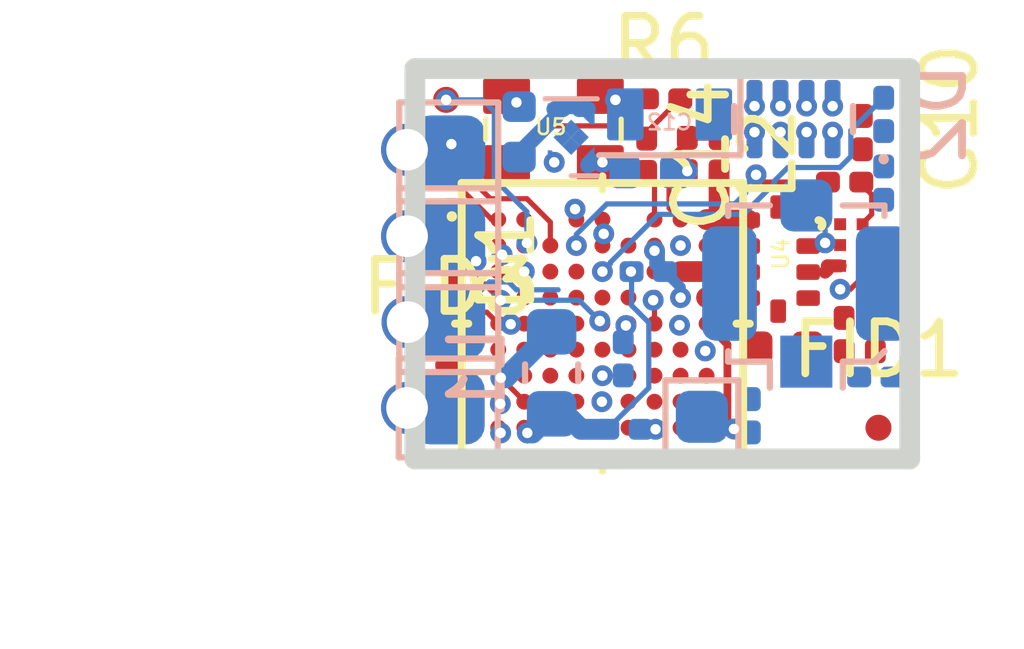
<source format=kicad_pcb>
(kicad_pcb (version 20171130) (host pcbnew 5.1.6-c6e7f7d~87~ubuntu18.04.1)

  (general
    (thickness 1)
    (drawings 8)
    (tracks 214)
    (zones 0)
    (modules 38)
    (nets 31)
  )

  (page A4)
  (layers
    (0 F.Cu signal)
    (1 In1.Cu_Gnd signal)
    (2 In2.Cu_3V3 signal)
    (31 B.Cu signal)
    (32 B.Adhes user)
    (33 F.Adhes user)
    (34 B.Paste user)
    (35 F.Paste user)
    (36 B.SilkS user hide)
    (37 F.SilkS user)
    (38 B.Mask user)
    (39 F.Mask user)
    (40 Dwgs.User user)
    (41 Cmts.User user hide)
    (42 Eco1.User user)
    (43 Eco2.User user)
    (44 Edge.Cuts user)
    (45 Margin user)
    (46 B.CrtYd user)
    (47 F.CrtYd user hide)
    (48 B.Fab user hide)
    (49 F.Fab user hide)
  )

  (setup
    (last_trace_width 0.1)
    (user_trace_width 0.15)
    (user_trace_width 0.2)
    (user_trace_width 0.25)
    (user_trace_width 0.3)
    (user_trace_width 0.35)
    (user_trace_width 0.4)
    (trace_clearance 0.1)
    (zone_clearance 0.108)
    (zone_45_only no)
    (trace_min 0.1)
    (via_size 0.4)
    (via_drill 0.2)
    (via_min_size 0.4)
    (via_min_drill 0.2)
    (uvia_size 0.3)
    (uvia_drill 0.1)
    (uvias_allowed no)
    (uvia_min_size 0.2)
    (uvia_min_drill 0.1)
    (edge_width 0.05)
    (segment_width 0.2)
    (pcb_text_width 0.3)
    (pcb_text_size 1.5 1.5)
    (mod_edge_width 0.12)
    (mod_text_size 1 1)
    (mod_text_width 0.15)
    (pad_size 1.05 2.2)
    (pad_drill 0)
    (pad_to_mask_clearance 0.05)
    (solder_mask_min_width 0.1)
    (aux_axis_origin 0 0)
    (visible_elements 7FFFFFFF)
    (pcbplotparams
      (layerselection 0x010fc_ffffffff)
      (usegerberextensions false)
      (usegerberattributes false)
      (usegerberadvancedattributes false)
      (creategerberjobfile false)
      (excludeedgelayer true)
      (linewidth 0.250000)
      (plotframeref false)
      (viasonmask false)
      (mode 1)
      (useauxorigin false)
      (hpglpennumber 1)
      (hpglpenspeed 20)
      (hpglpendiameter 15.000000)
      (psnegative false)
      (psa4output false)
      (plotreference true)
      (plotvalue true)
      (plotinvisibletext false)
      (padsonsilk false)
      (subtractmaskfromsilk false)
      (outputformat 1)
      (mirror false)
      (drillshape 1)
      (scaleselection 1)
      (outputdirectory ""))
  )

  (net 0 "")
  (net 1 GND)
  (net 2 VDDRF1V5)
  (net 3 VR_PA)
  (net 4 3.3-5V_IN)
  (net 5 BIND_BUT)
  (net 6 +3V3)
  (net 7 "Net-(C13-Pad2)")
  (net 8 XI)
  (net 9 "Net-(C18-Pad2)")
  (net 10 "Net-(C18-Pad1)")
  (net 11 RFI_N)
  (net 12 RFI_P)
  (net 13 "Net-(C26-Pad1)")
  (net 14 "Net-(D1-Pad1)")
  (net 15 "Net-(D2-Pad1)")
  (net 16 "Net-(L1-Pad1)")
  (net 17 LED1)
  (net 18 LED2)
  (net 19 Boot0)
  (net 20 RFSW_CRTL)
  (net 21 UART_RX)
  (net 22 UART_TX)
  (net 23 "Net-(C14-Pad1)")
  (net 24 "Net-(L2-Pad2)")
  (net 25 "Net-(R6-Pad1)")
  (net 26 RFO)
  (net 27 RFI)
  (net 28 NRST)
  (net 29 SWDIO)
  (net 30 SWDCLK)

  (net_class Default "Dies ist die voreingestellte Netzklasse."
    (clearance 0.1)
    (trace_width 0.1)
    (via_dia 0.4)
    (via_drill 0.2)
    (uvia_dia 0.3)
    (uvia_drill 0.1)
    (add_net +3V3)
    (add_net 3.3-5V_IN)
    (add_net BIND_BUT)
    (add_net Boot0)
    (add_net GND)
    (add_net LED1)
    (add_net LED2)
    (add_net NRST)
    (add_net "Net-(C13-Pad2)")
    (add_net "Net-(C14-Pad1)")
    (add_net "Net-(C18-Pad1)")
    (add_net "Net-(C18-Pad2)")
    (add_net "Net-(C26-Pad1)")
    (add_net "Net-(D1-Pad1)")
    (add_net "Net-(D2-Pad1)")
    (add_net "Net-(L1-Pad1)")
    (add_net "Net-(L2-Pad2)")
    (add_net "Net-(R6-Pad1)")
    (add_net RFI)
    (add_net RFI_N)
    (add_net RFI_P)
    (add_net RFO)
    (add_net RFSW_CRTL)
    (add_net SWDCLK)
    (add_net SWDIO)
    (add_net UART_RX)
    (add_net UART_TX)
    (add_net VDDRF1V5)
    (add_net VR_PA)
    (add_net XI)
  )

  (module ftprnts:BGS12PL6E6327XTSA1 (layer F.Cu) (tedit 604946D0) (tstamp 60494A6C)
    (at 128.68 54.39)
    (path /6081BA85)
    (fp_text reference U3 (at 0 2) (layer F.SilkS) hide
      (effects (font (size 1 1) (thickness 0.15)))
    )
    (fp_text value BGS12PL6E6327XTSA1 (at 0 -3) (layer F.SilkS) hide
      (effects (font (size 1 1) (thickness 0.15)))
    )
    (fp_circle (center -0.1016 -0.4) (end -0.1016 -0.4) (layer F.Fab) (width 0.1524))
    (fp_line (start 0.475 0.675) (end -0.475 0.675) (layer F.CrtYd) (width 0.05))
    (fp_line (start 0.475 -0.675) (end 0.475 0.675) (layer F.CrtYd) (width 0.05))
    (fp_line (start -0.475 -0.675) (end 0.475 -0.675) (layer F.CrtYd) (width 0.05))
    (fp_line (start -0.475 0.675) (end -0.475 -0.675) (layer F.CrtYd) (width 0.05))
    (fp_line (start -0.381 -0.5715) (end -0.381 0.5715) (layer F.Fab) (width 0.1524))
    (fp_line (start 0.381 -0.5715) (end -0.381 -0.5715) (layer F.Fab) (width 0.1524))
    (fp_line (start 0.381 0.5715) (end 0.381 -0.5715) (layer F.Fab) (width 0.1524))
    (fp_line (start -0.381 0.5715) (end 0.381 0.5715) (layer F.Fab) (width 0.1524))
    (fp_text user * (at 1 0) (layer F.Fab)
      (effects (font (size 1 1) (thickness 0.15)))
    )
    (fp_arc (start -0.6318 -0.4) (end -0.6318 -0.4762) (angle 131.758408) (layer F.SilkS) (width 0.1524))
    (fp_arc (start 0 -0.5715) (end 0.3048 -0.5715) (angle 180) (layer F.Fab) (width 0.1524))
    (pad 1 smd rect (at -0.2159 -0.399999) (size 0.2286 0.2286) (layers F.Cu F.Paste F.Mask)
      (net 26 RFO))
    (pad 2 smd rect (at -0.2159 0) (size 0.2286 0.2286) (layers F.Cu F.Paste F.Mask)
      (net 1 GND))
    (pad 3 smd rect (at -0.2159 0.399999) (size 0.2286 0.2286) (layers F.Cu F.Paste F.Mask)
      (net 27 RFI))
    (pad 4 smd rect (at 0.2159 0.399999) (size 0.2286 0.2286) (layers F.Cu F.Paste F.Mask)
      (net 6 +3V3))
    (pad 5 smd rect (at 0.2159 0) (size 0.2286 0.2286) (layers F.Cu F.Paste F.Mask)
      (net 10 "Net-(C18-Pad1)"))
    (pad 6 smd rect (at 0.2159 -0.399999) (size 0.2286 0.2286) (layers F.Cu F.Paste F.Mask)
      (net 7 "Net-(C13-Pad2)"))
    (model ${KISYS3DMOD}/Package_BGA.3dshapes/Texas_DSBGA-6_0.9x1.4mm_Layout2x3_P0.5mm.wrl
      (at (xyz 0 0 0))
      (scale (xyz 1 1 1))
      (rotate (xyz 0 0 0))
    )
  )

  (module ftprnts:STM32WLE5JBI6 (layer F.Cu) (tedit 604940B5) (tstamp 6048262D)
    (at 123.9 55.9 90)
    (path /60817AFC)
    (fp_text reference U1 (at 0 -1 90) (layer F.Fab) hide
      (effects (font (size 1 1) (thickness 0.15)))
    )
    (fp_text value STM32WLE5JBI6 (at 0 5 90) (layer F.SilkS) hide
      (effects (font (size 1 1) (thickness 0.15)))
    )
    (fp_line (start 2.625 2.625) (end -2.625 2.625) (layer F.CrtYd) (width 0.05))
    (fp_line (start 2.625 -2.625) (end 2.625 2.625) (layer F.CrtYd) (width 0.05))
    (fp_line (start -2.625 -2.625) (end 2.625 -2.625) (layer F.CrtYd) (width 0.05))
    (fp_line (start -2.625 2.625) (end -2.625 -2.625) (layer F.CrtYd) (width 0.05))
    (fp_line (start -2.575001 -2.575001) (end -2.575001 2.575001) (layer F.Fab) (width 0.1524))
    (fp_line (start 2.575001 -2.575001) (end -2.575001 -2.575001) (layer F.Fab) (width 0.1524))
    (fp_line (start 2.575001 2.575001) (end 2.575001 -2.575001) (layer F.Fab) (width 0.1524))
    (fp_line (start -2.575001 2.575001) (end 2.575001 2.575001) (layer F.Fab) (width 0.1524))
    (fp_line (start -2.702001 -2.702001) (end -2.702001 2.702001) (layer F.SilkS) (width 0.1524))
    (fp_line (start 2.702001 -2.702001) (end -2.702001 -2.702001) (layer F.SilkS) (width 0.1524))
    (fp_line (start 2.702001 2.702001) (end 2.702001 -2.702001) (layer F.SilkS) (width 0.1524))
    (fp_line (start -2.702001 2.702001) (end 2.702001 2.702001) (layer F.SilkS) (width 0.1524))
    (fp_line (start -2.325 -2.575) (end -2.575 -2.325) (layer F.Fab) (width 0.1524))
    (fp_line (start 0 2.575) (end 0 2.829) (layer F.SilkS) (width 0.1524))
    (fp_line (start 0 -2.575) (end 0 -2.829) (layer F.SilkS) (width 0.1524))
    (fp_line (start 2.575 0) (end 2.829 0) (layer F.SilkS) (width 0.1524))
    (fp_line (start -2.575 0) (end -2.829 0) (layer F.SilkS) (width 0.1524))
    (fp_text user A (at -3.21 -2 90) (layer F.SilkS) hide
      (effects (font (size 1 1) (thickness 0.15)))
    )
    (fp_text user 1 (at -2 -3.21) (layer F.SilkS) hide
      (effects (font (size 1 1) (thickness 0.15)))
    )
    (pad A1 smd circle (at -2 -2 90) (size 0.3048 0.3048) (layers F.Cu F.Paste F.Mask)
      (net 1 GND))
    (pad A2 smd circle (at -1.5 -2 90) (size 0.3048 0.3048) (layers F.Cu F.Paste F.Mask)
      (net 6 +3V3))
    (pad A4 smd circle (at -0.5 -2 90) (size 0.3048 0.3048) (layers F.Cu F.Paste F.Mask)
      (net 30 SWDCLK))
    (pad A5 smd circle (at 0 -2 90) (size 0.3048 0.3048) (layers F.Cu F.Paste F.Mask)
      (net 6 +3V3))
    (pad A7 smd circle (at 1 -2 90) (size 0.3048 0.3048) (layers F.Cu F.Paste F.Mask)
      (net 6 +3V3))
    (pad A8 smd circle (at 1.5 -2 90) (size 0.3048 0.3048) (layers F.Cu F.Paste F.Mask)
      (net 6 +3V3))
    (pad A9 smd circle (at 2 -2 90) (size 0.3048 0.3048) (layers F.Cu F.Paste F.Mask)
      (net 17 LED1))
    (pad B1 smd circle (at -2 -1.5 90) (size 0.3048 0.3048) (layers F.Cu F.Paste F.Mask)
      (net 2 VDDRF1V5))
    (pad B2 smd circle (at -1.5 -1.5 90) (size 0.3048 0.3048) (layers F.Cu F.Paste F.Mask)
      (net 16 "Net-(L1-Pad1)"))
    (pad B3 smd circle (at -1 -1.5 90) (size 0.3048 0.3048) (layers F.Cu F.Paste F.Mask))
    (pad B4 smd circle (at -0.5 -1.5 90) (size 0.3048 0.3048) (layers F.Cu F.Paste F.Mask))
    (pad B5 smd circle (at 0 -1.5 90) (size 0.3048 0.3048) (layers F.Cu F.Paste F.Mask)
      (net 6 +3V3))
    (pad B6 smd circle (at 0.5 -1.5 90) (size 0.3048 0.3048) (layers F.Cu F.Paste F.Mask))
    (pad B7 smd circle (at 1 -1.5 90) (size 0.3048 0.3048) (layers F.Cu F.Paste F.Mask)
      (net 1 GND))
    (pad B8 smd circle (at 1.5 -1.5 90) (size 0.3048 0.3048) (layers F.Cu F.Paste F.Mask)
      (net 29 SWDIO))
    (pad B9 smd circle (at 2 -1.5 90) (size 0.3048 0.3048) (layers F.Cu F.Paste F.Mask))
    (pad C1 smd circle (at -2 -1 90) (size 0.3048 0.3048) (layers F.Cu F.Paste F.Mask))
    (pad C2 smd circle (at -1.5 -1 90) (size 0.3048 0.3048) (layers F.Cu F.Paste F.Mask))
    (pad C3 smd circle (at -1 -1 90) (size 0.3048 0.3048) (layers F.Cu F.Paste F.Mask))
    (pad C4 smd circle (at -0.5 -1 90) (size 0.3048 0.3048) (layers F.Cu F.Paste F.Mask))
    (pad C5 smd circle (at 0 -1 90) (size 0.3048 0.3048) (layers F.Cu F.Paste F.Mask))
    (pad C6 smd circle (at 0.5 -1 90) (size 0.3048 0.3048) (layers F.Cu F.Paste F.Mask))
    (pad C7 smd circle (at 1 -1 90) (size 0.3048 0.3048) (layers F.Cu F.Paste F.Mask))
    (pad C8 smd circle (at 1.5 -1 90) (size 0.3048 0.3048) (layers F.Cu F.Paste F.Mask)
      (net 21 UART_RX))
    (pad D2 smd circle (at -1.5 -0.5 90) (size 0.3048 0.3048) (layers F.Cu F.Paste F.Mask))
    (pad D3 smd circle (at -1 -0.5 90) (size 0.3048 0.3048) (layers F.Cu F.Paste F.Mask))
    (pad D4 smd circle (at -0.5 -0.5 90) (size 0.3048 0.3048) (layers F.Cu F.Paste F.Mask))
    (pad D5 smd circle (at 0 -0.5 90) (size 0.3048 0.3048) (layers F.Cu F.Paste F.Mask))
    (pad D6 smd circle (at 0.5 -0.5 90) (size 0.3048 0.3048) (layers F.Cu F.Paste F.Mask))
    (pad D7 smd circle (at 1 -0.5 90) (size 0.3048 0.3048) (layers F.Cu F.Paste F.Mask))
    (pad D8 smd circle (at 1.5 -0.5 90) (size 0.3048 0.3048) (layers F.Cu F.Paste F.Mask)
      (net 20 RFSW_CRTL))
    (pad D9 smd circle (at 2 -0.5 90) (size 0.3048 0.3048) (layers F.Cu F.Paste F.Mask)
      (net 1 GND))
    (pad E1 smd circle (at -2 0 90) (size 0.3048 0.3048) (layers F.Cu F.Paste F.Mask))
    (pad E2 smd circle (at -1.5 0 90) (size 0.3048 0.3048) (layers F.Cu F.Paste F.Mask)
      (net 6 +3V3))
    (pad E3 smd circle (at -1 0 90) (size 0.3048 0.3048) (layers F.Cu F.Paste F.Mask)
      (net 1 GND))
    (pad E4 smd circle (at -0.5 0 90) (size 0.3048 0.3048) (layers F.Cu F.Paste F.Mask))
    (pad E5 smd circle (at 0 0 90) (size 0.3048 0.3048) (layers F.Cu F.Paste F.Mask)
      (net 22 UART_TX))
    (pad E6 smd circle (at 0.5 0 90) (size 0.3048 0.3048) (layers F.Cu F.Paste F.Mask))
    (pad E7 smd circle (at 1 0 90) (size 0.3048 0.3048) (layers F.Cu F.Paste F.Mask)
      (net 18 LED2))
    (pad E8 smd circle (at 1.5 0 90) (size 0.3048 0.3048) (layers F.Cu F.Paste F.Mask)
      (net 6 +3V3))
    (pad E9 smd circle (at 2 0 90) (size 0.3048 0.3048) (layers F.Cu F.Paste F.Mask)
      (net 6 +3V3))
    (pad F1 smd circle (at -2 0.5 90) (size 0.3048 0.3048) (layers F.Cu F.Paste F.Mask))
    (pad F2 smd circle (at -1.5 0.5 90) (size 0.3048 0.3048) (layers F.Cu F.Paste F.Mask))
    (pad F3 smd circle (at -1 0.5 90) (size 0.3048 0.3048) (layers F.Cu F.Paste F.Mask))
    (pad F4 smd circle (at -0.5 0.5 90) (size 0.3048 0.3048) (layers F.Cu F.Paste F.Mask))
    (pad F5 smd circle (at 0 0.5 90) (size 0.3048 0.3048) (layers F.Cu F.Paste F.Mask)
      (net 28 NRST))
    (pad F6 smd circle (at 0.5 0.5 90) (size 0.3048 0.3048) (layers F.Cu F.Paste F.Mask))
    (pad F7 smd circle (at 1 0.5 90) (size 0.3048 0.3048) (layers F.Cu F.Paste F.Mask)
      (net 2 VDDRF1V5))
    (pad F8 smd circle (at 1.5 0.5 90) (size 0.3048 0.3048) (layers F.Cu F.Paste F.Mask))
    (pad G2 smd circle (at -1.5 1 90) (size 0.3048 0.3048) (layers F.Cu F.Paste F.Mask))
    (pad G3 smd circle (at -1 1 90) (size 0.3048 0.3048) (layers F.Cu F.Paste F.Mask))
    (pad G4 smd circle (at -0.5 1 90) (size 0.3048 0.3048) (layers F.Cu F.Paste F.Mask))
    (pad G5 smd circle (at 0 1 90) (size 0.3048 0.3048) (layers F.Cu F.Paste F.Mask)
      (net 1 GND))
    (pad G6 smd circle (at 0.5 1 90) (size 0.3048 0.3048) (layers F.Cu F.Paste F.Mask)
      (net 1 GND))
    (pad G7 smd circle (at 1 1 90) (size 0.3048 0.3048) (layers F.Cu F.Paste F.Mask)
      (net 1 GND))
    (pad G8 smd circle (at 1.5 1 90) (size 0.3048 0.3048) (layers F.Cu F.Paste F.Mask)
      (net 1 GND))
    (pad G9 smd circle (at 2 1 90) (size 0.3048 0.3048) (layers F.Cu F.Paste F.Mask)
      (net 8 XI))
    (pad H1 smd circle (at -2 1.5 90) (size 0.3048 0.3048) (layers F.Cu F.Paste F.Mask))
    (pad H2 smd circle (at -1.5 1.5 90) (size 0.3048 0.3048) (layers F.Cu F.Paste F.Mask))
    (pad H3 smd circle (at -1 1.5 90) (size 0.3048 0.3048) (layers F.Cu F.Paste F.Mask))
    (pad H4 smd circle (at -0.5 1.5 90) (size 0.3048 0.3048) (layers F.Cu F.Paste F.Mask))
    (pad H5 smd circle (at 0 1.5 90) (size 0.3048 0.3048) (layers F.Cu F.Paste F.Mask)
      (net 6 +3V3))
    (pad H6 smd circle (at 0.5 1.5 90) (size 0.3048 0.3048) (layers F.Cu F.Paste F.Mask)
      (net 1 GND))
    (pad H7 smd circle (at 1 1.5 90) (size 0.3048 0.3048) (layers F.Cu F.Paste F.Mask)
      (net 11 RFI_N))
    (pad H8 smd circle (at 1.5 1.5 90) (size 0.3048 0.3048) (layers F.Cu F.Paste F.Mask)
      (net 6 +3V3))
    (pad H9 smd circle (at 2 1.5 90) (size 0.3048 0.3048) (layers F.Cu F.Paste F.Mask)
      (net 3 VR_PA))
    (pad J1 smd circle (at -2 2 90) (size 0.3048 0.3048) (layers F.Cu F.Paste F.Mask)
      (net 5 BIND_BUT))
    (pad J2 smd circle (at -1.5 2 90) (size 0.3048 0.3048) (layers F.Cu F.Paste F.Mask))
    (pad J3 smd circle (at -1 2 90) (size 0.3048 0.3048) (layers F.Cu F.Paste F.Mask))
    (pad J5 smd circle (at 0 2 90) (size 0.3048 0.3048) (layers F.Cu F.Paste F.Mask)
      (net 19 Boot0))
    (pad J6 smd circle (at 0.5 2 90) (size 0.3048 0.3048) (layers F.Cu F.Paste F.Mask)
      (net 12 RFI_P))
    (pad J8 smd circle (at 1.5 2 90) (size 0.3048 0.3048) (layers F.Cu F.Paste F.Mask))
    (pad J9 smd circle (at 2 2 90) (size 0.3048 0.3048) (layers F.Cu F.Paste F.Mask)
      (net 24 "Net-(L2-Pad2)"))
    (model ${KISYS3DMOD}/Package_BGA.3dshapes/BGA-68_5.0x5.0mm_Layout9x9_P0.5mm_Ball0.3mm_Pad0.25mm_NSMD.step
      (at (xyz 0 0 0))
      (scale (xyz 1 1 1))
      (rotate (xyz 0 0 0))
    )
  )

  (module Connector_Coaxial:U.FL_Molex_MCRF_73412-0110_Vertical (layer B.Cu) (tedit 604B6DD1) (tstamp 604824BE)
    (at 127.815 55.13 180)
    (descr "Molex Microcoaxial RF Connectors (MCRF), mates Hirose U.FL, (http://www.molex.com/pdm_docs/sd/734120110_sd.pdf)")
    (tags "mcrf hirose ufl u.fl microcoaxial")
    (path /6088D09F)
    (attr smd)
    (fp_text reference J1 (at 0 -3.5) (layer B.SilkS) hide
      (effects (font (size 1 1) (thickness 0.15)) (justify mirror))
    )
    (fp_text value u.fl (at 0 3.302) (layer B.Fab) hide
      (effects (font (size 1 1) (thickness 0.15)) (justify mirror))
    )
    (fp_line (start 0.6 2.1) (end -0.6 2.1) (layer B.CrtYd) (width 0.05))
    (fp_line (start 0.6 1.45) (end 0.6 2.1) (layer B.CrtYd) (width 0.05))
    (fp_line (start 1.45 1.45) (end 0.6 1.45) (layer B.CrtYd) (width 0.05))
    (fp_line (start 1.45 1.2) (end 1.45 1.45) (layer B.CrtYd) (width 0.05))
    (fp_line (start 2.1 1.2) (end 1.45 1.2) (layer B.CrtYd) (width 0.05))
    (fp_line (start 2.1 -1.2) (end 2.1 1.2) (layer B.CrtYd) (width 0.05))
    (fp_line (start 1.45 -1.2) (end 2.1 -1.2) (layer B.CrtYd) (width 0.05))
    (fp_line (start 1.45 -1.45) (end 1.45 -1.2) (layer B.CrtYd) (width 0.05))
    (fp_line (start 0.65 -1.45) (end 1.45 -1.45) (layer B.CrtYd) (width 0.05))
    (fp_line (start 0.65 -2.1) (end 0.65 -1.45) (layer B.CrtYd) (width 0.05))
    (fp_line (start -0.65 -2.1) (end 0.65 -2.1) (layer B.CrtYd) (width 0.05))
    (fp_line (start -0.65 -1.45) (end -0.65 -2.1) (layer B.CrtYd) (width 0.05))
    (fp_line (start -1.3 -1.45) (end -0.65 -1.45) (layer B.CrtYd) (width 0.05))
    (fp_line (start -1.55 -1.2) (end -1.3 -1.45) (layer B.CrtYd) (width 0.05))
    (fp_line (start -2.1 -1.2) (end -1.55 -1.2) (layer B.CrtYd) (width 0.05))
    (fp_line (start -2.1 1.2) (end -2.1 -1.2) (layer B.CrtYd) (width 0.05))
    (fp_line (start -1.45 1.2) (end -2.1 1.2) (layer B.CrtYd) (width 0.05))
    (fp_line (start -1.45 1.45) (end -1.45 1.2) (layer B.CrtYd) (width 0.05))
    (fp_line (start -0.6 1.45) (end -1.45 1.45) (layer B.CrtYd) (width 0.05))
    (fp_line (start -0.6 2.1) (end -0.6 1.45) (layer B.CrtYd) (width 0.05))
    (fp_line (start 0 -1) (end 0.3 -1.3) (layer B.Fab) (width 0.1))
    (fp_line (start -0.3 -1.3) (end 0 -1) (layer B.Fab) (width 0.1))
    (fp_line (start 0.7 -1.5) (end 0.7 -2) (layer B.SilkS) (width 0.12))
    (fp_line (start -0.7 -1.5) (end -0.7 -2) (layer B.SilkS) (width 0.12))
    (fp_circle (center 0 0) (end 0 -0.05) (layer B.Fab) (width 0.1))
    (fp_circle (center 0 0) (end 0 -0.125) (layer B.Fab) (width 0.1))
    (fp_line (start -0.7 -1.5) (end -1.3 -1.5) (layer B.SilkS) (width 0.12))
    (fp_line (start -1.3 -1.5) (end -1.5 -1.3) (layer B.SilkS) (width 0.12))
    (fp_line (start 1.5 -1.3) (end 1.5 -1.5) (layer B.SilkS) (width 0.12))
    (fp_line (start 1.5 -1.5) (end 0.7 -1.5) (layer B.SilkS) (width 0.12))
    (fp_line (start 0.7 1.5) (end 1.5 1.5) (layer B.SilkS) (width 0.12))
    (fp_line (start 1.5 1.5) (end 1.5 1.3) (layer B.SilkS) (width 0.12))
    (fp_line (start -1.5 1.3) (end -1.5 1.5) (layer B.SilkS) (width 0.12))
    (fp_line (start -1.5 1.5) (end -0.7 1.5) (layer B.SilkS) (width 0.12))
    (fp_circle (center 0 0) (end 0.9 0) (layer B.Fab) (width 0.1))
    (fp_line (start -1.3 1.3) (end 1.3 1.3) (layer B.Fab) (width 0.1))
    (fp_line (start -1.3 1.3) (end -1.3 -1) (layer B.Fab) (width 0.1))
    (fp_line (start -1.3 -1) (end -1 -1.3) (layer B.Fab) (width 0.1))
    (fp_line (start 1.3 1.3) (end 1.3 -1.3) (layer B.Fab) (width 0.1))
    (fp_line (start -1 -1.3) (end 1.3 -1.3) (layer B.Fab) (width 0.1))
    (fp_circle (center 0 0) (end 0 -0.2) (layer B.Fab) (width 0.1))
    (fp_text user %R (at 0 -3.5) (layer B.Fab) hide
      (effects (font (size 1 1) (thickness 0.15)) (justify mirror))
    )
    (pad 1 smd rect (at 0 -1.5 180) (size 1 1) (layers B.Cu B.Paste B.Mask)
      (net 13 "Net-(C26-Pad1)"))
    (pad 2 smd roundrect (at 0 1.5 180) (size 1 1) (layers B.Cu B.Paste B.Mask) (roundrect_rratio 0.25)
      (net 1 GND))
    (pad 2 smd roundrect (at 1.475 0 180) (size 1.05 2.2) (layers B.Cu B.Paste B.Mask) (roundrect_rratio 0.25)
      (net 1 GND))
    (pad 2 smd roundrect (at -1.475 0 180) (size 1.05 2.2) (layers B.Cu B.Paste B.Mask) (roundrect_rratio 0.25)
      (net 1 GND))
    (model ${KISYS3DMOD}/Connector_Coaxial.3dshapes/U.FL_Hirose_U.FL-R-SMT-1_Vertical.wrl
      (at (xyz 0 0 0))
      (scale (xyz 1 1 1))
      (rotate (xyz 0 0 90))
    )
  )

  (module ftprnts:R_0201_0603Metric_dense (layer F.Cu) (tedit 60493B0C) (tstamp 6048256F)
    (at 128.55 53.18 180)
    (descr "Resistor SMD 0201 (0603 Metric), square (rectangular) end terminal, IPC_7351 nominal, (Body size source: https://www.vishay.com/docs/20052/crcw0201e3.pdf), generated with kicad-footprint-generator")
    (tags resistor)
    (path /60891E37)
    (attr smd)
    (fp_text reference R5 (at 0 -1.05) (layer F.SilkS) hide
      (effects (font (size 1 1) (thickness 0.15)))
    )
    (fp_text value 100R (at 0 1.05) (layer F.Fab) hide
      (effects (font (size 1 1) (thickness 0.15)))
    )
    (fp_line (start 0.65 0.3) (end -0.65 0.3) (layer F.CrtYd) (width 0.05))
    (fp_line (start 0.65 -0.3) (end 0.65 0.3) (layer F.CrtYd) (width 0.05))
    (fp_line (start -0.65 -0.3) (end 0.65 -0.3) (layer F.CrtYd) (width 0.05))
    (fp_line (start -0.65 0.3) (end -0.65 -0.3) (layer F.CrtYd) (width 0.05))
    (fp_line (start 0.3 0.15) (end -0.3 0.15) (layer F.Fab) (width 0.1))
    (fp_line (start 0.3 -0.15) (end 0.3 0.15) (layer F.Fab) (width 0.1))
    (fp_line (start -0.3 -0.15) (end 0.3 -0.15) (layer F.Fab) (width 0.1))
    (fp_line (start -0.3 0.15) (end -0.3 -0.15) (layer F.Fab) (width 0.1))
    (fp_text user %R (at 0 -0.68) (layer F.Fab) hide
      (effects (font (size 0.25 0.25) (thickness 0.04)))
    )
    (pad 2 smd roundrect (at 0.32 0 180) (size 0.46 0.4) (layers F.Cu F.Mask) (roundrect_rratio 0.25)
      (net 20 RFSW_CRTL))
    (pad 1 smd roundrect (at -0.32 0 180) (size 0.46 0.4) (layers F.Cu F.Mask) (roundrect_rratio 0.25)
      (net 7 "Net-(C13-Pad2)"))
    (pad "" smd roundrect (at 0.345 0 180) (size 0.318 0.36) (layers F.Paste) (roundrect_rratio 0.25))
    (pad "" smd roundrect (at -0.345 0 180) (size 0.318 0.36) (layers F.Paste) (roundrect_rratio 0.25))
    (model ${KISYS3DMOD}/Resistor_SMD.3dshapes/R_0201_0603Metric.wrl
      (at (xyz 0 0 0))
      (scale (xyz 1 1 1))
      (rotate (xyz 0 0 0))
    )
  )

  (module ftprnts:R_0201_0603Metric_dense (layer B.Cu) (tedit 60493B0C) (tstamp 6048255E)
    (at 126.74 57.67 270)
    (descr "Resistor SMD 0201 (0603 Metric), square (rectangular) end terminal, IPC_7351 nominal, (Body size source: https://www.vishay.com/docs/20052/crcw0201e3.pdf), generated with kicad-footprint-generator")
    (tags resistor)
    (path /6092D503)
    (attr smd)
    (fp_text reference R4 (at 0 1.05 90) (layer B.SilkS) hide
      (effects (font (size 1 1) (thickness 0.15)) (justify mirror))
    )
    (fp_text value 10k (at 0 -1.05 90) (layer B.Fab) hide
      (effects (font (size 1 1) (thickness 0.15)) (justify mirror))
    )
    (fp_line (start 0.65 -0.3) (end -0.65 -0.3) (layer B.CrtYd) (width 0.05))
    (fp_line (start 0.65 0.3) (end 0.65 -0.3) (layer B.CrtYd) (width 0.05))
    (fp_line (start -0.65 0.3) (end 0.65 0.3) (layer B.CrtYd) (width 0.05))
    (fp_line (start -0.65 -0.3) (end -0.65 0.3) (layer B.CrtYd) (width 0.05))
    (fp_line (start 0.3 -0.15) (end -0.3 -0.15) (layer B.Fab) (width 0.1))
    (fp_line (start 0.3 0.15) (end 0.3 -0.15) (layer B.Fab) (width 0.1))
    (fp_line (start -0.3 0.15) (end 0.3 0.15) (layer B.Fab) (width 0.1))
    (fp_line (start -0.3 -0.15) (end -0.3 0.15) (layer B.Fab) (width 0.1))
    (fp_text user %R (at 0 0.68 90) (layer B.Fab) hide
      (effects (font (size 0.25 0.25) (thickness 0.04)) (justify mirror))
    )
    (pad 2 smd roundrect (at 0.32 0 270) (size 0.46 0.4) (layers B.Cu B.Mask) (roundrect_rratio 0.25)
      (net 19 Boot0))
    (pad 1 smd roundrect (at -0.32 0 270) (size 0.46 0.4) (layers B.Cu B.Mask) (roundrect_rratio 0.25)
      (net 1 GND))
    (pad "" smd roundrect (at 0.345 0 270) (size 0.318 0.36) (layers B.Paste) (roundrect_rratio 0.25))
    (pad "" smd roundrect (at -0.345 0 270) (size 0.318 0.36) (layers B.Paste) (roundrect_rratio 0.25))
    (model ${KISYS3DMOD}/Resistor_SMD.3dshapes/R_0201_0603Metric.wrl
      (at (xyz 0 0 0))
      (scale (xyz 1 1 1))
      (rotate (xyz 0 0 0))
    )
  )

  (module ftprnts:R_0201_0603Metric_dense (layer B.Cu) (tedit 60493B0C) (tstamp 6048253C)
    (at 129.3 53.2 90)
    (descr "Resistor SMD 0201 (0603 Metric), square (rectangular) end terminal, IPC_7351 nominal, (Body size source: https://www.vishay.com/docs/20052/crcw0201e3.pdf), generated with kicad-footprint-generator")
    (tags resistor)
    (path /60958642)
    (attr smd)
    (fp_text reference R2 (at 0 1.05 270) (layer B.SilkS) hide
      (effects (font (size 1 1) (thickness 0.15)) (justify mirror))
    )
    (fp_text value 270R (at 0 -1.05 270) (layer B.Fab) hide
      (effects (font (size 1 1) (thickness 0.15)) (justify mirror))
    )
    (fp_line (start 0.65 -0.3) (end -0.65 -0.3) (layer B.CrtYd) (width 0.05))
    (fp_line (start 0.65 0.3) (end 0.65 -0.3) (layer B.CrtYd) (width 0.05))
    (fp_line (start -0.65 0.3) (end 0.65 0.3) (layer B.CrtYd) (width 0.05))
    (fp_line (start -0.65 -0.3) (end -0.65 0.3) (layer B.CrtYd) (width 0.05))
    (fp_line (start 0.3 -0.15) (end -0.3 -0.15) (layer B.Fab) (width 0.1))
    (fp_line (start 0.3 0.15) (end 0.3 -0.15) (layer B.Fab) (width 0.1))
    (fp_line (start -0.3 0.15) (end 0.3 0.15) (layer B.Fab) (width 0.1))
    (fp_line (start -0.3 -0.15) (end -0.3 0.15) (layer B.Fab) (width 0.1))
    (fp_text user %R (at 0 0.68 270) (layer B.Fab) hide
      (effects (font (size 0.25 0.25) (thickness 0.04)) (justify mirror))
    )
    (pad 2 smd roundrect (at 0.32 0 90) (size 0.46 0.4) (layers B.Cu B.Mask) (roundrect_rratio 0.25)
      (net 15 "Net-(D2-Pad1)"))
    (pad 1 smd roundrect (at -0.32 0 90) (size 0.46 0.4) (layers B.Cu B.Mask) (roundrect_rratio 0.25)
      (net 1 GND))
    (pad "" smd roundrect (at 0.345 0 90) (size 0.318 0.36) (layers B.Paste) (roundrect_rratio 0.25))
    (pad "" smd roundrect (at -0.345 0 90) (size 0.318 0.36) (layers B.Paste) (roundrect_rratio 0.25))
    (model ${KISYS3DMOD}/Resistor_SMD.3dshapes/R_0201_0603Metric.wrl
      (at (xyz 0 0 0))
      (scale (xyz 1 1 1))
      (rotate (xyz 0 0 0))
    )
  )

  (module ftprnts:R_0201_0603Metric_dense (layer F.Cu) (tedit 60493B0C) (tstamp 6048252B)
    (at 121 53.4 270)
    (descr "Resistor SMD 0201 (0603 Metric), square (rectangular) end terminal, IPC_7351 nominal, (Body size source: https://www.vishay.com/docs/20052/crcw0201e3.pdf), generated with kicad-footprint-generator")
    (tags resistor)
    (path /60959030)
    (attr smd)
    (fp_text reference R1 (at 0 -1.05 90) (layer F.SilkS) hide
      (effects (font (size 1 1) (thickness 0.15)))
    )
    (fp_text value 270R (at 0 1.05 90) (layer F.Fab) hide
      (effects (font (size 1 1) (thickness 0.15)))
    )
    (fp_line (start 0.65 0.3) (end -0.65 0.3) (layer F.CrtYd) (width 0.05))
    (fp_line (start 0.65 -0.3) (end 0.65 0.3) (layer F.CrtYd) (width 0.05))
    (fp_line (start -0.65 -0.3) (end 0.65 -0.3) (layer F.CrtYd) (width 0.05))
    (fp_line (start -0.65 0.3) (end -0.65 -0.3) (layer F.CrtYd) (width 0.05))
    (fp_line (start 0.3 0.15) (end -0.3 0.15) (layer F.Fab) (width 0.1))
    (fp_line (start 0.3 -0.15) (end 0.3 0.15) (layer F.Fab) (width 0.1))
    (fp_line (start -0.3 -0.15) (end 0.3 -0.15) (layer F.Fab) (width 0.1))
    (fp_line (start -0.3 0.15) (end -0.3 -0.15) (layer F.Fab) (width 0.1))
    (fp_text user %R (at 0 -0.68 90) (layer F.Fab) hide
      (effects (font (size 0.25 0.25) (thickness 0.04)))
    )
    (pad 2 smd roundrect (at 0.32 0 270) (size 0.46 0.4) (layers F.Cu F.Mask) (roundrect_rratio 0.25)
      (net 14 "Net-(D1-Pad1)"))
    (pad 1 smd roundrect (at -0.32 0 270) (size 0.46 0.4) (layers F.Cu F.Mask) (roundrect_rratio 0.25)
      (net 17 LED1))
    (pad "" smd roundrect (at 0.345 0 270) (size 0.318 0.36) (layers F.Paste) (roundrect_rratio 0.25))
    (pad "" smd roundrect (at -0.345 0 270) (size 0.318 0.36) (layers F.Paste) (roundrect_rratio 0.25))
    (model ${KISYS3DMOD}/Resistor_SMD.3dshapes/R_0201_0603Metric.wrl
      (at (xyz 0 0 0))
      (scale (xyz 1 1 1))
      (rotate (xyz 0 0 0))
    )
  )

  (module ftprnts:L_0402_1005Metric_dense (layer B.Cu) (tedit 604937E5) (tstamp 604822E9)
    (at 124.815 52.98)
    (descr "Inductor SMD 0402 (1005 Metric), square (rectangular) end terminal, IPC_7351 nominal, (Body size source: http://www.tortai-tech.com/upload/download/2011102023233369053.pdf), generated with kicad-footprint-generator")
    (tags inductor)
    (path /608EDE36)
    (attr smd)
    (fp_text reference C5 (at 0 1.17) (layer B.SilkS) hide
      (effects (font (size 1 1) (thickness 0.15)) (justify mirror))
    )
    (fp_text value 10µF (at 0 -1.17) (layer B.Fab) hide
      (effects (font (size 1 1) (thickness 0.15)) (justify mirror))
    )
    (fp_line (start 0.875 -0.425) (end -0.875 -0.425) (layer B.CrtYd) (width 0.05))
    (fp_line (start 0.875 0.425) (end 0.875 -0.425) (layer B.CrtYd) (width 0.05))
    (fp_line (start -0.875 0.425) (end 0.875 0.425) (layer B.CrtYd) (width 0.05))
    (fp_line (start -0.875 -0.425) (end -0.875 0.425) (layer B.CrtYd) (width 0.05))
    (fp_line (start 0.5 -0.25) (end -0.5 -0.25) (layer B.Fab) (width 0.1))
    (fp_line (start 0.5 0.25) (end 0.5 -0.25) (layer B.Fab) (width 0.1))
    (fp_line (start -0.5 0.25) (end 0.5 0.25) (layer B.Fab) (width 0.1))
    (fp_line (start -0.5 -0.25) (end -0.5 0.25) (layer B.Fab) (width 0.1))
    (fp_text user %R (at 0 0) (layer B.Fab) hide
      (effects (font (size 0.25 0.25) (thickness 0.04)) (justify mirror))
    )
    (pad 2 smd roundrect (at 0.485 0) (size 0.59 0.64) (layers B.Cu B.Paste B.Mask) (roundrect_rratio 0.25)
      (net 1 GND))
    (pad 1 smd roundrect (at -0.485 0) (size 0.59 0.64) (layers B.Cu B.Paste B.Mask) (roundrect_rratio 0.25)
      (net 6 +3V3))
    (model ${KISYS3DMOD}/Inductor_SMD.3dshapes/L_0402_1005Metric.wrl
      (at (xyz 0 0 0))
      (scale (xyz 1 1 1))
      (rotate (xyz 0 0 0))
    )
  )

  (module ftprnts:L_0402_1005Metric_dense (layer B.Cu) (tedit 604937E5) (tstamp 604822C9)
    (at 122.3 52.215 90)
    (descr "Inductor SMD 0402 (1005 Metric), square (rectangular) end terminal, IPC_7351 nominal, (Body size source: http://www.tortai-tech.com/upload/download/2011102023233369053.pdf), generated with kicad-footprint-generator")
    (tags inductor)
    (path /608EE51A)
    (attr smd)
    (fp_text reference C3 (at 0 1.17 90) (layer B.SilkS) hide
      (effects (font (size 1 1) (thickness 0.15)) (justify mirror))
    )
    (fp_text value 10µF (at 0 -1.17 90) (layer B.Fab) hide
      (effects (font (size 1 1) (thickness 0.15)) (justify mirror))
    )
    (fp_line (start 0.875 -0.425) (end -0.875 -0.425) (layer B.CrtYd) (width 0.05))
    (fp_line (start 0.875 0.425) (end 0.875 -0.425) (layer B.CrtYd) (width 0.05))
    (fp_line (start -0.875 0.425) (end 0.875 0.425) (layer B.CrtYd) (width 0.05))
    (fp_line (start -0.875 -0.425) (end -0.875 0.425) (layer B.CrtYd) (width 0.05))
    (fp_line (start 0.5 -0.25) (end -0.5 -0.25) (layer B.Fab) (width 0.1))
    (fp_line (start 0.5 0.25) (end 0.5 -0.25) (layer B.Fab) (width 0.1))
    (fp_line (start -0.5 0.25) (end 0.5 0.25) (layer B.Fab) (width 0.1))
    (fp_line (start -0.5 -0.25) (end -0.5 0.25) (layer B.Fab) (width 0.1))
    (fp_text user %R (at 0 0 90) (layer B.Fab) hide
      (effects (font (size 0.25 0.25) (thickness 0.04)) (justify mirror))
    )
    (pad 2 smd roundrect (at 0.485 0 90) (size 0.59 0.64) (layers B.Cu B.Paste B.Mask) (roundrect_rratio 0.25)
      (net 1 GND))
    (pad 1 smd roundrect (at -0.485 0 90) (size 0.59 0.64) (layers B.Cu B.Paste B.Mask) (roundrect_rratio 0.25)
      (net 4 3.3-5V_IN))
    (model ${KISYS3DMOD}/Inductor_SMD.3dshapes/L_0402_1005Metric.wrl
      (at (xyz 0 0 0))
      (scale (xyz 1 1 1))
      (rotate (xyz 0 0 0))
    )
  )

  (module Package_DFN_QFN:UDFN-4_1x1mm_P0.65mm (layer B.Cu) (tedit 60493A27) (tstamp 6048264D)
    (at 123.3 52.32 90)
    (descr UDFN-4_1x1mm_P0.65mm)
    (tags UDFN-4_1x1mm_P0.65mm)
    (path /608E79FE)
    (attr smd)
    (fp_text reference U2 (at 0.45 2.16 270) (layer B.SilkS) hide
      (effects (font (size 1 1) (thickness 0.15)) (justify mirror))
    )
    (fp_text value NCP160 (at 0.47 -2.34 270) (layer B.Fab) hide
      (effects (font (size 1 1) (thickness 0.15)) (justify mirror))
    )
    (fp_line (start 0.5 0.5) (end 0.5 -0.5) (layer B.Fab) (width 0.1))
    (fp_line (start -0.12 0.5) (end 0.5 0.5) (layer B.Fab) (width 0.1))
    (fp_line (start -0.5 -0.5) (end -0.5 0.12) (layer B.Fab) (width 0.1))
    (fp_line (start 0.5 -0.5) (end -0.5 -0.5) (layer B.Fab) (width 0.1))
    (fp_line (start -0.12 0.5) (end -0.5 0.12) (layer B.Fab) (width 0.1))
    (fp_line (start -0.75 -0.55) (end -0.75 0.55) (layer B.CrtYd) (width 0.05))
    (fp_line (start 0.75 -0.55) (end -0.75 -0.55) (layer B.CrtYd) (width 0.05))
    (fp_line (start 0.75 0.55) (end 0.75 -0.55) (layer B.CrtYd) (width 0.05))
    (fp_line (start -0.75 0.55) (end 0.75 0.55) (layer B.CrtYd) (width 0.05))
    (fp_line (start -0.74 0.5) (end -0.74 0) (layer B.SilkS) (width 0.1))
    (fp_line (start 0.74 0.5) (end 0.74 -0.5) (layer B.SilkS) (width 0.1))
    (fp_text user %R (at 0.04 -0.08 270) (layer B.Fab) hide
      (effects (font (size 0.25 0.25) (thickness 0.025)) (justify mirror))
    )
    (pad 5 smd rect (at 0 0.17 135) (size 0.24 0.24) (layers B.Cu B.Paste B.Mask)
      (net 1 GND))
    (pad 5 smd rect (at -0.17 0 135) (size 0.24 0.24) (layers B.Cu B.Paste B.Mask)
      (net 1 GND))
    (pad 5 smd rect (at 0.17 0 135) (size 0.24 0.24) (layers B.Cu B.Paste B.Mask)
      (net 1 GND))
    (pad 3 smd rect (at 0.345 -0.415) (size 0.07 0.19) (layers B.Cu B.Paste B.Mask)
      (net 4 3.3-5V_IN))
    (pad 1 smd trapezoid (at -0.38 0.35 270) (size 0.2 0.2) (rect_delta 0 -0.19999 ) (layers B.Cu B.Paste B.Mask)
      (net 6 +3V3))
    (pad 3 smd trapezoid (at 0.43 -0.29 90) (size 0.18 0.18) (rect_delta 0 -0.17999 ) (layers B.Cu B.Paste B.Mask)
      (net 4 3.3-5V_IN))
    (pad 3 smd rect (at 0.54 -0.325 180) (size 0.25 0.22) (layers B.Cu B.Paste B.Mask)
      (net 4 3.3-5V_IN))
    (pad 4 smd rect (at 0.34 0.415) (size 0.07 0.19) (layers B.Cu B.Paste B.Mask)
      (net 4 3.3-5V_IN))
    (pad 4 smd trapezoid (at 0.425 0.29 180) (size 0.18 0.18) (rect_delta 0.1799 0 ) (layers B.Cu B.Paste B.Mask)
      (net 4 3.3-5V_IN))
    (pad 4 smd rect (at 0.54 0.325 180) (size 0.25 0.22) (layers B.Cu B.Paste B.Mask)
      (net 4 3.3-5V_IN))
    (pad 1 smd rect (at -0.54 0.325 180) (size 0.25 0.22) (layers B.Cu B.Paste B.Mask)
      (net 6 +3V3))
    (pad 5 smd rect (at 0 -0.17 135) (size 0.24 0.24) (layers B.Cu B.Paste B.Mask)
      (net 1 GND))
    (pad 2 smd rect (at -0.54 -0.325 180) (size 0.25 0.22) (layers B.Cu B.Paste B.Mask)
      (net 1 GND))
    (pad 1 smd trapezoid (at -0.43 0.3 270) (size 0.2 0.2) (rect_delta 0 -0.19999 ) (layers B.Cu B.Paste B.Mask)
      (net 6 +3V3))
    (pad 2 smd trapezoid (at -0.43 -0.29) (size 0.18 0.18) (rect_delta 0.1799 0 ) (layers B.Cu B.Paste B.Mask)
      (net 1 GND))
    (pad 2 smd rect (at -0.345 -0.415) (size 0.07 0.19) (layers B.Cu B.Paste B.Mask)
      (net 1 GND))
    (model ${KISYS3DMOD}/Package_DFN_QFN.3dshapes/UDFN-4_1x1mm_P0.65mm.wrl
      (at (xyz 0 0 0))
      (scale (xyz 1 1 1))
      (rotate (xyz 0 0 0))
    )
  )

  (module TestPoint:TestPoint_Pad_1.0x1.0mm (layer B.Cu) (tedit 604939D2) (tstamp 60482594)
    (at 125.81 57.69)
    (descr "SMD rectangular pad as test Point, square 1.0mm side length")
    (tags "test point SMD pad rectangle square")
    (path /60926949)
    (attr virtual)
    (fp_text reference TP1 (at 0 1.448) (layer B.SilkS) hide
      (effects (font (size 1 1) (thickness 0.15)) (justify mirror))
    )
    (fp_text value "Pad 1x1mm" (at 0 -1.55) (layer B.Fab) hide
      (effects (font (size 1 1) (thickness 0.15)) (justify mirror))
    )
    (fp_line (start 0.7 -0.7) (end -0.7 -0.7) (layer B.CrtYd) (width 0.05))
    (fp_line (start 0.7 -0.7) (end 0.7 0.7) (layer B.CrtYd) (width 0.05))
    (fp_line (start -0.7 0.7) (end -0.7 -0.7) (layer B.CrtYd) (width 0.05))
    (fp_line (start -0.7 0.7) (end 0.7 0.7) (layer B.CrtYd) (width 0.05))
    (fp_line (start -0.7 -0.7) (end -0.7 0.7) (layer B.SilkS) (width 0.12))
    (fp_line (start 0.7 -0.7) (end -0.7 -0.7) (layer B.SilkS) (width 0.12))
    (fp_line (start 0.7 0.7) (end 0.7 -0.7) (layer B.SilkS) (width 0.12))
    (fp_line (start -0.7 0.7) (end 0.7 0.7) (layer B.SilkS) (width 0.12))
    (fp_text user %R (at 0 1.45) (layer B.Fab) hide
      (effects (font (size 1 1) (thickness 0.15)) (justify mirror))
    )
    (pad 1 smd roundrect (at 0 0) (size 1 1) (layers B.Cu B.Mask) (roundrect_rratio 0.25)
      (net 19 Boot0))
  )

  (module ftprnts:0805_low_esl_cap_avx_w_via_dense (layer B.Cu) (tedit 60493914) (tstamp 60482373)
    (at 127.57 51.97 90)
    (path /608D1194)
    (fp_text reference C11 (at 0.7 -2.2 90) (layer B.SilkS) hide
      (effects (font (size 1 1) (thickness 0.15)) (justify mirror))
    )
    (fp_text value 2.2uF (at 0.25 1.85 90) (layer B.Fab) hide
      (effects (font (size 1 1) (thickness 0.15)) (justify mirror))
    )
    (fp_line (start 0.25 1.14) (end -0.25 1.14) (layer B.SilkS) (width 0.12))
    (fp_line (start 0.25 -1.14) (end -0.25 -1.14) (layer B.SilkS) (width 0.12))
    (fp_line (start -0.5 -1) (end -0.5 1) (layer B.Fab) (width 0.1))
    (fp_line (start -0.85 1.1) (end -0.85 -1.1) (layer B.CrtYd) (width 0.05))
    (fp_line (start -0.85 1.1) (end 0.85 1.1) (layer B.CrtYd) (width 0.05))
    (fp_line (start 0.85 -1.1) (end -0.85 -1.1) (layer B.CrtYd) (width 0.05))
    (fp_line (start 0.5 -1) (end -0.5 -1) (layer B.Fab) (width 0.1))
    (fp_line (start 0.5 1) (end 0.5 -1) (layer B.Fab) (width 0.1))
    (fp_line (start 0.85 -1.1) (end 0.85 1.1) (layer B.CrtYd) (width 0.05))
    (fp_line (start -0.5 1) (end 0.5 1) (layer B.Fab) (width 0.1))
    (pad 2 thru_hole circle (at -0.25 0.25 90) (size 0.4 0.4) (drill 0.2) (layers *.Cu)
      (net 6 +3V3) (solder_mask_margin -0.1))
    (pad 1 thru_hole circle (at -0.25 -0.25 90) (size 0.4 0.4) (drill 0.2) (layers *.Cu)
      (net 1 GND) (solder_mask_margin -0.1))
    (pad 2 smd roundrect (at -0.5 0.25 90) (size 0.5 0.3) (layers B.Cu B.Paste B.Mask) (roundrect_rratio 0.25)
      (net 6 +3V3))
    (pad 1 smd roundrect (at -0.5 -0.25 90) (size 0.5 0.3) (layers B.Cu B.Paste B.Mask) (roundrect_rratio 0.25)
      (net 1 GND))
    (pad 2 smd roundrect (at 0.5 -0.25 90) (size 0.5 0.3) (layers B.Cu B.Paste B.Mask) (roundrect_rratio 0.25)
      (net 6 +3V3))
    (pad 1 smd roundrect (at -0.5 0.75 90) (size 0.5 0.3) (layers B.Cu B.Paste B.Mask) (roundrect_rratio 0.25)
      (net 1 GND))
    (pad 2 smd roundrect (at 0.5 0.75 90) (size 0.5 0.3) (layers B.Cu B.Paste B.Mask) (roundrect_rratio 0.25)
      (net 6 +3V3))
    (pad 1 smd roundrect (at 0.5 0.25 90) (size 0.5 0.3) (layers B.Cu B.Paste B.Mask) (roundrect_rratio 0.25)
      (net 1 GND))
    (pad 2 smd roundrect (at -0.5 -0.75 90) (size 0.5 0.3) (layers B.Cu B.Paste B.Mask) (roundrect_rratio 0.25)
      (net 6 +3V3))
    (pad 1 smd roundrect (at 0.5 -0.75 90) (size 0.5 0.3) (layers B.Cu B.Paste B.Mask) (roundrect_rratio 0.25)
      (net 1 GND))
    (pad 2 thru_hole circle (at -0.25 -0.75 90) (size 0.4 0.4) (drill 0.2) (layers *.Cu)
      (net 6 +3V3) (solder_mask_margin -0.1))
    (pad 2 thru_hole circle (at 0.25 -0.25 90) (size 0.4 0.4) (drill 0.2) (layers *.Cu)
      (net 6 +3V3) (solder_mask_margin -0.1))
    (pad 1 thru_hole circle (at -0.25 0.75 90) (size 0.4 0.4) (drill 0.2) (layers *.Cu)
      (net 1 GND) (solder_mask_margin -0.1))
    (pad 1 thru_hole circle (at 0.25 -0.75 90) (size 0.4 0.4) (drill 0.2) (layers *.Cu)
      (net 1 GND) (solder_mask_margin -0.1))
    (pad 1 thru_hole circle (at 0.25 0.25 90) (size 0.4 0.4) (drill 0.2) (layers *.Cu)
      (net 1 GND) (solder_mask_margin -0.1))
    (pad 2 thru_hole circle (at 0.25 0.75 90) (size 0.4 0.4) (drill 0.2) (layers *.Cu)
      (net 6 +3V3) (solder_mask_margin -0.1))
    (model ${KISYS3DMOD}/Resistor_SMD.3dshapes/R_Array_Concave_4x0402.step
      (at (xyz 0 0 0))
      (scale (xyz 1 1 1))
      (rotate (xyz 0 0 0))
    )
  )

  (module ftprnts:L_0402_1005Metric_dense (layer F.Cu) (tedit 604937E5) (tstamp 6048251A)
    (at 127.355 56.37 180)
    (descr "Inductor SMD 0402 (1005 Metric), square (rectangular) end terminal, IPC_7351 nominal, (Body size source: http://www.tortai-tech.com/upload/download/2011102023233369053.pdf), generated with kicad-footprint-generator")
    (tags inductor)
    (path /6087F9F5)
    (attr smd)
    (fp_text reference L6 (at 0 -1.17) (layer F.SilkS) hide
      (effects (font (size 1 1) (thickness 0.15)))
    )
    (fp_text value 8.7nH (at 0 1.17) (layer F.Fab) hide
      (effects (font (size 1 1) (thickness 0.15)))
    )
    (fp_line (start 0.875 0.425) (end -0.875 0.425) (layer F.CrtYd) (width 0.05))
    (fp_line (start 0.875 -0.425) (end 0.875 0.425) (layer F.CrtYd) (width 0.05))
    (fp_line (start -0.875 -0.425) (end 0.875 -0.425) (layer F.CrtYd) (width 0.05))
    (fp_line (start -0.875 0.425) (end -0.875 -0.425) (layer F.CrtYd) (width 0.05))
    (fp_line (start 0.5 0.25) (end -0.5 0.25) (layer F.Fab) (width 0.1))
    (fp_line (start 0.5 -0.25) (end 0.5 0.25) (layer F.Fab) (width 0.1))
    (fp_line (start -0.5 -0.25) (end 0.5 -0.25) (layer F.Fab) (width 0.1))
    (fp_line (start -0.5 0.25) (end -0.5 -0.25) (layer F.Fab) (width 0.1))
    (fp_text user %R (at 0 0) (layer F.Fab) hide
      (effects (font (size 0.25 0.25) (thickness 0.04)))
    )
    (pad 2 smd roundrect (at 0.485 0 180) (size 0.59 0.64) (layers F.Cu F.Paste F.Mask) (roundrect_rratio 0.25)
      (net 13 "Net-(C26-Pad1)"))
    (pad 1 smd roundrect (at -0.485 0 180) (size 0.59 0.64) (layers F.Cu F.Paste F.Mask) (roundrect_rratio 0.25)
      (net 9 "Net-(C18-Pad2)"))
    (model ${KISYS3DMOD}/Inductor_SMD.3dshapes/L_0402_1005Metric.wrl
      (at (xyz 0 0 0))
      (scale (xyz 1 1 1))
      (rotate (xyz 0 0 0))
    )
  )

  (module ftprnts:C_0201_0603Metric_dense (layer B.Cu) (tedit 60493742) (tstamp 60482474)
    (at 129.15 56.925)
    (descr "Capacitor SMD 0201 (0603 Metric), square (rectangular) end terminal, IPC_7351 nominal, (Body size source: https://www.vishay.com/docs/20052/crcw0201e3.pdf), generated with kicad-footprint-generator")
    (tags capacitor)
    (path /608834B3)
    (attr smd)
    (fp_text reference C26 (at 0 1.05) (layer B.SilkS) hide
      (effects (font (size 1 1) (thickness 0.15)) (justify mirror))
    )
    (fp_text value 3.3pF (at 0 -1.05) (layer B.Fab) hide
      (effects (font (size 1 1) (thickness 0.15)) (justify mirror))
    )
    (fp_line (start -0.3 -0.15) (end -0.3 0.15) (layer B.Fab) (width 0.1))
    (fp_line (start -0.3 0.15) (end 0.3 0.15) (layer B.Fab) (width 0.1))
    (fp_line (start 0.3 0.15) (end 0.3 -0.15) (layer B.Fab) (width 0.1))
    (fp_line (start 0.3 -0.15) (end -0.3 -0.15) (layer B.Fab) (width 0.1))
    (fp_line (start -0.65 -0.3) (end -0.65 0.3) (layer B.CrtYd) (width 0.05))
    (fp_line (start -0.65 0.3) (end 0.65 0.3) (layer B.CrtYd) (width 0.05))
    (fp_line (start 0.65 0.3) (end 0.65 -0.3) (layer B.CrtYd) (width 0.05))
    (fp_line (start 0.65 -0.3) (end -0.65 -0.3) (layer B.CrtYd) (width 0.05))
    (fp_text user %R (at 0 0.68) (layer B.Fab) hide
      (effects (font (size 0.25 0.25) (thickness 0.04)) (justify mirror))
    )
    (pad 2 smd roundrect (at 0.32 0) (size 0.46 0.4) (layers B.Cu B.Mask) (roundrect_rratio 0.25)
      (net 1 GND))
    (pad 1 smd roundrect (at -0.32 0) (size 0.46 0.4) (layers B.Cu B.Mask) (roundrect_rratio 0.25)
      (net 13 "Net-(C26-Pad1)"))
    (pad "" smd roundrect (at 0.345 0) (size 0.318 0.36) (layers B.Paste) (roundrect_rratio 0.25))
    (pad "" smd roundrect (at -0.345 0) (size 0.318 0.36) (layers B.Paste) (roundrect_rratio 0.25))
    (model ${KISYS3DMOD}/Capacitor_SMD.3dshapes/C_0201_0603Metric.wrl
      (at (xyz 0 0 0))
      (scale (xyz 1 1 1))
      (rotate (xyz 0 0 0))
    )
  )

  (module ftprnts:C_0201_0603Metric_dense (layer F.Cu) (tedit 60493742) (tstamp 6048241F)
    (at 128.54 56.11 90)
    (descr "Capacitor SMD 0201 (0603 Metric), square (rectangular) end terminal, IPC_7351 nominal, (Body size source: https://www.vishay.com/docs/20052/crcw0201e3.pdf), generated with kicad-footprint-generator")
    (tags capacitor)
    (path /60882434)
    (attr smd)
    (fp_text reference C21 (at 0 -1.05 90) (layer F.SilkS) hide
      (effects (font (size 1 1) (thickness 0.15)))
    )
    (fp_text value 3.3pF (at 0 1.05 90) (layer F.Fab) hide
      (effects (font (size 1 1) (thickness 0.15)))
    )
    (fp_line (start -0.3 0.15) (end -0.3 -0.15) (layer F.Fab) (width 0.1))
    (fp_line (start -0.3 -0.15) (end 0.3 -0.15) (layer F.Fab) (width 0.1))
    (fp_line (start 0.3 -0.15) (end 0.3 0.15) (layer F.Fab) (width 0.1))
    (fp_line (start 0.3 0.15) (end -0.3 0.15) (layer F.Fab) (width 0.1))
    (fp_line (start -0.65 0.3) (end -0.65 -0.3) (layer F.CrtYd) (width 0.05))
    (fp_line (start -0.65 -0.3) (end 0.65 -0.3) (layer F.CrtYd) (width 0.05))
    (fp_line (start 0.65 -0.3) (end 0.65 0.3) (layer F.CrtYd) (width 0.05))
    (fp_line (start 0.65 0.3) (end -0.65 0.3) (layer F.CrtYd) (width 0.05))
    (fp_text user %R (at 0 -0.68 90) (layer F.Fab) hide
      (effects (font (size 0.25 0.25) (thickness 0.04)))
    )
    (pad 2 smd roundrect (at 0.32 0 90) (size 0.46 0.4) (layers F.Cu F.Mask) (roundrect_rratio 0.25)
      (net 1 GND))
    (pad 1 smd roundrect (at -0.32 0 90) (size 0.46 0.4) (layers F.Cu F.Mask) (roundrect_rratio 0.25)
      (net 9 "Net-(C18-Pad2)"))
    (pad "" smd roundrect (at 0.345 0 90) (size 0.318 0.36) (layers F.Paste) (roundrect_rratio 0.25))
    (pad "" smd roundrect (at -0.345 0 90) (size 0.318 0.36) (layers F.Paste) (roundrect_rratio 0.25))
    (model ${KISYS3DMOD}/Capacitor_SMD.3dshapes/C_0201_0603Metric.wrl
      (at (xyz 0 0 0))
      (scale (xyz 1 1 1))
      (rotate (xyz 0 0 0))
    )
  )

  (module ftprnts:C_0201_0603Metric_dense (layer F.Cu) (tedit 60493742) (tstamp 604823EC)
    (at 129.14 56.11 270)
    (descr "Capacitor SMD 0201 (0603 Metric), square (rectangular) end terminal, IPC_7351 nominal, (Body size source: https://www.vishay.com/docs/20052/crcw0201e3.pdf), generated with kicad-footprint-generator")
    (tags capacitor)
    (path /60880CF5)
    (attr smd)
    (fp_text reference C18 (at 0 -1.05 90) (layer F.SilkS) hide
      (effects (font (size 1 1) (thickness 0.15)))
    )
    (fp_text value 33pF (at 0 1.05 90) (layer F.Fab) hide
      (effects (font (size 1 1) (thickness 0.15)))
    )
    (fp_line (start -0.3 0.15) (end -0.3 -0.15) (layer F.Fab) (width 0.1))
    (fp_line (start -0.3 -0.15) (end 0.3 -0.15) (layer F.Fab) (width 0.1))
    (fp_line (start 0.3 -0.15) (end 0.3 0.15) (layer F.Fab) (width 0.1))
    (fp_line (start 0.3 0.15) (end -0.3 0.15) (layer F.Fab) (width 0.1))
    (fp_line (start -0.65 0.3) (end -0.65 -0.3) (layer F.CrtYd) (width 0.05))
    (fp_line (start -0.65 -0.3) (end 0.65 -0.3) (layer F.CrtYd) (width 0.05))
    (fp_line (start 0.65 -0.3) (end 0.65 0.3) (layer F.CrtYd) (width 0.05))
    (fp_line (start 0.65 0.3) (end -0.65 0.3) (layer F.CrtYd) (width 0.05))
    (fp_text user %R (at 0 -0.68 90) (layer F.Fab) hide
      (effects (font (size 0.25 0.25) (thickness 0.04)))
    )
    (pad 2 smd roundrect (at 0.32 0 270) (size 0.46 0.4) (layers F.Cu F.Mask) (roundrect_rratio 0.25)
      (net 9 "Net-(C18-Pad2)"))
    (pad 1 smd roundrect (at -0.32 0 270) (size 0.46 0.4) (layers F.Cu F.Mask) (roundrect_rratio 0.25)
      (net 10 "Net-(C18-Pad1)"))
    (pad "" smd roundrect (at 0.345 0 270) (size 0.318 0.36) (layers F.Paste) (roundrect_rratio 0.25))
    (pad "" smd roundrect (at -0.345 0 270) (size 0.318 0.36) (layers F.Paste) (roundrect_rratio 0.25))
    (model ${KISYS3DMOD}/Capacitor_SMD.3dshapes/C_0201_0603Metric.wrl
      (at (xyz 0 0 0))
      (scale (xyz 1 1 1))
      (rotate (xyz 0 0 0))
    )
  )

  (module ftprnts:C_0201_0603Metric_dense (layer F.Cu) (tedit 60493742) (tstamp 60482397)
    (at 128.89 52.23 270)
    (descr "Capacitor SMD 0201 (0603 Metric), square (rectangular) end terminal, IPC_7351 nominal, (Body size source: https://www.vishay.com/docs/20052/crcw0201e3.pdf), generated with kicad-footprint-generator")
    (tags capacitor)
    (path /6091BE43)
    (attr smd)
    (fp_text reference C13 (at 0 -1.05 90) (layer F.SilkS) hide
      (effects (font (size 1 1) (thickness 0.15)))
    )
    (fp_text value 1nF (at 0 1.05 90) (layer F.Fab) hide
      (effects (font (size 1 1) (thickness 0.15)))
    )
    (fp_line (start -0.3 0.15) (end -0.3 -0.15) (layer F.Fab) (width 0.1))
    (fp_line (start -0.3 -0.15) (end 0.3 -0.15) (layer F.Fab) (width 0.1))
    (fp_line (start 0.3 -0.15) (end 0.3 0.15) (layer F.Fab) (width 0.1))
    (fp_line (start 0.3 0.15) (end -0.3 0.15) (layer F.Fab) (width 0.1))
    (fp_line (start -0.65 0.3) (end -0.65 -0.3) (layer F.CrtYd) (width 0.05))
    (fp_line (start -0.65 -0.3) (end 0.65 -0.3) (layer F.CrtYd) (width 0.05))
    (fp_line (start 0.65 -0.3) (end 0.65 0.3) (layer F.CrtYd) (width 0.05))
    (fp_line (start 0.65 0.3) (end -0.65 0.3) (layer F.CrtYd) (width 0.05))
    (fp_text user %R (at 0 -0.68 90) (layer F.Fab) hide
      (effects (font (size 0.25 0.25) (thickness 0.04)))
    )
    (pad 2 smd roundrect (at 0.32 0 270) (size 0.46 0.4) (layers F.Cu F.Mask) (roundrect_rratio 0.25)
      (net 7 "Net-(C13-Pad2)"))
    (pad 1 smd roundrect (at -0.32 0 270) (size 0.46 0.4) (layers F.Cu F.Mask) (roundrect_rratio 0.25)
      (net 1 GND))
    (pad "" smd roundrect (at 0.345 0 270) (size 0.318 0.36) (layers F.Paste) (roundrect_rratio 0.25))
    (pad "" smd roundrect (at -0.345 0 270) (size 0.318 0.36) (layers F.Paste) (roundrect_rratio 0.25))
    (model ${KISYS3DMOD}/Capacitor_SMD.3dshapes/C_0201_0603Metric.wrl
      (at (xyz 0 0 0))
      (scale (xyz 1 1 1))
      (rotate (xyz 0 0 0))
    )
  )

  (module ftprnts:C_0201_0603Metric_dense (layer B.Cu) (tedit 60493742) (tstamp 60482329)
    (at 124.3 56.575 270)
    (descr "Capacitor SMD 0201 (0603 Metric), square (rectangular) end terminal, IPC_7351 nominal, (Body size source: https://www.vishay.com/docs/20052/crcw0201e3.pdf), generated with kicad-footprint-generator")
    (tags capacitor)
    (path /6091F427)
    (attr smd)
    (fp_text reference C8 (at 0 1.05 90) (layer B.SilkS) hide
      (effects (font (size 1 1) (thickness 0.15)) (justify mirror))
    )
    (fp_text value 100nF (at 0 -1.05 90) (layer B.Fab) hide
      (effects (font (size 1 1) (thickness 0.15)) (justify mirror))
    )
    (fp_line (start -0.3 -0.15) (end -0.3 0.15) (layer B.Fab) (width 0.1))
    (fp_line (start -0.3 0.15) (end 0.3 0.15) (layer B.Fab) (width 0.1))
    (fp_line (start 0.3 0.15) (end 0.3 -0.15) (layer B.Fab) (width 0.1))
    (fp_line (start 0.3 -0.15) (end -0.3 -0.15) (layer B.Fab) (width 0.1))
    (fp_line (start -0.65 -0.3) (end -0.65 0.3) (layer B.CrtYd) (width 0.05))
    (fp_line (start -0.65 0.3) (end 0.65 0.3) (layer B.CrtYd) (width 0.05))
    (fp_line (start 0.65 0.3) (end 0.65 -0.3) (layer B.CrtYd) (width 0.05))
    (fp_line (start 0.65 -0.3) (end -0.65 -0.3) (layer B.CrtYd) (width 0.05))
    (fp_text user %R (at 0 0.68 90) (layer B.Fab) hide
      (effects (font (size 0.25 0.25) (thickness 0.04)) (justify mirror))
    )
    (pad 2 smd roundrect (at 0.32 0 270) (size 0.46 0.4) (layers B.Cu B.Mask) (roundrect_rratio 0.25)
      (net 1 GND))
    (pad 1 smd roundrect (at -0.32 0 270) (size 0.46 0.4) (layers B.Cu B.Mask) (roundrect_rratio 0.25)
      (net 28 NRST))
    (pad "" smd roundrect (at 0.345 0 270) (size 0.318 0.36) (layers B.Paste) (roundrect_rratio 0.25))
    (pad "" smd roundrect (at -0.345 0 270) (size 0.318 0.36) (layers B.Paste) (roundrect_rratio 0.25))
    (model ${KISYS3DMOD}/Capacitor_SMD.3dshapes/C_0201_0603Metric.wrl
      (at (xyz 0 0 0))
      (scale (xyz 1 1 1))
      (rotate (xyz 0 0 0))
    )
  )

  (module ftprnts:C_0201_0603Metric_dense (layer B.Cu) (tedit 60493742) (tstamp 604822FA)
    (at 124.315 57.93)
    (descr "Capacitor SMD 0201 (0603 Metric), square (rectangular) end terminal, IPC_7351 nominal, (Body size source: https://www.vishay.com/docs/20052/crcw0201e3.pdf), generated with kicad-footprint-generator")
    (tags capacitor)
    (path /6083120F)
    (attr smd)
    (fp_text reference C6 (at 0 1.05) (layer B.SilkS) hide
      (effects (font (size 1 1) (thickness 0.15)) (justify mirror))
    )
    (fp_text value 1µF (at 0 -1.05) (layer B.Fab) hide
      (effects (font (size 1 1) (thickness 0.15)) (justify mirror))
    )
    (fp_line (start -0.3 -0.15) (end -0.3 0.15) (layer B.Fab) (width 0.1))
    (fp_line (start -0.3 0.15) (end 0.3 0.15) (layer B.Fab) (width 0.1))
    (fp_line (start 0.3 0.15) (end 0.3 -0.15) (layer B.Fab) (width 0.1))
    (fp_line (start 0.3 -0.15) (end -0.3 -0.15) (layer B.Fab) (width 0.1))
    (fp_line (start -0.65 -0.3) (end -0.65 0.3) (layer B.CrtYd) (width 0.05))
    (fp_line (start -0.65 0.3) (end 0.65 0.3) (layer B.CrtYd) (width 0.05))
    (fp_line (start 0.65 0.3) (end 0.65 -0.3) (layer B.CrtYd) (width 0.05))
    (fp_line (start 0.65 -0.3) (end -0.65 -0.3) (layer B.CrtYd) (width 0.05))
    (fp_text user %R (at 0 0.68) (layer B.Fab) hide
      (effects (font (size 0.25 0.25) (thickness 0.04)) (justify mirror))
    )
    (pad 2 smd roundrect (at 0.32 0) (size 0.46 0.4) (layers B.Cu B.Mask) (roundrect_rratio 0.25)
      (net 1 GND))
    (pad 1 smd roundrect (at -0.32 0) (size 0.46 0.4) (layers B.Cu B.Mask) (roundrect_rratio 0.25)
      (net 2 VDDRF1V5))
    (pad "" smd roundrect (at 0.345 0) (size 0.318 0.36) (layers B.Paste) (roundrect_rratio 0.25))
    (pad "" smd roundrect (at -0.345 0) (size 0.318 0.36) (layers B.Paste) (roundrect_rratio 0.25))
    (model ${KISYS3DMOD}/Capacitor_SMD.3dshapes/C_0201_0603Metric.wrl
      (at (xyz 0 0 0))
      (scale (xyz 1 1 1))
      (rotate (xyz 0 0 0))
    )
  )

  (module ftprnts:C_0201_0603Metric_dense (layer F.Cu) (tedit 60493742) (tstamp 604822BA)
    (at 125.53 52.65 270)
    (descr "Capacitor SMD 0201 (0603 Metric), square (rectangular) end terminal, IPC_7351 nominal, (Body size source: https://www.vishay.com/docs/20052/crcw0201e3.pdf), generated with kicad-footprint-generator")
    (tags capacitor)
    (path /6084E6A4)
    (attr smd)
    (fp_text reference C2 (at 0 -1.05 90) (layer F.SilkS) hide
      (effects (font (size 1 1) (thickness 0.15)))
    )
    (fp_text value 1µF (at 0 1.05 90) (layer F.Fab) hide
      (effects (font (size 1 1) (thickness 0.15)))
    )
    (fp_line (start -0.3 0.15) (end -0.3 -0.15) (layer F.Fab) (width 0.1))
    (fp_line (start -0.3 -0.15) (end 0.3 -0.15) (layer F.Fab) (width 0.1))
    (fp_line (start 0.3 -0.15) (end 0.3 0.15) (layer F.Fab) (width 0.1))
    (fp_line (start 0.3 0.15) (end -0.3 0.15) (layer F.Fab) (width 0.1))
    (fp_line (start -0.65 0.3) (end -0.65 -0.3) (layer F.CrtYd) (width 0.05))
    (fp_line (start -0.65 -0.3) (end 0.65 -0.3) (layer F.CrtYd) (width 0.05))
    (fp_line (start 0.65 -0.3) (end 0.65 0.3) (layer F.CrtYd) (width 0.05))
    (fp_line (start 0.65 0.3) (end -0.65 0.3) (layer F.CrtYd) (width 0.05))
    (fp_text user %R (at 0 -0.68 90) (layer F.Fab) hide
      (effects (font (size 0.25 0.25) (thickness 0.04)))
    )
    (pad 2 smd roundrect (at 0.32 0 270) (size 0.46 0.4) (layers F.Cu F.Mask) (roundrect_rratio 0.25)
      (net 1 GND))
    (pad 1 smd roundrect (at -0.32 0 270) (size 0.46 0.4) (layers F.Cu F.Mask) (roundrect_rratio 0.25)
      (net 3 VR_PA))
    (pad "" smd roundrect (at 0.345 0 270) (size 0.318 0.36) (layers F.Paste) (roundrect_rratio 0.25))
    (pad "" smd roundrect (at -0.345 0 270) (size 0.318 0.36) (layers F.Paste) (roundrect_rratio 0.25))
    (model ${KISYS3DMOD}/Capacitor_SMD.3dshapes/C_0201_0603Metric.wrl
      (at (xyz 0 0 0))
      (scale (xyz 1 1 1))
      (rotate (xyz 0 0 0))
    )
  )

  (module ftprnts:C_0201_0603Metric_dense (layer B.Cu) (tedit 60493742) (tstamp 604822A9)
    (at 124.78 54.9)
    (descr "Capacitor SMD 0201 (0603 Metric), square (rectangular) end terminal, IPC_7351 nominal, (Body size source: https://www.vishay.com/docs/20052/crcw0201e3.pdf), generated with kicad-footprint-generator")
    (tags capacitor)
    (path /60833B31)
    (attr smd)
    (fp_text reference C1 (at 0 1.05) (layer B.SilkS) hide
      (effects (font (size 1 1) (thickness 0.15)) (justify mirror))
    )
    (fp_text value 1µF (at 0 -1.05) (layer B.Fab) hide
      (effects (font (size 1 1) (thickness 0.15)) (justify mirror))
    )
    (fp_line (start -0.3 -0.15) (end -0.3 0.15) (layer B.Fab) (width 0.1))
    (fp_line (start -0.3 0.15) (end 0.3 0.15) (layer B.Fab) (width 0.1))
    (fp_line (start 0.3 0.15) (end 0.3 -0.15) (layer B.Fab) (width 0.1))
    (fp_line (start 0.3 -0.15) (end -0.3 -0.15) (layer B.Fab) (width 0.1))
    (fp_line (start -0.65 -0.3) (end -0.65 0.3) (layer B.CrtYd) (width 0.05))
    (fp_line (start -0.65 0.3) (end 0.65 0.3) (layer B.CrtYd) (width 0.05))
    (fp_line (start 0.65 0.3) (end 0.65 -0.3) (layer B.CrtYd) (width 0.05))
    (fp_line (start 0.65 -0.3) (end -0.65 -0.3) (layer B.CrtYd) (width 0.05))
    (fp_text user %R (at 0 0.68) (layer B.Fab) hide
      (effects (font (size 0.25 0.25) (thickness 0.04)) (justify mirror))
    )
    (pad 2 smd roundrect (at 0.32 0) (size 0.46 0.4) (layers B.Cu B.Mask) (roundrect_rratio 0.25)
      (net 1 GND))
    (pad 1 smd roundrect (at -0.32 0) (size 0.46 0.4) (layers B.Cu B.Mask) (roundrect_rratio 0.25)
      (net 2 VDDRF1V5))
    (pad "" smd roundrect (at 0.345 0) (size 0.318 0.36) (layers B.Paste) (roundrect_rratio 0.25))
    (pad "" smd roundrect (at -0.345 0) (size 0.318 0.36) (layers B.Paste) (roundrect_rratio 0.25))
    (model ${KISYS3DMOD}/Capacitor_SMD.3dshapes/C_0201_0603Metric.wrl
      (at (xyz 0 0 0))
      (scale (xyz 1 1 1))
      (rotate (xyz 0 0 0))
    )
  )

  (module TestPoint:TestPoint_Pad_1.5x1.5mm (layer B.Cu) (tedit 6047DF92) (tstamp 604825A2)
    (at 120.94 57.52)
    (descr "SMD rectangular pad as test Point, square 1.5mm side length")
    (tags "test point SMD pad rectangle square")
    (path /60916BEC)
    (attr virtual)
    (fp_text reference TP2 (at 0 1.648) (layer B.SilkS) hide
      (effects (font (size 1 1) (thickness 0.15)) (justify mirror))
    )
    (fp_text value "Pad 1.5x1.5mm" (at 0 -1.75) (layer B.Fab) hide
      (effects (font (size 1 1) (thickness 0.15)) (justify mirror))
    )
    (fp_line (start 1.25 -1.25) (end -1.25 -1.25) (layer B.CrtYd) (width 0.05))
    (fp_line (start 1.25 -1.25) (end 1.25 1.25) (layer B.CrtYd) (width 0.05))
    (fp_line (start -1.25 1.25) (end -1.25 -1.25) (layer B.CrtYd) (width 0.05))
    (fp_line (start -1.25 1.25) (end 1.25 1.25) (layer B.CrtYd) (width 0.05))
    (fp_line (start -0.95 -0.95) (end -0.95 0.95) (layer B.SilkS) (width 0.12))
    (fp_line (start 0.95 -0.95) (end -0.95 -0.95) (layer B.SilkS) (width 0.12))
    (fp_line (start 0.95 0.95) (end 0.95 -0.95) (layer B.SilkS) (width 0.12))
    (fp_line (start -0.95 0.95) (end 0.95 0.95) (layer B.SilkS) (width 0.12))
    (fp_text user %R (at 0 1.65) (layer B.Fab) hide
      (effects (font (size 1 1) (thickness 0.15)) (justify mirror))
    )
    (pad 1 smd roundrect (at 0 0) (size 1.4 1.4) (layers B.Cu B.Mask) (roundrect_rratio 0.25)
      (net 1 GND))
  )

  (module TestPoint:TestPoint_Pad_1.5x1.5mm (layer B.Cu) (tedit 5A0F774F) (tstamp 604825B0)
    (at 120.95 55.88)
    (descr "SMD rectangular pad as test Point, square 1.5mm side length")
    (tags "test point SMD pad rectangle square")
    (path /6090F5EA)
    (attr virtual)
    (fp_text reference TP3 (at 0 1.648) (layer B.SilkS) hide
      (effects (font (size 1 1) (thickness 0.15)) (justify mirror))
    )
    (fp_text value "Pad 1.5x1.5mm" (at 0 -1.75) (layer B.Fab) hide
      (effects (font (size 1 1) (thickness 0.15)) (justify mirror))
    )
    (fp_line (start -0.95 0.95) (end 0.95 0.95) (layer B.SilkS) (width 0.12))
    (fp_line (start 0.95 0.95) (end 0.95 -0.95) (layer B.SilkS) (width 0.12))
    (fp_line (start 0.95 -0.95) (end -0.95 -0.95) (layer B.SilkS) (width 0.12))
    (fp_line (start -0.95 -0.95) (end -0.95 0.95) (layer B.SilkS) (width 0.12))
    (fp_line (start -1.25 1.25) (end 1.25 1.25) (layer B.CrtYd) (width 0.05))
    (fp_line (start -1.25 1.25) (end -1.25 -1.25) (layer B.CrtYd) (width 0.05))
    (fp_line (start 1.25 -1.25) (end 1.25 1.25) (layer B.CrtYd) (width 0.05))
    (fp_line (start 1.25 -1.25) (end -1.25 -1.25) (layer B.CrtYd) (width 0.05))
    (fp_text user %R (at 0 1.65) (layer B.Fab) hide
      (effects (font (size 1 1) (thickness 0.15)) (justify mirror))
    )
    (pad 1 smd roundrect (at 0 0) (size 1.4 1.4) (layers B.Cu B.Mask) (roundrect_rratio 0.25)
      (net 4 3.3-5V_IN))
  )

  (module TestPoint:TestPoint_Pad_1.5x1.5mm (layer B.Cu) (tedit 5A0F774F) (tstamp 604825BE)
    (at 120.95 52.6)
    (descr "SMD rectangular pad as test Point, square 1.5mm side length")
    (tags "test point SMD pad rectangle square")
    (path /6091317E)
    (attr virtual)
    (fp_text reference TP4 (at 0 1.648) (layer B.SilkS) hide
      (effects (font (size 1 1) (thickness 0.15)) (justify mirror))
    )
    (fp_text value "Pad 1.5x1.5mm" (at 0 -1.75) (layer B.Fab) hide
      (effects (font (size 1 1) (thickness 0.15)) (justify mirror))
    )
    (fp_line (start 1.25 -1.25) (end -1.25 -1.25) (layer B.CrtYd) (width 0.05))
    (fp_line (start 1.25 -1.25) (end 1.25 1.25) (layer B.CrtYd) (width 0.05))
    (fp_line (start -1.25 1.25) (end -1.25 -1.25) (layer B.CrtYd) (width 0.05))
    (fp_line (start -1.25 1.25) (end 1.25 1.25) (layer B.CrtYd) (width 0.05))
    (fp_line (start -0.95 -0.95) (end -0.95 0.95) (layer B.SilkS) (width 0.12))
    (fp_line (start 0.95 -0.95) (end -0.95 -0.95) (layer B.SilkS) (width 0.12))
    (fp_line (start 0.95 0.95) (end 0.95 -0.95) (layer B.SilkS) (width 0.12))
    (fp_line (start -0.95 0.95) (end 0.95 0.95) (layer B.SilkS) (width 0.12))
    (fp_text user %R (at 0 1.65) (layer B.Fab) hide
      (effects (font (size 1 1) (thickness 0.15)) (justify mirror))
    )
    (pad 1 smd roundrect (at 0 0) (size 1.4 1.4) (layers B.Cu B.Mask) (roundrect_rratio 0.25)
      (net 21 UART_RX))
  )

  (module TestPoint:TestPoint_Pad_1.5x1.5mm (layer B.Cu) (tedit 5A0F774F) (tstamp 604825CC)
    (at 120.95 54.25)
    (descr "SMD rectangular pad as test Point, square 1.5mm side length")
    (tags "test point SMD pad rectangle square")
    (path /60913617)
    (attr virtual)
    (fp_text reference TP5 (at 0 1.648) (layer B.SilkS) hide
      (effects (font (size 1 1) (thickness 0.15)) (justify mirror))
    )
    (fp_text value "Pad 1.5x1.5mm" (at 0 -1.75) (layer B.Fab) hide
      (effects (font (size 1 1) (thickness 0.15)) (justify mirror))
    )
    (fp_line (start -0.95 0.95) (end 0.95 0.95) (layer B.SilkS) (width 0.12))
    (fp_line (start 0.95 0.95) (end 0.95 -0.95) (layer B.SilkS) (width 0.12))
    (fp_line (start 0.95 -0.95) (end -0.95 -0.95) (layer B.SilkS) (width 0.12))
    (fp_line (start -0.95 -0.95) (end -0.95 0.95) (layer B.SilkS) (width 0.12))
    (fp_line (start -1.25 1.25) (end 1.25 1.25) (layer B.CrtYd) (width 0.05))
    (fp_line (start -1.25 1.25) (end -1.25 -1.25) (layer B.CrtYd) (width 0.05))
    (fp_line (start 1.25 -1.25) (end 1.25 1.25) (layer B.CrtYd) (width 0.05))
    (fp_line (start 1.25 -1.25) (end -1.25 -1.25) (layer B.CrtYd) (width 0.05))
    (fp_text user %R (at 0 1.65) (layer B.Fab) hide
      (effects (font (size 1 1) (thickness 0.15)) (justify mirror))
    )
    (pad 1 smd roundrect (at 0 0) (size 1.4 1.4) (layers B.Cu B.Mask) (roundrect_rratio 0.25)
      (net 22 UART_TX))
  )

  (module Fiducial:Fiducial_0.5mm_Dia_1mm_Outer (layer F.Cu) (tedit 604B6C7A) (tstamp 6048E93C)
    (at 120.9 51.6)
    (descr "Circular Fiducial, 0.5mm bare copper top, 1mm keepout (Level C)")
    (tags fiducial)
    (path /60493583)
    (attr smd)
    (fp_text reference FID2 (at 0 -1.5) (layer F.SilkS) hide
      (effects (font (size 1 1) (thickness 0.15)))
    )
    (fp_text value Fiducial (at 0 1.5) (layer F.Fab) hide
      (effects (font (size 1 1) (thickness 0.15)))
    )
    (fp_circle (center 0 0) (end 0.5 0) (layer F.Fab) (width 0.1))
    (fp_circle (center 0 0) (end 0.75 0) (layer F.CrtYd) (width 0.05))
    (fp_text user %R (at 0 0) (layer F.Fab) hide
      (effects (font (size 0.2 0.2) (thickness 0.04)))
    )
    (pad 1 smd circle (at 0 0) (size 0.5 0.5) (layers F.Cu F.Mask)
      (net 29 SWDIO) (solder_mask_margin 0.25) (clearance 0.25))
  )

  (module ftprnts:C_0201_0603Metric_dense (layer F.Cu) (tedit 60493742) (tstamp 604B0338)
    (at 124.75 52.665 270)
    (descr "Capacitor SMD 0201 (0603 Metric), square (rectangular) end terminal, IPC_7351 nominal, (Body size source: https://www.vishay.com/docs/20052/crcw0201e3.pdf), generated with kicad-footprint-generator")
    (tags capacitor)
    (path /604C890B)
    (attr smd)
    (fp_text reference C14 (at 0 -1.05 90) (layer F.SilkS)
      (effects (font (size 1 1) (thickness 0.15)))
    )
    (fp_text value 10pF (at 0 1.05 90) (layer F.Fab)
      (effects (font (size 1 1) (thickness 0.15)))
    )
    (fp_line (start -0.3 0.15) (end -0.3 -0.15) (layer F.Fab) (width 0.1))
    (fp_line (start -0.3 -0.15) (end 0.3 -0.15) (layer F.Fab) (width 0.1))
    (fp_line (start 0.3 -0.15) (end 0.3 0.15) (layer F.Fab) (width 0.1))
    (fp_line (start 0.3 0.15) (end -0.3 0.15) (layer F.Fab) (width 0.1))
    (fp_line (start -0.65 0.3) (end -0.65 -0.3) (layer F.CrtYd) (width 0.05))
    (fp_line (start -0.65 -0.3) (end 0.65 -0.3) (layer F.CrtYd) (width 0.05))
    (fp_line (start 0.65 -0.3) (end 0.65 0.3) (layer F.CrtYd) (width 0.05))
    (fp_line (start 0.65 0.3) (end -0.65 0.3) (layer F.CrtYd) (width 0.05))
    (fp_text user %R (at 0 -0.68 90) (layer F.Fab)
      (effects (font (size 0.25 0.25) (thickness 0.04)))
    )
    (pad "" smd roundrect (at -0.345 0 270) (size 0.318 0.36) (layers F.Paste) (roundrect_rratio 0.25))
    (pad "" smd roundrect (at 0.345 0 270) (size 0.318 0.36) (layers F.Paste) (roundrect_rratio 0.25))
    (pad 1 smd roundrect (at -0.32 0 270) (size 0.46 0.4) (layers F.Cu F.Mask) (roundrect_rratio 0.25)
      (net 23 "Net-(C14-Pad1)"))
    (pad 2 smd roundrect (at 0.32 0 270) (size 0.46 0.4) (layers F.Cu F.Mask) (roundrect_rratio 0.25)
      (net 8 XI))
    (model ${KISYS3DMOD}/Capacitor_SMD.3dshapes/C_0201_0603Metric.wrl
      (at (xyz 0 0 0))
      (scale (xyz 1 1 1))
      (rotate (xyz 0 0 0))
    )
  )

  (module Inductor_SMD:L_0603_1608Metric (layer B.Cu) (tedit 5B301BBE) (tstamp 604B035B)
    (at 122.925 56.845 270)
    (descr "Inductor SMD 0603 (1608 Metric), square (rectangular) end terminal, IPC_7351 nominal, (Body size source: http://www.tortai-tech.com/upload/download/2011102023233369053.pdf), generated with kicad-footprint-generator")
    (tags inductor)
    (path /6082EDE3)
    (attr smd)
    (fp_text reference L1 (at 0 1.43 90) (layer B.SilkS)
      (effects (font (size 1 1) (thickness 0.15)) (justify mirror))
    )
    (fp_text value 15µH (at 0 -1.43 90) (layer B.Fab)
      (effects (font (size 1 1) (thickness 0.15)) (justify mirror))
    )
    (fp_line (start -0.8 -0.4) (end -0.8 0.4) (layer B.Fab) (width 0.1))
    (fp_line (start -0.8 0.4) (end 0.8 0.4) (layer B.Fab) (width 0.1))
    (fp_line (start 0.8 0.4) (end 0.8 -0.4) (layer B.Fab) (width 0.1))
    (fp_line (start 0.8 -0.4) (end -0.8 -0.4) (layer B.Fab) (width 0.1))
    (fp_line (start -0.162779 0.51) (end 0.162779 0.51) (layer B.SilkS) (width 0.12))
    (fp_line (start -0.162779 -0.51) (end 0.162779 -0.51) (layer B.SilkS) (width 0.12))
    (fp_line (start -1.48 -0.73) (end -1.48 0.73) (layer B.CrtYd) (width 0.05))
    (fp_line (start -1.48 0.73) (end 1.48 0.73) (layer B.CrtYd) (width 0.05))
    (fp_line (start 1.48 0.73) (end 1.48 -0.73) (layer B.CrtYd) (width 0.05))
    (fp_line (start 1.48 -0.73) (end -1.48 -0.73) (layer B.CrtYd) (width 0.05))
    (fp_text user %R (at 0 0 90) (layer B.Fab)
      (effects (font (size 0.4 0.4) (thickness 0.06)) (justify mirror))
    )
    (pad 1 smd roundrect (at -0.7875 0 270) (size 0.875 0.95) (layers B.Cu B.Paste B.Mask) (roundrect_rratio 0.25)
      (net 16 "Net-(L1-Pad1)"))
    (pad 2 smd roundrect (at 0.7875 0 270) (size 0.875 0.95) (layers B.Cu B.Paste B.Mask) (roundrect_rratio 0.25)
      (net 2 VDDRF1V5))
    (model ${KISYS3DMOD}/Inductor_SMD.3dshapes/L_0603_1608Metric.wrl
      (at (xyz 0 0 0))
      (scale (xyz 1 1 1))
      (rotate (xyz 0 0 0))
    )
  )

  (module ftprnts:R_0201_0603Metric_dense (layer F.Cu) (tedit 60493B0C) (tstamp 604B037B)
    (at 125.075 51.58)
    (descr "Resistor SMD 0201 (0603 Metric), square (rectangular) end terminal, IPC_7351 nominal, (Body size source: https://www.vishay.com/docs/20052/crcw0201e3.pdf), generated with kicad-footprint-generator")
    (tags resistor)
    (path /604C9485)
    (attr smd)
    (fp_text reference R6 (at 0 -1.05) (layer F.SilkS)
      (effects (font (size 1 1) (thickness 0.15)))
    )
    (fp_text value 220R (at 0 1.05) (layer F.Fab)
      (effects (font (size 1 1) (thickness 0.15)))
    )
    (fp_line (start 0.65 0.3) (end -0.65 0.3) (layer F.CrtYd) (width 0.05))
    (fp_line (start 0.65 -0.3) (end 0.65 0.3) (layer F.CrtYd) (width 0.05))
    (fp_line (start -0.65 -0.3) (end 0.65 -0.3) (layer F.CrtYd) (width 0.05))
    (fp_line (start -0.65 0.3) (end -0.65 -0.3) (layer F.CrtYd) (width 0.05))
    (fp_line (start 0.3 0.15) (end -0.3 0.15) (layer F.Fab) (width 0.1))
    (fp_line (start 0.3 -0.15) (end 0.3 0.15) (layer F.Fab) (width 0.1))
    (fp_line (start -0.3 -0.15) (end 0.3 -0.15) (layer F.Fab) (width 0.1))
    (fp_line (start -0.3 0.15) (end -0.3 -0.15) (layer F.Fab) (width 0.1))
    (fp_text user %R (at 0 -0.68) (layer F.Fab)
      (effects (font (size 0.25 0.25) (thickness 0.04)))
    )
    (pad "" smd roundrect (at -0.345 0) (size 0.318 0.36) (layers F.Paste) (roundrect_rratio 0.25))
    (pad "" smd roundrect (at 0.345 0) (size 0.318 0.36) (layers F.Paste) (roundrect_rratio 0.25))
    (pad 1 smd roundrect (at -0.32 0) (size 0.46 0.4) (layers F.Cu F.Mask) (roundrect_rratio 0.25)
      (net 25 "Net-(R6-Pad1)"))
    (pad 2 smd roundrect (at 0.32 0) (size 0.46 0.4) (layers F.Cu F.Mask) (roundrect_rratio 0.25)
      (net 23 "Net-(C14-Pad1)"))
    (model ${KISYS3DMOD}/Resistor_SMD.3dshapes/R_0201_0603Metric.wrl
      (at (xyz 0 0 0))
      (scale (xyz 1 1 1))
      (rotate (xyz 0 0 0))
    )
  )

  (module ftprnts:0900FM15D0039 (layer F.Cu) (tedit 604A55D1) (tstamp 604B0391)
    (at 127.275 54.66 90)
    (path /604AB514)
    (fp_text reference U4 (at 0.1 0.05 90) (layer F.SilkS)
      (effects (font (size 0.3 0.3) (thickness 0.05)))
    )
    (fp_text value 0900FM15D0039 (at -0.1 -0.05 90) (layer F.Fab)
      (effects (font (size 1 1) (thickness 0.15)))
    )
    (fp_line (start -1.68 -0.95) (end 1.68 -0.95) (layer F.CrtYd) (width 0.05))
    (fp_line (start -1.68 0.95) (end -1.68 -0.95) (layer F.CrtYd) (width 0.05))
    (fp_line (start 1 0.6) (end -1 0.6) (layer F.Fab) (width 0.1))
    (fp_line (start -1 -0.6) (end 1 -0.6) (layer F.Fab) (width 0.1))
    (fp_line (start -1 0.6) (end -1 -0.6) (layer F.Fab) (width 0.1))
    (fp_line (start 1 -0.6) (end 1 0.6) (layer F.Fab) (width 0.1))
    (fp_line (start 1.68 0.95) (end -1.68 0.95) (layer F.CrtYd) (width 0.05))
    (fp_line (start 1.68 -0.95) (end 1.68 0.95) (layer F.CrtYd) (width 0.05))
    (pad 1 smd roundrect (at 0.75 -0.575 270) (size 0.3 0.45) (layers F.Cu F.Paste F.Mask) (roundrect_rratio 0.2)
      (net 24 "Net-(L2-Pad2)"))
    (pad 2 smd roundrect (at 0.25 -0.575 270) (size 0.3 0.45) (layers F.Cu F.Paste F.Mask) (roundrect_rratio 0.2)
      (net 1 GND))
    (pad 3 smd roundrect (at -0.25 -0.575 270) (size 0.3 0.45) (layers F.Cu F.Paste F.Mask) (roundrect_rratio 0.2)
      (net 11 RFI_N))
    (pad 4 smd roundrect (at -0.75 -0.575 270) (size 0.3 0.45) (layers F.Cu F.Paste F.Mask) (roundrect_rratio 0.2)
      (net 12 RFI_P))
    (pad 5 smd roundrect (at -0.75 0.575 270) (size 0.3 0.45) (layers F.Cu F.Paste F.Mask) (roundrect_rratio 0.2)
      (net 1 GND))
    (pad 6 smd roundrect (at -0.25 0.575 270) (size 0.3 0.45) (layers F.Cu F.Paste F.Mask) (roundrect_rratio 0.2)
      (net 27 RFI))
    (pad 7 smd roundrect (at 0.25 0.575 270) (size 0.3 0.45) (layers F.Cu F.Paste F.Mask) (roundrect_rratio 0.2)
      (net 1 GND))
    (pad 8 smd roundrect (at 0.75 0.575 270) (size 0.3 0.45) (layers F.Cu F.Paste F.Mask) (roundrect_rratio 0.2)
      (net 26 RFO))
    (pad 9 smd roundrect (at -1 0) (size 0.3 0.45) (layers F.Cu F.Paste F.Mask) (roundrect_rratio 0.2)
      (net 1 GND))
    (pad 10 smd roundrect (at 1 0) (size 0.3 0.45) (layers F.Cu F.Paste F.Mask) (roundrect_rratio 0.2)
      (net 1 GND))
  )

  (module ftprnts:AVX_S_CASE (layer B.Cu) (tedit 604B5F26) (tstamp 604B604D)
    (at 125.19 51.88 180)
    (path /608C4840)
    (fp_text reference C12 (at 0 -0.15) (layer B.SilkS)
      (effects (font (size 0.3 0.3) (thickness 0.05)) (justify mirror))
    )
    (fp_text value 100uF (at 0 0.15) (layer B.Fab)
      (effects (font (size 1 1) (thickness 0.15)) (justify mirror))
    )
    (fp_line (start -1 -0.625) (end 1 -0.625) (layer B.Fab) (width 0.1))
    (fp_line (start -1 0.3125) (end -1 -0.625) (layer B.Fab) (width 0.1))
    (fp_line (start 1.7 -0.88) (end -1.7 -0.88) (layer B.CrtYd) (width 0.05))
    (fp_line (start -1.7 0.88) (end 1.7 0.88) (layer B.CrtYd) (width 0.05))
    (fp_line (start 1.35 0.785) (end -1.36 0.785) (layer B.SilkS) (width 0.12))
    (fp_line (start 1 -0.625) (end 1 0.625) (layer B.Fab) (width 0.1))
    (fp_line (start -1.36 -0.785) (end 1.35 -0.785) (layer B.SilkS) (width 0.12))
    (fp_line (start -1.7 -0.88) (end -1.7 0.88) (layer B.CrtYd) (width 0.05))
    (fp_line (start -0.6875 0.625) (end -1 0.3125) (layer B.Fab) (width 0.1))
    (fp_line (start -1.36 0.785) (end -1.36 -0.785) (layer B.SilkS) (width 0.12))
    (fp_line (start 1.7 0.88) (end 1.7 -0.88) (layer B.CrtYd) (width 0.05))
    (fp_line (start 1 0.625) (end -0.6875 0.625) (layer B.Fab) (width 0.1))
    (fp_text user %R (at 0 0) (layer B.Fab)
      (effects (font (size 0.5 0.5) (thickness 0.08)) (justify mirror))
    )
    (pad 2 smd roundrect (at 0.85 0 180) (size 0.7 1) (layers B.Cu B.Paste B.Mask) (roundrect_rratio 0.1)
      (net 1 GND))
    (pad 1 smd roundrect (at -0.85 0) (size 0.7 1) (layers B.Cu B.Paste B.Mask) (roundrect_rratio 0.1)
      (net 6 +3V3))
    (model ${KISYS3DMOD}/Capacitor_Tantalum_SMD.3dshapes/CP_EIA-2012-15_AVX-P.wrl
      (at (xyz 0 0 0))
      (scale (xyz 1 1 0.6))
      (rotate (xyz 0 0 0))
    )
  )

  (module ftprnts:ECS-TXO-25CSMV-320-AM-TR_reduced_pads (layer F.Cu) (tedit 604B5CFA) (tstamp 604B6144)
    (at 122.96 52.17 180)
    (path /604C7152)
    (fp_text reference U5 (at 0.05 0.05) (layer F.SilkS)
      (effects (font (size 0.3 0.3) (thickness 0.05)))
    )
    (fp_text value ECS-TXO-25CSMV-320-AM-TR (at 0.3 0.05) (layer F.Fab)
      (effects (font (size 0.25 0.25) (thickness 0.0625)))
    )
    (fp_line (start -1.25 -1) (end 1.25 -1) (layer F.Fab) (width 0.12))
    (fp_line (start 1.25 -1) (end 1.25 1) (layer F.Fab) (width 0.12))
    (fp_line (start 1.25 1) (end -1.25 1) (layer F.Fab) (width 0.12))
    (fp_line (start -1.25 1) (end -1.25 -1) (layer F.Fab) (width 0.12))
    (fp_line (start -1.25 0.65) (end -0.9 1) (layer F.Fab) (width 0.12))
    (fp_line (start -0.35 1.05) (end 0.35 1.05) (layer F.SilkS) (width 0.1))
    (fp_line (start 1.3 -0.2) (end 1.3 0.2) (layer F.SilkS) (width 0.1))
    (fp_line (start -1.3 0.2) (end -1.3 -0.2) (layer F.SilkS) (width 0.1))
    (fp_line (start 0.35 -1.05) (end -0.35 -1.05) (layer F.SilkS) (width 0.1))
    (fp_circle (center -1.15 1.2) (end -1.1 1.25) (layer F.SilkS) (width 0.1))
    (pad 1 smd roundrect (at -0.9 0.65 180) (size 0.9 0.7) (layers F.Cu F.Paste F.Mask) (roundrect_rratio 0.1)
      (net 1 GND))
    (pad 3 smd roundrect (at 0.9 -0.65 180) (size 0.9 0.7) (layers F.Cu F.Paste F.Mask) (roundrect_rratio 0.1)
      (net 25 "Net-(R6-Pad1)"))
    (pad 4 smd roundrect (at -0.9 -0.65 180) (size 0.9 0.7) (layers F.Cu F.Paste F.Mask) (roundrect_rratio 0.1)
      (net 6 +3V3))
    (pad 2 smd roundrect (at 0.9 0.65 180) (size 0.9 0.7) (layers F.Cu F.Paste F.Mask) (roundrect_rratio 0.1)
      (net 1 GND))
    (model ${KIPRJMOD}/footprints.pretty/3d/ECS-TXO-25CSMV-320-AM-TR.STEP
      (at (xyz 0 0 0))
      (scale (xyz 1 1 1))
      (rotate (xyz -90 0 0))
    )
  )

  (module ftprnts:R_0201_0603Metric_dense (layer F.Cu) (tedit 60493B0C) (tstamp 604B8BDB)
    (at 126.14 52.655 270)
    (descr "Resistor SMD 0201 (0603 Metric), square (rectangular) end terminal, IPC_7351 nominal, (Body size source: https://www.vishay.com/docs/20052/crcw0201e3.pdf), generated with kicad-footprint-generator")
    (tags resistor)
    (path /60852E56)
    (attr smd)
    (fp_text reference L2 (at 0 -0.94 90) (layer F.SilkS)
      (effects (font (size 1 1) (thickness 0.15)))
    )
    (fp_text value 33nH (at 0 1.05 90) (layer F.Fab)
      (effects (font (size 1 1) (thickness 0.15)))
    )
    (fp_line (start 0.65 0.3) (end -0.65 0.3) (layer F.CrtYd) (width 0.05))
    (fp_line (start 0.65 -0.3) (end 0.65 0.3) (layer F.CrtYd) (width 0.05))
    (fp_line (start -0.65 -0.3) (end 0.65 -0.3) (layer F.CrtYd) (width 0.05))
    (fp_line (start -0.65 0.3) (end -0.65 -0.3) (layer F.CrtYd) (width 0.05))
    (fp_line (start 0.3 0.15) (end -0.3 0.15) (layer F.Fab) (width 0.1))
    (fp_line (start 0.3 -0.15) (end 0.3 0.15) (layer F.Fab) (width 0.1))
    (fp_line (start -0.3 -0.15) (end 0.3 -0.15) (layer F.Fab) (width 0.1))
    (fp_line (start -0.3 0.15) (end -0.3 -0.15) (layer F.Fab) (width 0.1))
    (fp_text user %R (at 0 -0.68 90) (layer F.Fab)
      (effects (font (size 0.25 0.25) (thickness 0.04)))
    )
    (pad "" smd roundrect (at -0.345 0 270) (size 0.318 0.36) (layers F.Paste) (roundrect_rratio 0.25))
    (pad "" smd roundrect (at 0.345 0 270) (size 0.318 0.36) (layers F.Paste) (roundrect_rratio 0.25))
    (pad 1 smd roundrect (at -0.32 0 270) (size 0.46 0.4) (layers F.Cu F.Mask) (roundrect_rratio 0.25)
      (net 3 VR_PA))
    (pad 2 smd roundrect (at 0.32 0 270) (size 0.46 0.4) (layers F.Cu F.Mask) (roundrect_rratio 0.25)
      (net 24 "Net-(L2-Pad2)"))
    (model ${KISYS3DMOD}/Resistor_SMD.3dshapes/R_0201_0603Metric.wrl
      (at (xyz 0 0 0))
      (scale (xyz 1 1 1))
      (rotate (xyz 0 0 0))
    )
  )

  (module ftprnts:0805_low_esl_cap_avx (layer F.Cu) (tedit 6047BC72) (tstamp 604B930C)
    (at 127.57 51.97 90)
    (path /608D1174)
    (fp_text reference C10 (at 0 3 90) (layer F.SilkS)
      (effects (font (size 1 1) (thickness 0.15)))
    )
    (fp_text value 2.2uF (at -0.1 -2.4 90) (layer F.Fab)
      (effects (font (size 1 1) (thickness 0.15)))
    )
    (fp_line (start 0.5 -1) (end 0.5 1) (layer F.Fab) (width 0.1))
    (fp_line (start 0.5 1) (end -0.5 1) (layer F.Fab) (width 0.1))
    (fp_line (start -0.5 -1) (end 0.5 -1) (layer F.Fab) (width 0.1))
    (fp_line (start 1 1.25) (end -1 1.25) (layer F.CrtYd) (width 0.05))
    (fp_line (start -1 -1.25) (end 1 -1.25) (layer F.CrtYd) (width 0.05))
    (fp_line (start -1 -1.25) (end -1 1.25) (layer F.CrtYd) (width 0.05))
    (fp_line (start 1 1.25) (end 1 -1.25) (layer F.CrtYd) (width 0.05))
    (fp_line (start -0.5 1) (end -0.5 -1) (layer F.Fab) (width 0.1))
    (fp_line (start 0.25 -1.14) (end -0.25 -1.14) (layer F.SilkS) (width 0.12))
    (fp_line (start 0.25 1.14) (end -0.25 1.14) (layer F.SilkS) (width 0.12))
    (pad 1 smd roundrect (at -0.5 0.25 90) (size 0.5 0.3) (layers F.Cu F.Paste F.Mask) (roundrect_rratio 0.25)
      (net 6 +3V3))
    (pad 2 smd roundrect (at 0.5 0.25 90) (size 0.5 0.3) (layers F.Cu F.Paste F.Mask) (roundrect_rratio 0.25)
      (net 1 GND))
    (pad 2 smd roundrect (at -0.5 -0.25 90) (size 0.5 0.3) (layers F.Cu F.Paste F.Mask) (roundrect_rratio 0.25)
      (net 1 GND))
    (pad 1 smd roundrect (at 0.5 -0.25 90) (size 0.5 0.3) (layers F.Cu F.Paste F.Mask) (roundrect_rratio 0.25)
      (net 6 +3V3))
    (pad 1 smd roundrect (at -0.5 -0.75 90) (size 0.5 0.3) (layers F.Cu F.Paste F.Mask) (roundrect_rratio 0.25)
      (net 6 +3V3))
    (pad 2 smd roundrect (at 0.5 -0.75 90) (size 0.5 0.3) (layers F.Cu F.Paste F.Mask) (roundrect_rratio 0.25)
      (net 1 GND))
    (pad 2 smd roundrect (at -0.5 0.75 90) (size 0.5 0.3) (layers F.Cu F.Paste F.Mask) (roundrect_rratio 0.25)
      (net 1 GND))
    (pad 1 smd roundrect (at 0.5 0.75 90) (size 0.5 0.3) (layers F.Cu F.Paste F.Mask) (roundrect_rratio 0.25)
      (net 6 +3V3))
    (model ${KISYS3DMOD}/Resistor_SMD.3dshapes/R_Array_Concave_4x0402.step
      (at (xyz 0 0 0))
      (scale (xyz 1 1 1))
      (rotate (xyz 0 0 0))
    )
  )

  (module LED_SMD:LED_0201_0603Metric (layer F.Cu) (tedit 5B301BBE) (tstamp 604BB04B)
    (at 121.01 54.7 270)
    (descr "LED SMD 0201 (0603 Metric), square (rectangular) end terminal, IPC_7351 nominal, (Body size source: https://www.vishay.com/docs/20052/crcw0201e3.pdf), generated with kicad-footprint-generator")
    (tags LED)
    (path /6081F8A6)
    (attr smd)
    (fp_text reference D1 (at 0 -1.05 90) (layer F.SilkS)
      (effects (font (size 1 1) (thickness 0.15)))
    )
    (fp_text value LED_BLUE (at 0 1.05 90) (layer F.Fab)
      (effects (font (size 1 1) (thickness 0.15)))
    )
    (fp_circle (center -0.86 0) (end -0.81 0) (layer F.SilkS) (width 0.1))
    (fp_line (start -0.3 0.15) (end -0.3 -0.15) (layer F.Fab) (width 0.1))
    (fp_line (start -0.3 -0.15) (end 0.3 -0.15) (layer F.Fab) (width 0.1))
    (fp_line (start 0.3 -0.15) (end 0.3 0.15) (layer F.Fab) (width 0.1))
    (fp_line (start 0.3 0.15) (end -0.3 0.15) (layer F.Fab) (width 0.1))
    (fp_line (start -0.2 0.15) (end -0.2 -0.15) (layer F.Fab) (width 0.1))
    (fp_line (start -0.1 0.15) (end -0.1 -0.15) (layer F.Fab) (width 0.1))
    (fp_line (start -0.7 0.35) (end -0.7 -0.35) (layer F.CrtYd) (width 0.05))
    (fp_line (start -0.7 -0.35) (end 0.7 -0.35) (layer F.CrtYd) (width 0.05))
    (fp_line (start 0.7 -0.35) (end 0.7 0.35) (layer F.CrtYd) (width 0.05))
    (fp_line (start 0.7 0.35) (end -0.7 0.35) (layer F.CrtYd) (width 0.05))
    (fp_text user %R (at 0 -0.68 90) (layer F.Fab)
      (effects (font (size 0.25 0.25) (thickness 0.04)))
    )
    (pad "" smd roundrect (at -0.345 0 270) (size 0.318 0.36) (layers F.Paste) (roundrect_rratio 0.25))
    (pad "" smd roundrect (at 0.345 0 270) (size 0.318 0.36) (layers F.Paste) (roundrect_rratio 0.25))
    (pad 1 smd roundrect (at -0.32 0 270) (size 0.46 0.4) (layers F.Cu F.Mask) (roundrect_rratio 0.25)
      (net 14 "Net-(D1-Pad1)"))
    (pad 2 smd roundrect (at 0.32 0 270) (size 0.46 0.4) (layers F.Cu F.Mask) (roundrect_rratio 0.25)
      (net 6 +3V3))
    (model ${KISYS3DMOD}/LED_SMD.3dshapes/LED_0201_0603Metric.wrl
      (at (xyz 0 0 0))
      (scale (xyz 1 1 1))
      (rotate (xyz 0 0 0))
    )
  )

  (module LED_SMD:LED_0201_0603Metric (layer B.Cu) (tedit 5B301BBE) (tstamp 604BB05E)
    (at 129.3 51.88 90)
    (descr "LED SMD 0201 (0603 Metric), square (rectangular) end terminal, IPC_7351 nominal, (Body size source: https://www.vishay.com/docs/20052/crcw0201e3.pdf), generated with kicad-footprint-generator")
    (tags LED)
    (path /6081EA93)
    (attr smd)
    (fp_text reference D2 (at 0 1.05 270) (layer B.SilkS)
      (effects (font (size 1 1) (thickness 0.15)) (justify mirror))
    )
    (fp_text value LED_WHITE (at 0 -1.05 270) (layer B.Fab)
      (effects (font (size 1 1) (thickness 0.15)) (justify mirror))
    )
    (fp_line (start 0.7 -0.35) (end -0.7 -0.35) (layer B.CrtYd) (width 0.05))
    (fp_line (start 0.7 0.35) (end 0.7 -0.35) (layer B.CrtYd) (width 0.05))
    (fp_line (start -0.7 0.35) (end 0.7 0.35) (layer B.CrtYd) (width 0.05))
    (fp_line (start -0.7 -0.35) (end -0.7 0.35) (layer B.CrtYd) (width 0.05))
    (fp_line (start -0.1 -0.15) (end -0.1 0.15) (layer B.Fab) (width 0.1))
    (fp_line (start -0.2 -0.15) (end -0.2 0.15) (layer B.Fab) (width 0.1))
    (fp_line (start 0.3 -0.15) (end -0.3 -0.15) (layer B.Fab) (width 0.1))
    (fp_line (start 0.3 0.15) (end 0.3 -0.15) (layer B.Fab) (width 0.1))
    (fp_line (start -0.3 0.15) (end 0.3 0.15) (layer B.Fab) (width 0.1))
    (fp_line (start -0.3 -0.15) (end -0.3 0.15) (layer B.Fab) (width 0.1))
    (fp_circle (center -0.86 0) (end -0.81 0) (layer B.SilkS) (width 0.1))
    (fp_text user %R (at 0 0.68 270) (layer B.Fab)
      (effects (font (size 0.25 0.25) (thickness 0.04)) (justify mirror))
    )
    (pad 2 smd roundrect (at 0.32 0 90) (size 0.46 0.4) (layers B.Cu B.Mask) (roundrect_rratio 0.25)
      (net 18 LED2))
    (pad 1 smd roundrect (at -0.32 0 90) (size 0.46 0.4) (layers B.Cu B.Mask) (roundrect_rratio 0.25)
      (net 15 "Net-(D2-Pad1)"))
    (pad "" smd roundrect (at 0.345 0 90) (size 0.318 0.36) (layers B.Paste) (roundrect_rratio 0.25))
    (pad "" smd roundrect (at -0.345 0 90) (size 0.318 0.36) (layers B.Paste) (roundrect_rratio 0.25))
    (model ${KISYS3DMOD}/LED_SMD.3dshapes/LED_0201_0603Metric.wrl
      (at (xyz 0 0 0))
      (scale (xyz 1 1 1))
      (rotate (xyz 0 0 0))
    )
  )

  (module Fiducial:Fiducial_0.5mm_Dia_1mm_Outer (layer F.Cu) (tedit 604B6B38) (tstamp 604BF43D)
    (at 129.2 57.9)
    (descr "Circular Fiducial, 0.5mm bare copper top, 1mm keepout (Level C)")
    (tags fiducial)
    (path /6049244C)
    (attr smd)
    (fp_text reference FID1 (at 0 -1.5) (layer F.SilkS)
      (effects (font (size 1 1) (thickness 0.15)))
    )
    (fp_text value Fiducial (at 0 1.5) (layer F.Fab)
      (effects (font (size 1 1) (thickness 0.15)))
    )
    (fp_circle (center 0 0) (end 0.5 0) (layer F.Fab) (width 0.1))
    (fp_circle (center 0 0) (end 0.75 0) (layer F.CrtYd) (width 0.05))
    (fp_text user %R (at 0 0) (layer F.Fab)
      (effects (font (size 0.2 0.2) (thickness 0.04)))
    )
    (pad 1 smd circle (at 0 0) (size 0.5 0.5) (layers F.Cu F.Mask)
      (net 28 NRST) (solder_mask_margin 0.25) (clearance 0.25))
  )

  (module Fiducial:Fiducial_0.5mm_Dia_1mm_Outer (layer F.Cu) (tedit 604B6C7F) (tstamp 604BF445)
    (at 120.94 56.7)
    (descr "Circular Fiducial, 0.5mm bare copper top, 1mm keepout (Level C)")
    (tags fiducial)
    (path /6056D526)
    (attr smd)
    (fp_text reference FID3 (at 0 -1.5) (layer F.SilkS)
      (effects (font (size 1 1) (thickness 0.15)))
    )
    (fp_text value Fiducial (at 0 1.5) (layer F.Fab)
      (effects (font (size 1 1) (thickness 0.15)))
    )
    (fp_circle (center 0 0) (end 0.75 0) (layer F.CrtYd) (width 0.05))
    (fp_circle (center 0 0) (end 0.5 0) (layer F.Fab) (width 0.1))
    (fp_text user %R (at 0 0) (layer F.Fab)
      (effects (font (size 0.2 0.2) (thickness 0.04)))
    )
    (pad 1 smd circle (at 0 0) (size 0.5 0.5) (layers F.Cu F.Mask)
      (net 30 SWDCLK) (solder_mask_margin 0.25) (clearance 0.25))
  )

  (gr_line (start 129.8 51) (end 129.8 58.5) (layer Edge.Cuts) (width 0.4))
  (dimension 9.5 (width 0.15) (layer F.Adhes)
    (gr_text "9,500 mm" (at 125.05 62.8) (layer F.Adhes)
      (effects (font (size 1 1) (thickness 0.15)))
    )
    (feature1 (pts (xy 129.8 58.5) (xy 129.8 62.086421)))
    (feature2 (pts (xy 120.3 58.5) (xy 120.3 62.086421)))
    (crossbar (pts (xy 120.3 61.5) (xy 129.8 61.5)))
    (arrow1a (pts (xy 129.8 61.5) (xy 128.673496 62.086421)))
    (arrow1b (pts (xy 129.8 61.5) (xy 128.673496 60.913579)))
    (arrow2a (pts (xy 120.3 61.5) (xy 121.426504 62.086421)))
    (arrow2b (pts (xy 120.3 61.5) (xy 121.426504 60.913579)))
  )
  (dimension 7.5 (width 0.15) (layer F.Adhes)
    (gr_text "7,500 mm" (at 116 54.75 270) (layer F.Adhes)
      (effects (font (size 1 1) (thickness 0.15)))
    )
    (feature1 (pts (xy 120.3 58.5) (xy 116.713579 58.5)))
    (feature2 (pts (xy 120.3 51) (xy 116.713579 51)))
    (crossbar (pts (xy 117.3 51) (xy 117.3 58.5)))
    (arrow1a (pts (xy 117.3 58.5) (xy 116.713579 57.373496)))
    (arrow1b (pts (xy 117.3 58.5) (xy 117.886421 57.373496)))
    (arrow2a (pts (xy 117.3 51) (xy 116.713579 52.126504)))
    (arrow2b (pts (xy 117.3 51) (xy 117.886421 52.126504)))
  )
  (dimension 7.5 (width 0.15) (layer Cmts.User)
    (gr_text "7,500 mm" (at 113.55 54.75 270) (layer Cmts.User)
      (effects (font (size 1 1) (thickness 0.15)))
    )
    (feature1 (pts (xy 120 58.5) (xy 114.263579 58.5)))
    (feature2 (pts (xy 120 51) (xy 114.263579 51)))
    (crossbar (pts (xy 114.85 51) (xy 114.85 58.5)))
    (arrow1a (pts (xy 114.85 58.5) (xy 114.263579 57.373496)))
    (arrow1b (pts (xy 114.85 58.5) (xy 115.436421 57.373496)))
    (arrow2a (pts (xy 114.85 51) (xy 114.263579 52.126504)))
    (arrow2b (pts (xy 114.85 51) (xy 115.436421 52.126504)))
  )
  (dimension 12 (width 0.15) (layer Cmts.User)
    (gr_text "12,000 mm" (at 126 47.7) (layer Cmts.User)
      (effects (font (size 1 1) (thickness 0.15)))
    )
    (feature1 (pts (xy 120 51) (xy 120 48.413579)))
    (feature2 (pts (xy 132 51) (xy 132 48.413579)))
    (crossbar (pts (xy 132 49) (xy 120 49)))
    (arrow1a (pts (xy 120 49) (xy 121.126504 48.413579)))
    (arrow1b (pts (xy 120 49) (xy 121.126504 49.586421)))
    (arrow2a (pts (xy 132 49) (xy 130.873496 48.413579)))
    (arrow2b (pts (xy 132 49) (xy 130.873496 49.586421)))
  )
  (gr_line (start 120.3 58.5) (end 120.3 51) (layer Edge.Cuts) (width 0.4) (tstamp 60481B32))
  (gr_line (start 129.8 58.5) (end 120.3 58.5) (layer Edge.Cuts) (width 0.4))
  (gr_line (start 120.3 51) (end 129.8 51) (layer Edge.Cuts) (width 0.4))

  (segment (start 124.4 54.5) (end 124.349979 54.449979) (width 0.1) (layer F.Cu) (net 0) (status 30))
  (segment (start 125.9 57.4) (end 125.918206 57.4) (width 0.2) (layer F.Cu) (net 0) (status 30))
  (segment (start 125.918206 57.4) (end 125.954617 57.363589) (width 0.2) (layer F.Cu) (net 0) (status 30))
  (via (at 122.45 54.35) (size 0.4) (drill 0.2) (layers F.Cu B.Cu) (net 29))
  (via (at 120.9 51.6) (size 0.4) (drill 0.2) (layers F.Cu B.Cu) (net 29))
  (via (at 124.15 51.6) (size 0.4) (drill 0.2) (layers F.Cu B.Cu) (net 1))
  (via (at 124.15 51.6) (size 0.4) (drill 0.2) (layers F.Cu B.Cu) (net 1))
  (via (at 122.25 51.65) (size 0.4) (drill 0.2) (layers F.Cu B.Cu) (net 1))
  (via (at 122.975 52.8) (size 0.4) (drill 0.2) (layers F.Cu B.Cu) (net 1))
  (via (at 123.9 56.9) (size 0.4) (drill 0.2) (layers F.Cu B.Cu) (net 1) (status 30))
  (segment (start 121.9 57.953588) (end 121.946412 58) (width 0.1) (layer F.Cu) (net 1) (status 30))
  (via (at 121.946412 58) (size 0.4) (drill 0.2) (layers F.Cu B.Cu) (net 1) (status 30))
  (segment (start 121.9 57.9) (end 121.9 57.953588) (width 0.1) (layer F.Cu) (net 1) (status 30))
  (via (at 124.92 57.93) (size 0.4) (drill 0.2) (layers F.Cu B.Cu) (net 1))
  (segment (start 124.635 57.93) (end 124.92 57.93) (width 0.1) (layer B.Cu) (net 1) (status 10))
  (segment (start 124.9 54.5) (end 124.9 54.4) (width 0.1) (layer F.Cu) (net 1) (status 30))
  (via (at 124.9 54.5) (size 0.4) (drill 0.2) (layers F.Cu B.Cu) (net 1) (status 30))
  (segment (start 124.9 54.5) (end 124.79 54.39) (width 0.1) (layer B.Cu) (net 1))
  (via (at 125.4 55.4) (size 0.4) (drill 0.2) (layers F.Cu B.Cu) (net 1) (status 30))
  (segment (start 125.1 54.9) (end 125.4 55.2) (width 0.2) (layer B.Cu) (net 1) (status 10))
  (segment (start 125.4 55.2) (end 125.4 55.4) (width 0.2) (layer B.Cu) (net 1))
  (segment (start 124.9 55.425) (end 124.9 55.4) (width 0.1) (layer F.Cu) (net 1) (status 30))
  (segment (start 124.875 55.45) (end 124.9 55.425) (width 0.1) (layer F.Cu) (net 1) (status 30))
  (segment (start 124.9 55.475) (end 124.9 55.9) (width 0.1) (layer F.Cu) (net 1) (status 30))
  (via (at 124.875 55.45) (size 0.4) (drill 0.2) (layers F.Cu B.Cu) (net 1) (status 30))
  (segment (start 124.875 55.45) (end 124.9 55.475) (width 0.1) (layer F.Cu) (net 1) (status 30))
  (via (at 125.53 52.97) (size 0.4) (drill 0.2) (layers F.Cu B.Cu) (net 1) (status 30))
  (via (at 128.175415 54.348414) (size 0.4) (drill 0.2) (layers F.Cu B.Cu) (net 1))
  (segment (start 128.4641 54.39) (end 128.217001 54.39) (width 0.1) (layer F.Cu) (net 1) (status 10))
  (segment (start 128.217001 54.39) (end 128.175415 54.348414) (width 0.1) (layer F.Cu) (net 1))
  (segment (start 128.175415 54.100415) (end 127.705 53.63) (width 0.1) (layer B.Cu) (net 1) (status 30))
  (segment (start 128.175415 54.348414) (end 128.175415 54.100415) (width 0.1) (layer B.Cu) (net 1) (status 20))
  (via (at 120.15 57.52) (size 1) (drill 0.8) (layers F.Cu B.Cu) (net 1) (tstamp 604BE5C5))
  (via (at 122.399986 54.9) (size 0.4) (drill 0.2) (layers F.Cu B.Cu) (net 1) (status 30))
  (segment (start 122.4 54.9) (end 122.399986 54.9) (width 0.1) (layer F.Cu) (net 1) (status 30))
  (segment (start 122.4 54.899986) (end 122.399986 54.9) (width 0.1) (layer F.Cu) (net 1) (status 30))
  (segment (start 123.375 53.875) (end 123.4 53.9) (width 0.1) (layer F.Cu) (net 1))
  (via (at 123.375 53.7) (size 0.4) (drill 0.2) (layers F.Cu B.Cu) (net 1))
  (segment (start 123.375 53.7) (end 123.375 53.875) (width 0.1) (layer F.Cu) (net 1))
  (segment (start 124.9 54.5) (end 124.95 54.55) (width 0.3) (layer B.Cu) (net 1))
  (segment (start 124.95 54.75) (end 125.1 54.9) (width 0.3) (layer B.Cu) (net 1))
  (segment (start 124.95 54.55) (end 124.95 54.75) (width 0.3) (layer B.Cu) (net 1))
  (via (at 125.875 56.425) (size 0.4) (drill 0.2) (layers F.Cu B.Cu) (net 1))
  (segment (start 123.1 57.65) (end 122.750012 57.999988) (width 0.1) (layer B.Cu) (net 2) (status 30))
  (segment (start 122.4 57.9) (end 122.458785 57.958785) (width 0.1) (layer F.Cu) (net 2) (status 30))
  (segment (start 122.750012 57.999988) (end 122.741627 57.999988) (width 0.1) (layer B.Cu) (net 2) (status 30))
  (segment (start 122.458785 57.958785) (end 122.458785 57.999988) (width 0.1) (layer F.Cu) (net 2) (status 30))
  (via (at 122.458785 57.999988) (size 0.4) (drill 0.2) (layers F.Cu B.Cu) (net 2) (status 30))
  (segment (start 122.741627 57.999988) (end 122.458785 57.999988) (width 0.1) (layer B.Cu) (net 2) (status 10))
  (via (at 124.447597 54.9) (size 0.4) (drill 0.2) (layers F.Cu B.Cu) (net 2) (status 30))
  (segment (start 124.46 54.9) (end 124.447597 54.9) (width 0.1) (layer B.Cu) (net 2) (status 30))
  (segment (start 123.480001 57.920001) (end 123.13 57.57) (width 0.4) (layer B.Cu) (net 2) (status 20))
  (segment (start 124.79 57.135) (end 123.995 57.93) (width 0.1) (layer B.Cu) (net 2) (status 20))
  (segment (start 124.79 55.88) (end 124.79 57.135) (width 0.1) (layer B.Cu) (net 2))
  (segment (start 123.49 57.93) (end 123.480001 57.920001) (width 0.4) (layer B.Cu) (net 2))
  (segment (start 123.995 57.93) (end 123.49 57.93) (width 0.4) (layer B.Cu) (net 2) (status 10))
  (segment (start 122.557512 57.999988) (end 122.925 57.6325) (width 0.4) (layer B.Cu) (net 2) (status 30))
  (segment (start 122.458785 57.999988) (end 122.557512 57.999988) (width 0.4) (layer B.Cu) (net 2) (status 20))
  (segment (start 124.46 54.9) (end 124.46 55.55) (width 0.1) (layer B.Cu) (net 2) (status 10))
  (segment (start 124.46 55.55) (end 124.79 55.88) (width 0.1) (layer B.Cu) (net 2))
  (segment (start 125.53 52.33) (end 125.53 52.38643) (width 0.1) (layer F.Cu) (net 3) (status 30))
  (segment (start 125.53 52.38643) (end 125.17999 52.73644) (width 0.1) (layer F.Cu) (net 3) (status 10))
  (segment (start 125.17999 53.67999) (end 125.17999 52.73644) (width 0.1) (layer F.Cu) (net 3))
  (segment (start 125.4 53.9) (end 125.17999 53.67999) (width 0.1) (layer F.Cu) (net 3))
  (segment (start 125.535 52.335) (end 125.53 52.33) (width 0.1) (layer F.Cu) (net 3))
  (segment (start 126.14 52.335) (end 125.535 52.335) (width 0.1) (layer F.Cu) (net 3))
  (via (at 120.16 55.87) (size 1) (drill 0.8) (layers F.Cu B.Cu) (net 4) (tstamp 604BE5C3))
  (segment (start 123.049999 55.250001) (end 122.250001 55.250001) (width 0.1) (layer B.Cu) (net 4))
  (segment (start 122.1 55.1) (end 121.73 55.1) (width 0.1) (layer B.Cu) (net 4))
  (segment (start 121.73 55.1) (end 121.618197 55.211803) (width 0.1) (layer B.Cu) (net 4))
  (segment (start 122.250001 55.250001) (end 122.1 55.1) (width 0.1) (layer B.Cu) (net 4))
  (segment (start 121.618197 55.211803) (end 120.95 55.88) (width 0.1) (layer B.Cu) (net 4) (status 20))
  (segment (start 122.3 52.7) (end 122.3 52.625) (width 0.3) (layer B.Cu) (net 4))
  (segment (start 123.01 51.915) (end 123.01 51.89) (width 0.3) (layer B.Cu) (net 4))
  (segment (start 122.3 52.625) (end 123.01 51.915) (width 0.3) (layer B.Cu) (net 4))
  (segment (start 122.975 51.78) (end 123.146724 51.78) (width 0.3) (layer B.Cu) (net 4))
  (segment (start 123.146724 51.78) (end 123.201724 51.725) (width 0.3) (layer B.Cu) (net 4))
  (segment (start 123.201724 51.725) (end 123.4 51.725) (width 0.3) (layer B.Cu) (net 4))
  (segment (start 123.455 51.78) (end 123.625 51.78) (width 0.3) (layer B.Cu) (net 4))
  (segment (start 123.4 51.725) (end 123.455 51.78) (width 0.3) (layer B.Cu) (net 4))
  (via (at 125.4 54.4) (size 0.4) (drill 0.2) (layers F.Cu B.Cu) (net 6) (status 30))
  (segment (start 123.9 54.4) (end 123.9 54.21) (width 0.1) (layer F.Cu) (net 6) (status 10))
  (segment (start 123.9 54.21) (end 123.87 54.18) (width 0.1) (layer F.Cu) (net 6))
  (via (at 121.94 57.44) (size 0.4) (drill 0.2) (layers F.Cu B.Cu) (net 6) (status 30))
  (via (at 123.89 57.4) (size 0.4) (drill 0.2) (layers F.Cu B.Cu) (net 6) (status 30))
  (segment (start 125.41 54.39) (end 125.4 54.4) (width 0.1) (layer B.Cu) (net 6))
  (via (at 125.38 55.93) (size 0.4) (drill 0.2) (layers F.Cu B.Cu) (net 6) (status 30))
  (via (at 128.464986 55.24) (size 0.4) (drill 0.2) (layers F.Cu B.Cu) (net 6))
  (segment (start 128.8959 54.789999) (end 128.8959 55.004299) (width 0.1) (layer F.Cu) (net 6) (status 10))
  (segment (start 128.660199 55.24) (end 128.464986 55.24) (width 0.1) (layer F.Cu) (net 6))
  (segment (start 128.8959 55.004299) (end 128.660199 55.24) (width 0.1) (layer F.Cu) (net 6))
  (segment (start 122.4 55.9) (end 122.151128 55.9) (width 0.2) (layer F.Cu) (net 6) (status 10))
  (segment (start 122.127096 55.9) (end 122.139112 55.912016) (width 0.2) (layer F.Cu) (net 6))
  (segment (start 121.9 55.9) (end 122.127096 55.9) (width 0.2) (layer F.Cu) (net 6) (status 10))
  (via (at 122.139112 55.912016) (size 0.4) (drill 0.2) (layers F.Cu B.Cu) (net 6))
  (segment (start 122.151128 55.9) (end 122.139112 55.912016) (width 0.2) (layer F.Cu) (net 6))
  (segment (start 121.68 55.68) (end 121.9 55.9) (width 0.1) (layer F.Cu) (net 6) (status 20))
  (segment (start 121.58 55.68) (end 121.68 55.68) (width 0.1) (layer F.Cu) (net 6))
  (segment (start 121.01 55.02) (end 121.01 55.11) (width 0.1) (layer F.Cu) (net 6) (status 30))
  (segment (start 121.01 55.11) (end 121.58 55.68) (width 0.1) (layer F.Cu) (net 6) (status 10))
  (segment (start 121.9 54.636672) (end 121.9 54.9) (width 0.1) (layer F.Cu) (net 6))
  (segment (start 121.973626 54.563046) (end 121.9 54.636672) (width 0.1) (layer F.Cu) (net 6))
  (via (at 121.975 54.575) (size 0.4) (drill 0.2) (layers F.Cu B.Cu) (net 6))
  (segment (start 123.9 54.184474) (end 123.9 54.4) (width 0.2) (layer F.Cu) (net 6))
  (segment (start 123.909474 54.175) (end 123.9 54.184474) (width 0.2) (layer F.Cu) (net 6))
  (segment (start 123.925 54.175) (end 123.909474 54.175) (width 0.2) (layer F.Cu) (net 6))
  (segment (start 123.9 54.15) (end 123.9 53.9) (width 0.2) (layer F.Cu) (net 6))
  (via (at 123.925 54.175) (size 0.4) (drill 0.2) (layers F.Cu B.Cu) (net 6))
  (segment (start 123.925 54.175) (end 123.9 54.15) (width 0.2) (layer F.Cu) (net 6))
  (via (at 123.9 52.8) (size 0.4) (drill 0.2) (layers F.Cu B.Cu) (net 6))
  (segment (start 124.15 52.8) (end 124.33 52.98) (width 0.3) (layer B.Cu) (net 6))
  (segment (start 123.9 52.8) (end 124.15 52.8) (width 0.3) (layer B.Cu) (net 6))
  (segment (start 123.685 52.8) (end 123.625 52.86) (width 0.3) (layer B.Cu) (net 6))
  (segment (start 123.9 52.8) (end 123.685 52.8) (width 0.3) (layer B.Cu) (net 6))
  (segment (start 128.8959 53.990001) (end 128.8959 53.9741) (width 0.1) (layer F.Cu) (net 7) (status 30))
  (segment (start 128.8959 53.9741) (end 129.07 53.8) (width 0.1) (layer F.Cu) (net 7) (status 10))
  (segment (start 129.07 53.8) (end 129.07 53.42) (width 0.1) (layer F.Cu) (net 7))
  (segment (start 128.87 53.22) (end 128.87 53.18) (width 0.1) (layer F.Cu) (net 7) (status 30))
  (segment (start 129.07 53.42) (end 128.87 53.22) (width 0.1) (layer F.Cu) (net 7) (status 20))
  (segment (start 124.9 53.135) (end 124.75 52.985) (width 0.1) (layer F.Cu) (net 8))
  (segment (start 124.9 53.9) (end 124.9 53.135) (width 0.1) (layer F.Cu) (net 8))
  (segment (start 126.69 54.9) (end 126.7 54.91) (width 0.4) (layer F.Cu) (net 11))
  (segment (start 125.4 54.9) (end 126.69 54.9) (width 0.4) (layer F.Cu) (net 11))
  (segment (start 125.9 55.4) (end 126.225 55.4) (width 0.4) (layer F.Cu) (net 12))
  (segment (start 126.235 55.41) (end 126.7 55.41) (width 0.4) (layer F.Cu) (net 12))
  (segment (start 126.225 55.4) (end 126.235 55.41) (width 0.4) (layer F.Cu) (net 12))
  (segment (start 120.84 53.72) (end 121 53.72) (width 0.1) (layer F.Cu) (net 14) (status 30))
  (segment (start 121 53.72) (end 121 54.38) (width 0.1) (layer F.Cu) (net 14) (status 30))
  (segment (start 122.349596 57.450404) (end 122.349596 57.450412) (width 0.1) (layer F.Cu) (net 16) (status 30))
  (segment (start 122.4 57.4) (end 122.349596 57.450404) (width 0.1) (layer F.Cu) (net 16) (status 30))
  (segment (start 122.4 57.4) (end 122.4 57.390708) (width 0.1) (layer F.Cu) (net 16) (status 30))
  (segment (start 122.4 57.390708) (end 121.949378 56.940086) (width 0.1) (layer F.Cu) (net 16) (status 10))
  (segment (start 122.91 56.18) (end 122.91 55.885) (width 0.4) (layer B.Cu) (net 16) (status 30))
  (via (at 121.949378 56.940086) (size 0.4) (drill 0.2) (layers F.Cu B.Cu) (net 16))
  (segment (start 122.042414 56.940086) (end 121.949378 56.940086) (width 0.4) (layer B.Cu) (net 16))
  (segment (start 122.925 56.0575) (end 122.042414 56.940086) (width 0.4) (layer B.Cu) (net 16) (status 10))
  (segment (start 121.775 53.9) (end 121.9 53.9) (width 0.1) (layer F.Cu) (net 17))
  (segment (start 120.84 53.08) (end 120.955 53.08) (width 0.1) (layer F.Cu) (net 17))
  (segment (start 120.955 53.08) (end 121.775 53.9) (width 0.1) (layer F.Cu) (net 17))
  (via (at 123.9 54.9) (size 0.4) (drill 0.2) (layers F.Cu B.Cu) (net 18))
  (segment (start 127.46 52.9) (end 127.200002 53.159998) (width 0.1) (layer B.Cu) (net 18))
  (segment (start 127.200002 53.159998) (end 127.200002 53.208002) (width 0.1) (layer B.Cu) (net 18))
  (segment (start 126.608003 53.800001) (end 124.976429 53.800001) (width 0.1) (layer B.Cu) (net 18))
  (segment (start 124.976429 53.800001) (end 124.052399 54.724031) (width 0.1) (layer B.Cu) (net 18))
  (segment (start 127.200002 53.208002) (end 126.608003 53.800001) (width 0.1) (layer B.Cu) (net 18))
  (segment (start 124.052399 54.747601) (end 123.9 54.9) (width 0.1) (layer B.Cu) (net 18))
  (segment (start 124.052399 54.724031) (end 124.052399 54.747601) (width 0.1) (layer B.Cu) (net 18))
  (segment (start 128.670001 52.688213) (end 128.458214 52.9) (width 0.1) (layer B.Cu) (net 18))
  (segment (start 128.670001 52.189999) (end 128.670001 52.688213) (width 0.1) (layer B.Cu) (net 18))
  (segment (start 129.3 51.56) (end 128.670001 52.189999) (width 0.1) (layer B.Cu) (net 18))
  (segment (start 128.458214 52.9) (end 127.46 52.9) (width 0.1) (layer B.Cu) (net 18))
  (segment (start 125.9 55.9) (end 126.3 56.3) (width 0.15) (layer F.Cu) (net 19))
  (via (at 126.425 57.925) (size 0.4) (drill 0.2) (layers F.Cu B.Cu) (net 19))
  (segment (start 126.3 56.3) (end 126.3 57.8) (width 0.15) (layer F.Cu) (net 19))
  (segment (start 126.3 57.8) (end 126.425 57.925) (width 0.15) (layer F.Cu) (net 19))
  (segment (start 126.49 57.99) (end 126.74 57.99) (width 0.15) (layer B.Cu) (net 19))
  (segment (start 126.425 57.925) (end 126.49 57.99) (width 0.15) (layer B.Cu) (net 19))
  (segment (start 126.045 57.925) (end 125.81 57.69) (width 0.15) (layer B.Cu) (net 19))
  (segment (start 126.425 57.925) (end 126.045 57.925) (width 0.15) (layer B.Cu) (net 19))
  (via (at 123.4 54.4) (size 0.4) (drill 0.2) (layers F.Cu B.Cu) (net 20))
  (via (at 126.85 53.04) (size 0.4) (drill 0.2) (layers F.Cu B.Cu) (net 20))
  (segment (start 126.99 53.18) (end 126.85 53.04) (width 0.1) (layer F.Cu) (net 20))
  (segment (start 128.23 53.18) (end 126.99 53.18) (width 0.1) (layer F.Cu) (net 20))
  (segment (start 126.650001 53.239999) (end 126.85 53.04) (width 0.1) (layer B.Cu) (net 20))
  (segment (start 126.650001 53.389999) (end 126.650001 53.239999) (width 0.1) (layer B.Cu) (net 20))
  (segment (start 126.44001 53.59999) (end 126.650001 53.389999) (width 0.1) (layer B.Cu) (net 20))
  (segment (start 123.984484 53.59999) (end 126.44001 53.59999) (width 0.1) (layer B.Cu) (net 20))
  (segment (start 123.4 54.4) (end 123.4 54.184474) (width 0.1) (layer B.Cu) (net 20))
  (segment (start 123.4 54.184474) (end 123.984484 53.59999) (width 0.1) (layer B.Cu) (net 20))
  (via (at 120.15 52.56) (size 1) (drill 0.8) (layers F.Cu B.Cu) (net 21) (tstamp 604BE5BD))
  (segment (start 122.925 54.375) (end 122.9 54.4) (width 0.1) (layer F.Cu) (net 21))
  (segment (start 122.9 54.35) (end 122.925 54.375) (width 0.1) (layer F.Cu) (net 21))
  (segment (start 122.45 53.5) (end 122.9 53.95) (width 0.1) (layer F.Cu) (net 21))
  (segment (start 122.9 53.95) (end 122.9 54.35) (width 0.1) (layer F.Cu) (net 21))
  (segment (start 122.45 53.5) (end 121.75 53.5) (width 0.1) (layer F.Cu) (net 21))
  (segment (start 121.75 53.5) (end 121.45 53.2) (width 0.1) (layer F.Cu) (net 21))
  (via (at 121 52.45) (size 0.4) (drill 0.2) (layers F.Cu B.Cu) (net 21))
  (segment (start 121.45 53.2) (end 121.45 52.9) (width 0.1) (layer F.Cu) (net 21))
  (segment (start 121.45 52.9) (end 121 52.45) (width 0.1) (layer F.Cu) (net 21))
  (via (at 120.15 54.22) (size 1) (drill 0.8) (layers F.Cu B.Cu) (net 22) (tstamp 604BE5C0))
  (via (at 123.849588 55.849595) (size 0.4) (drill 0.2) (layers F.Cu B.Cu) (net 22) (status 30))
  (segment (start 123.9 55.9) (end 123.849595 55.849595) (width 0.1) (layer F.Cu) (net 22) (status 30))
  (segment (start 123.849595 55.849595) (end 123.849588 55.849595) (width 0.1) (layer F.Cu) (net 22) (status 30))
  (segment (start 123.450003 55.45001) (end 122.230743 55.45001) (width 0.1) (layer B.Cu) (net 22))
  (segment (start 122.230743 55.45001) (end 121.947901 55.45001) (width 0.1) (layer B.Cu) (net 22))
  (via (at 121.947901 55.45001) (size 0.4) (drill 0.2) (layers F.Cu B.Cu) (net 22))
  (segment (start 123.849588 55.849595) (end 123.450003 55.45001) (width 0.1) (layer B.Cu) (net 22))
  (via (at 121.475 54.7) (size 0.4) (drill 0.2) (layers F.Cu B.Cu) (net 22))
  (segment (start 121.475 54.7) (end 121.475 54.978098) (width 0.1) (layer F.Cu) (net 22))
  (segment (start 121.946912 55.45001) (end 121.947901 55.45001) (width 0.1) (layer F.Cu) (net 22))
  (segment (start 121.475 54.978098) (end 121.946912 55.45001) (width 0.1) (layer F.Cu) (net 22))
  (segment (start 124.75 52.225) (end 124.75 52.345) (width 0.1) (layer F.Cu) (net 23))
  (segment (start 125.395 51.58) (end 124.75 52.225) (width 0.1) (layer F.Cu) (net 23))
  (segment (start 125.9 53.9) (end 126.25 53.9) (width 0.4) (layer F.Cu) (net 24))
  (segment (start 126.26 53.91) (end 126.7 53.91) (width 0.4) (layer F.Cu) (net 24))
  (segment (start 126.25 53.9) (end 126.26 53.91) (width 0.4) (layer F.Cu) (net 24))
  (segment (start 126.14 53.79) (end 126.25 53.9) (width 0.4) (layer F.Cu) (net 24))
  (segment (start 126.14 52.975) (end 126.14 53.79) (width 0.4) (layer F.Cu) (net 24))
  (segment (start 124.50024 51.850902) (end 124.251142 52.1) (width 0.1) (layer F.Cu) (net 25))
  (segment (start 124.755 51.58) (end 124.50024 51.83476) (width 0.1) (layer F.Cu) (net 25))
  (segment (start 124.50024 51.83476) (end 124.50024 51.850902) (width 0.1) (layer F.Cu) (net 25))
  (segment (start 122.78 52.1) (end 122.06 52.82) (width 0.1) (layer F.Cu) (net 25))
  (segment (start 124.251142 52.1) (end 122.78 52.1) (width 0.1) (layer F.Cu) (net 25))
  (segment (start 128.4641 54.789999) (end 128.220001 54.789999) (width 0.25) (layer F.Cu) (net 27) (status 10))
  (segment (start 128.220001 54.789999) (end 128.220001 54.864999) (width 0.25) (layer F.Cu) (net 27))
  (segment (start 128.220001 54.864999) (end 128.175 54.91) (width 0.25) (layer F.Cu) (net 27))
  (segment (start 124.275 55.95) (end 124.336927 55.95) (width 0.1) (layer B.Cu) (net 28))
  (segment (start 124.336927 55.95) (end 124.350969 55.935958) (width 0.1) (layer B.Cu) (net 28))
  (via (at 124.350969 55.935958) (size 0.4) (drill 0.2) (layers F.Cu B.Cu) (net 28) (tstamp 604CC3D1) (status 30))
  (segment (start 122.45 54.35) (end 122.45 53.75) (width 0.1) (layer B.Cu) (net 29))
  (segment (start 122.45 53.75) (end 121.825 53.125) (width 0.1) (layer B.Cu) (net 29))
  (segment (start 121.825 53.125) (end 121.825 51.825) (width 0.1) (layer B.Cu) (net 29))
  (segment (start 121.6 51.6) (end 120.9 51.6) (width 0.1) (layer B.Cu) (net 29))
  (segment (start 121.825 51.825) (end 121.6 51.6) (width 0.1) (layer B.Cu) (net 29))

  (zone (net 1) (net_name GND) (layer In1.Cu_Gnd) (tstamp 0) (hatch edge 0.508)
    (connect_pads yes (clearance 0.1))
    (min_thickness 0.1)
    (fill yes (arc_segments 32) (thermal_gap 0.508) (thermal_bridge_width 0.508))
    (polygon
      (pts
        (xy 120 51) (xy 132 51) (xy 132 58.5) (xy 120 58.5)
      )
    )
    (filled_polygon
      (pts
        (xy 129.450001 58.15) (xy 126.694975 58.15) (xy 126.696863 58.148112) (xy 126.735166 58.090787) (xy 126.76155 58.027091)
        (xy 126.775 57.959472) (xy 126.775 57.890528) (xy 126.76155 57.822909) (xy 126.735166 57.759213) (xy 126.696863 57.701888)
        (xy 126.648112 57.653137) (xy 126.590787 57.614834) (xy 126.527091 57.58845) (xy 126.459472 57.575) (xy 126.390528 57.575)
        (xy 126.322909 57.58845) (xy 126.259213 57.614834) (xy 126.201888 57.653137) (xy 126.153137 57.701888) (xy 126.114834 57.759213)
        (xy 126.08845 57.822909) (xy 126.075 57.890528) (xy 126.075 57.959472) (xy 126.08845 58.027091) (xy 126.114834 58.090787)
        (xy 126.153137 58.148112) (xy 126.155025 58.15) (xy 122.775485 58.15) (xy 122.795335 58.102079) (xy 122.808785 58.03446)
        (xy 122.808785 57.965516) (xy 122.795335 57.897897) (xy 122.768951 57.834201) (xy 122.730648 57.776876) (xy 122.681897 57.728125)
        (xy 122.624572 57.689822) (xy 122.560876 57.663438) (xy 122.493257 57.649988) (xy 122.424313 57.649988) (xy 122.356694 57.663438)
        (xy 122.292998 57.689822) (xy 122.235673 57.728125) (xy 122.186922 57.776876) (xy 122.148619 57.834201) (xy 122.122235 57.897897)
        (xy 122.108785 57.965516) (xy 122.108785 58.03446) (xy 122.122235 58.102079) (xy 122.142085 58.15) (xy 120.65 58.15)
        (xy 120.65 57.405528) (xy 121.59 57.405528) (xy 121.59 57.474472) (xy 121.60345 57.542091) (xy 121.629834 57.605787)
        (xy 121.668137 57.663112) (xy 121.716888 57.711863) (xy 121.774213 57.750166) (xy 121.837909 57.77655) (xy 121.905528 57.79)
        (xy 121.974472 57.79) (xy 122.042091 57.77655) (xy 122.105787 57.750166) (xy 122.163112 57.711863) (xy 122.211863 57.663112)
        (xy 122.250166 57.605787) (xy 122.27655 57.542091) (xy 122.29 57.474472) (xy 122.29 57.405528) (xy 122.282044 57.365528)
        (xy 123.54 57.365528) (xy 123.54 57.434472) (xy 123.55345 57.502091) (xy 123.579834 57.565787) (xy 123.618137 57.623112)
        (xy 123.666888 57.671863) (xy 123.724213 57.710166) (xy 123.787909 57.73655) (xy 123.855528 57.75) (xy 123.924472 57.75)
        (xy 123.992091 57.73655) (xy 124.055787 57.710166) (xy 124.113112 57.671863) (xy 124.161863 57.623112) (xy 124.200166 57.565787)
        (xy 124.22655 57.502091) (xy 124.24 57.434472) (xy 124.24 57.365528) (xy 124.22655 57.297909) (xy 124.200166 57.234213)
        (xy 124.161863 57.176888) (xy 124.113112 57.128137) (xy 124.055787 57.089834) (xy 123.992091 57.06345) (xy 123.924472 57.05)
        (xy 123.855528 57.05) (xy 123.787909 57.06345) (xy 123.724213 57.089834) (xy 123.666888 57.128137) (xy 123.618137 57.176888)
        (xy 123.579834 57.234213) (xy 123.55345 57.297909) (xy 123.54 57.365528) (xy 122.282044 57.365528) (xy 122.27655 57.337909)
        (xy 122.250166 57.274213) (xy 122.211863 57.216888) (xy 122.189707 57.194732) (xy 122.221241 57.163198) (xy 122.259544 57.105873)
        (xy 122.285928 57.042177) (xy 122.299378 56.974558) (xy 122.299378 56.905614) (xy 122.285928 56.837995) (xy 122.259544 56.774299)
        (xy 122.221241 56.716974) (xy 122.17249 56.668223) (xy 122.115165 56.62992) (xy 122.051469 56.603536) (xy 121.98385 56.590086)
        (xy 121.914906 56.590086) (xy 121.847287 56.603536) (xy 121.783591 56.62992) (xy 121.726266 56.668223) (xy 121.677515 56.716974)
        (xy 121.639212 56.774299) (xy 121.612828 56.837995) (xy 121.599378 56.905614) (xy 121.599378 56.974558) (xy 121.612828 57.042177)
        (xy 121.639212 57.105873) (xy 121.677515 57.163198) (xy 121.699671 57.185354) (xy 121.668137 57.216888) (xy 121.629834 57.274213)
        (xy 121.60345 57.337909) (xy 121.59 57.405528) (xy 120.65 57.405528) (xy 120.65 56.299239) (xy 120.664888 56.284351)
        (xy 120.736022 56.17789) (xy 120.785021 56.059598) (xy 120.81 55.934019) (xy 120.81 55.805981) (xy 120.785021 55.680402)
        (xy 120.736022 55.56211) (xy 120.664888 55.455649) (xy 120.65 55.440761) (xy 120.65 55.415538) (xy 121.597901 55.415538)
        (xy 121.597901 55.484482) (xy 121.611351 55.552101) (xy 121.637735 55.615797) (xy 121.676038 55.673122) (xy 121.724789 55.721873)
        (xy 121.782114 55.760176) (xy 121.817156 55.774691) (xy 121.802562 55.809925) (xy 121.789112 55.877544) (xy 121.789112 55.946488)
        (xy 121.802562 56.014107) (xy 121.828946 56.077803) (xy 121.867249 56.135128) (xy 121.916 56.183879) (xy 121.973325 56.222182)
        (xy 122.037021 56.248566) (xy 122.10464 56.262016) (xy 122.173584 56.262016) (xy 122.241203 56.248566) (xy 122.304899 56.222182)
        (xy 122.362224 56.183879) (xy 122.410975 56.135128) (xy 122.449278 56.077803) (xy 122.475662 56.014107) (xy 122.489112 55.946488)
        (xy 122.489112 55.877544) (xy 122.476696 55.815123) (xy 123.499588 55.815123) (xy 123.499588 55.884067) (xy 123.513038 55.951686)
        (xy 123.539422 56.015382) (xy 123.577725 56.072707) (xy 123.626476 56.121458) (xy 123.683801 56.159761) (xy 123.747497 56.186145)
        (xy 123.815116 56.199595) (xy 123.88406 56.199595) (xy 123.951679 56.186145) (xy 124.015375 56.159761) (xy 124.059754 56.130108)
        (xy 124.079106 56.15907) (xy 124.127857 56.207821) (xy 124.185182 56.246124) (xy 124.248878 56.272508) (xy 124.316497 56.285958)
        (xy 124.385441 56.285958) (xy 124.45306 56.272508) (xy 124.516756 56.246124) (xy 124.574081 56.207821) (xy 124.622832 56.15907)
        (xy 124.661135 56.101745) (xy 124.687519 56.038049) (xy 124.700969 55.97043) (xy 124.700969 55.901486) (xy 124.699784 55.895528)
        (xy 125.03 55.895528) (xy 125.03 55.964472) (xy 125.04345 56.032091) (xy 125.069834 56.095787) (xy 125.108137 56.153112)
        (xy 125.156888 56.201863) (xy 125.214213 56.240166) (xy 125.277909 56.26655) (xy 125.345528 56.28) (xy 125.414472 56.28)
        (xy 125.482091 56.26655) (xy 125.545787 56.240166) (xy 125.603112 56.201863) (xy 125.651863 56.153112) (xy 125.690166 56.095787)
        (xy 125.71655 56.032091) (xy 125.73 55.964472) (xy 125.73 55.895528) (xy 125.71655 55.827909) (xy 125.690166 55.764213)
        (xy 125.651863 55.706888) (xy 125.603112 55.658137) (xy 125.545787 55.619834) (xy 125.482091 55.59345) (xy 125.414472 55.58)
        (xy 125.345528 55.58) (xy 125.277909 55.59345) (xy 125.214213 55.619834) (xy 125.156888 55.658137) (xy 125.108137 55.706888)
        (xy 125.069834 55.764213) (xy 125.04345 55.827909) (xy 125.03 55.895528) (xy 124.699784 55.895528) (xy 124.687519 55.833867)
        (xy 124.661135 55.770171) (xy 124.622832 55.712846) (xy 124.574081 55.664095) (xy 124.516756 55.625792) (xy 124.45306 55.599408)
        (xy 124.385441 55.585958) (xy 124.316497 55.585958) (xy 124.248878 55.599408) (xy 124.185182 55.625792) (xy 124.140803 55.655445)
        (xy 124.121451 55.626483) (xy 124.0727 55.577732) (xy 124.015375 55.539429) (xy 123.951679 55.513045) (xy 123.88406 55.499595)
        (xy 123.815116 55.499595) (xy 123.747497 55.513045) (xy 123.683801 55.539429) (xy 123.626476 55.577732) (xy 123.577725 55.626483)
        (xy 123.539422 55.683808) (xy 123.513038 55.747504) (xy 123.499588 55.815123) (xy 122.476696 55.815123) (xy 122.475662 55.809925)
        (xy 122.449278 55.746229) (xy 122.410975 55.688904) (xy 122.362224 55.640153) (xy 122.304899 55.60185) (xy 122.269857 55.587335)
        (xy 122.284451 55.552101) (xy 122.297901 55.484482) (xy 122.297901 55.415538) (xy 122.284451 55.347919) (xy 122.258067 55.284223)
        (xy 122.219764 55.226898) (xy 122.171013 55.178147) (xy 122.113688 55.139844) (xy 122.049992 55.11346) (xy 121.982373 55.10001)
        (xy 121.913429 55.10001) (xy 121.84581 55.11346) (xy 121.782114 55.139844) (xy 121.724789 55.178147) (xy 121.676038 55.226898)
        (xy 121.637735 55.284223) (xy 121.611351 55.347919) (xy 121.597901 55.415538) (xy 120.65 55.415538) (xy 120.65 54.665528)
        (xy 121.125 54.665528) (xy 121.125 54.734472) (xy 121.13845 54.802091) (xy 121.164834 54.865787) (xy 121.203137 54.923112)
        (xy 121.251888 54.971863) (xy 121.309213 55.010166) (xy 121.372909 55.03655) (xy 121.440528 55.05) (xy 121.509472 55.05)
        (xy 121.577091 55.03655) (xy 121.640787 55.010166) (xy 121.698112 54.971863) (xy 121.746863 54.923112) (xy 121.783636 54.868076)
        (xy 121.809213 54.885166) (xy 121.872909 54.91155) (xy 121.940528 54.925) (xy 122.009472 54.925) (xy 122.077091 54.91155)
        (xy 122.140787 54.885166) (xy 122.170177 54.865528) (xy 123.55 54.865528) (xy 123.55 54.934472) (xy 123.56345 55.002091)
        (xy 123.589834 55.065787) (xy 123.628137 55.123112) (xy 123.676888 55.171863) (xy 123.734213 55.210166) (xy 123.797909 55.23655)
        (xy 123.865528 55.25) (xy 123.934472 55.25) (xy 124.002091 55.23655) (xy 124.065787 55.210166) (xy 124.123112 55.171863)
        (xy 124.171863 55.123112) (xy 124.173799 55.120215) (xy 124.175734 55.123112) (xy 124.224485 55.171863) (xy 124.28181 55.210166)
        (xy 124.345506 55.23655) (xy 124.413125 55.25) (xy 124.482069 55.25) (xy 124.549688 55.23655) (xy 124.613384 55.210166)
        (xy 124.620325 55.205528) (xy 128.114986 55.205528) (xy 128.114986 55.274472) (xy 128.128436 55.342091) (xy 128.15482 55.405787)
        (xy 128.193123 55.463112) (xy 128.241874 55.511863) (xy 128.299199 55.550166) (xy 128.362895 55.57655) (xy 128.430514 55.59)
        (xy 128.499458 55.59) (xy 128.567077 55.57655) (xy 128.630773 55.550166) (xy 128.688098 55.511863) (xy 128.736849 55.463112)
        (xy 128.775152 55.405787) (xy 128.801536 55.342091) (xy 128.814986 55.274472) (xy 128.814986 55.205528) (xy 128.801536 55.137909)
        (xy 128.775152 55.074213) (xy 128.736849 55.016888) (xy 128.688098 54.968137) (xy 128.630773 54.929834) (xy 128.567077 54.90345)
        (xy 128.499458 54.89) (xy 128.430514 54.89) (xy 128.362895 54.90345) (xy 128.299199 54.929834) (xy 128.241874 54.968137)
        (xy 128.193123 55.016888) (xy 128.15482 55.074213) (xy 128.128436 55.137909) (xy 128.114986 55.205528) (xy 124.620325 55.205528)
        (xy 124.670709 55.171863) (xy 124.71946 55.123112) (xy 124.757763 55.065787) (xy 124.784147 55.002091) (xy 124.797597 54.934472)
        (xy 124.797597 54.865528) (xy 124.784147 54.797909) (xy 124.757763 54.734213) (xy 124.71946 54.676888) (xy 124.670709 54.628137)
        (xy 124.613384 54.589834) (xy 124.549688 54.56345) (xy 124.482069 54.55) (xy 124.413125 54.55) (xy 124.345506 54.56345)
        (xy 124.28181 54.589834) (xy 124.224485 54.628137) (xy 124.175734 54.676888) (xy 124.173799 54.679785) (xy 124.171863 54.676888)
        (xy 124.123112 54.628137) (xy 124.065787 54.589834) (xy 124.002091 54.56345) (xy 123.934472 54.55) (xy 123.865528 54.55)
        (xy 123.797909 54.56345) (xy 123.734213 54.589834) (xy 123.676888 54.628137) (xy 123.628137 54.676888) (xy 123.589834 54.734213)
        (xy 123.56345 54.797909) (xy 123.55 54.865528) (xy 122.170177 54.865528) (xy 122.198112 54.846863) (xy 122.246863 54.798112)
        (xy 122.285166 54.740787) (xy 122.31155 54.677091) (xy 122.312579 54.671916) (xy 122.347909 54.68655) (xy 122.415528 54.7)
        (xy 122.484472 54.7) (xy 122.552091 54.68655) (xy 122.615787 54.660166) (xy 122.673112 54.621863) (xy 122.721863 54.573112)
        (xy 122.760166 54.515787) (xy 122.78655 54.452091) (xy 122.8 54.384472) (xy 122.8 54.365528) (xy 123.05 54.365528)
        (xy 123.05 54.434472) (xy 123.06345 54.502091) (xy 123.089834 54.565787) (xy 123.128137 54.623112) (xy 123.176888 54.671863)
        (xy 123.234213 54.710166) (xy 123.297909 54.73655) (xy 123.365528 54.75) (xy 123.434472 54.75) (xy 123.502091 54.73655)
        (xy 123.565787 54.710166) (xy 123.623112 54.671863) (xy 123.671863 54.623112) (xy 123.710166 54.565787) (xy 123.73655 54.502091)
        (xy 123.74218 54.473785) (xy 123.759213 54.485166) (xy 123.822909 54.51155) (xy 123.890528 54.525) (xy 123.959472 54.525)
        (xy 124.027091 54.51155) (xy 124.090787 54.485166) (xy 124.148112 54.446863) (xy 124.196863 54.398112) (xy 124.218634 54.365528)
        (xy 125.05 54.365528) (xy 125.05 54.434472) (xy 125.06345 54.502091) (xy 125.089834 54.565787) (xy 125.128137 54.623112)
        (xy 125.176888 54.671863) (xy 125.234213 54.710166) (xy 125.297909 54.73655) (xy 125.365528 54.75) (xy 125.434472 54.75)
        (xy 125.502091 54.73655) (xy 125.565787 54.710166) (xy 125.623112 54.671863) (xy 125.671863 54.623112) (xy 125.710166 54.565787)
        (xy 125.73655 54.502091) (xy 125.75 54.434472) (xy 125.75 54.365528) (xy 125.73655 54.297909) (xy 125.710166 54.234213)
        (xy 125.671863 54.176888) (xy 125.623112 54.128137) (xy 125.565787 54.089834) (xy 125.502091 54.06345) (xy 125.434472 54.05)
        (xy 125.365528 54.05) (xy 125.297909 54.06345) (xy 125.234213 54.089834) (xy 125.176888 54.128137) (xy 125.128137 54.176888)
        (xy 125.089834 54.234213) (xy 125.06345 54.297909) (xy 125.05 54.365528) (xy 124.218634 54.365528) (xy 124.235166 54.340787)
        (xy 124.26155 54.277091) (xy 124.275 54.209472) (xy 124.275 54.140528) (xy 124.26155 54.072909) (xy 124.235166 54.009213)
        (xy 124.196863 53.951888) (xy 124.148112 53.903137) (xy 124.090787 53.864834) (xy 124.027091 53.83845) (xy 123.959472 53.825)
        (xy 123.890528 53.825) (xy 123.822909 53.83845) (xy 123.759213 53.864834) (xy 123.701888 53.903137) (xy 123.653137 53.951888)
        (xy 123.614834 54.009213) (xy 123.58845 54.072909) (xy 123.58282 54.101215) (xy 123.565787 54.089834) (xy 123.502091 54.06345)
        (xy 123.434472 54.05) (xy 123.365528 54.05) (xy 123.297909 54.06345) (xy 123.234213 54.089834) (xy 123.176888 54.128137)
        (xy 123.128137 54.176888) (xy 123.089834 54.234213) (xy 123.06345 54.297909) (xy 123.05 54.365528) (xy 122.8 54.365528)
        (xy 122.8 54.315528) (xy 122.78655 54.247909) (xy 122.760166 54.184213) (xy 122.721863 54.126888) (xy 122.673112 54.078137)
        (xy 122.615787 54.039834) (xy 122.552091 54.01345) (xy 122.484472 54) (xy 122.415528 54) (xy 122.347909 54.01345)
        (xy 122.284213 54.039834) (xy 122.226888 54.078137) (xy 122.178137 54.126888) (xy 122.139834 54.184213) (xy 122.11345 54.247909)
        (xy 122.112421 54.253084) (xy 122.077091 54.23845) (xy 122.009472 54.225) (xy 121.940528 54.225) (xy 121.872909 54.23845)
        (xy 121.809213 54.264834) (xy 121.751888 54.303137) (xy 121.703137 54.351888) (xy 121.666364 54.406924) (xy 121.640787 54.389834)
        (xy 121.577091 54.36345) (xy 121.509472 54.35) (xy 121.440528 54.35) (xy 121.372909 54.36345) (xy 121.309213 54.389834)
        (xy 121.251888 54.428137) (xy 121.203137 54.476888) (xy 121.164834 54.534213) (xy 121.13845 54.597909) (xy 121.125 54.665528)
        (xy 120.65 54.665528) (xy 120.65 54.639239) (xy 120.654888 54.634351) (xy 120.726022 54.52789) (xy 120.775021 54.409598)
        (xy 120.8 54.284019) (xy 120.8 54.155981) (xy 120.775021 54.030402) (xy 120.726022 53.91211) (xy 120.654888 53.805649)
        (xy 120.65 53.800761) (xy 120.65 52.979239) (xy 120.654888 52.974351) (xy 120.726022 52.86789) (xy 120.768422 52.765528)
        (xy 123.55 52.765528) (xy 123.55 52.834472) (xy 123.56345 52.902091) (xy 123.589834 52.965787) (xy 123.628137 53.023112)
        (xy 123.676888 53.071863) (xy 123.734213 53.110166) (xy 123.797909 53.13655) (xy 123.865528 53.15) (xy 123.934472 53.15)
        (xy 124.002091 53.13655) (xy 124.065787 53.110166) (xy 124.123112 53.071863) (xy 124.171863 53.023112) (xy 124.183612 53.005528)
        (xy 126.5 53.005528) (xy 126.5 53.074472) (xy 126.51345 53.142091) (xy 126.539834 53.205787) (xy 126.578137 53.263112)
        (xy 126.626888 53.311863) (xy 126.684213 53.350166) (xy 126.747909 53.37655) (xy 126.815528 53.39) (xy 126.884472 53.39)
        (xy 126.952091 53.37655) (xy 127.015787 53.350166) (xy 127.073112 53.311863) (xy 127.121863 53.263112) (xy 127.160166 53.205787)
        (xy 127.18655 53.142091) (xy 127.2 53.074472) (xy 127.2 53.005528) (xy 127.18655 52.937909) (xy 127.160166 52.874213)
        (xy 127.121863 52.816888) (xy 127.073112 52.768137) (xy 127.015787 52.729834) (xy 126.952091 52.70345) (xy 126.884472 52.69)
        (xy 126.815528 52.69) (xy 126.747909 52.70345) (xy 126.684213 52.729834) (xy 126.626888 52.768137) (xy 126.578137 52.816888)
        (xy 126.539834 52.874213) (xy 126.51345 52.937909) (xy 126.5 53.005528) (xy 124.183612 53.005528) (xy 124.210166 52.965787)
        (xy 124.23655 52.902091) (xy 124.25 52.834472) (xy 124.25 52.765528) (xy 124.23655 52.697909) (xy 124.210166 52.634213)
        (xy 124.171863 52.576888) (xy 124.123112 52.528137) (xy 124.065787 52.489834) (xy 124.002091 52.46345) (xy 123.934472 52.45)
        (xy 123.865528 52.45) (xy 123.797909 52.46345) (xy 123.734213 52.489834) (xy 123.676888 52.528137) (xy 123.628137 52.576888)
        (xy 123.589834 52.634213) (xy 123.56345 52.697909) (xy 123.55 52.765528) (xy 120.768422 52.765528) (xy 120.775021 52.749598)
        (xy 120.8 52.624019) (xy 120.8 52.495981) (xy 120.775021 52.370402) (xy 120.726022 52.25211) (xy 120.681534 52.185528)
        (xy 126.47 52.185528) (xy 126.47 52.254472) (xy 126.48345 52.322091) (xy 126.509834 52.385787) (xy 126.548137 52.443112)
        (xy 126.596888 52.491863) (xy 126.654213 52.530166) (xy 126.717909 52.55655) (xy 126.785528 52.57) (xy 126.854472 52.57)
        (xy 126.922091 52.55655) (xy 126.985787 52.530166) (xy 127.043112 52.491863) (xy 127.091863 52.443112) (xy 127.130166 52.385787)
        (xy 127.15655 52.322091) (xy 127.17 52.254472) (xy 127.17 52.185528) (xy 127.47 52.185528) (xy 127.47 52.254472)
        (xy 127.48345 52.322091) (xy 127.509834 52.385787) (xy 127.548137 52.443112) (xy 127.596888 52.491863) (xy 127.654213 52.530166)
        (xy 127.717909 52.55655) (xy 127.785528 52.57) (xy 127.854472 52.57) (xy 127.922091 52.55655) (xy 127.985787 52.530166)
        (xy 128.043112 52.491863) (xy 128.091863 52.443112) (xy 128.130166 52.385787) (xy 128.15655 52.322091) (xy 128.17 52.254472)
        (xy 128.17 52.185528) (xy 128.15655 52.117909) (xy 128.130166 52.054213) (xy 128.091863 51.996888) (xy 128.043112 51.948137)
        (xy 127.985787 51.909834) (xy 127.922091 51.88345) (xy 127.854472 51.87) (xy 127.785528 51.87) (xy 127.717909 51.88345)
        (xy 127.654213 51.909834) (xy 127.596888 51.948137) (xy 127.548137 51.996888) (xy 127.509834 52.054213) (xy 127.48345 52.117909)
        (xy 127.47 52.185528) (xy 127.17 52.185528) (xy 127.15655 52.117909) (xy 127.130166 52.054213) (xy 127.091863 51.996888)
        (xy 127.043112 51.948137) (xy 126.985787 51.909834) (xy 126.922091 51.88345) (xy 126.854472 51.87) (xy 126.785528 51.87)
        (xy 126.717909 51.88345) (xy 126.654213 51.909834) (xy 126.596888 51.948137) (xy 126.548137 51.996888) (xy 126.509834 52.054213)
        (xy 126.48345 52.117909) (xy 126.47 52.185528) (xy 120.681534 52.185528) (xy 120.654888 52.145649) (xy 120.65 52.140761)
        (xy 120.65 51.844975) (xy 120.676888 51.871863) (xy 120.734213 51.910166) (xy 120.797909 51.93655) (xy 120.865528 51.95)
        (xy 120.934472 51.95) (xy 121.002091 51.93655) (xy 121.065787 51.910166) (xy 121.123112 51.871863) (xy 121.171863 51.823112)
        (xy 121.210166 51.765787) (xy 121.23655 51.702091) (xy 121.239844 51.685528) (xy 126.97 51.685528) (xy 126.97 51.754472)
        (xy 126.98345 51.822091) (xy 127.009834 51.885787) (xy 127.048137 51.943112) (xy 127.096888 51.991863) (xy 127.154213 52.030166)
        (xy 127.217909 52.05655) (xy 127.285528 52.07) (xy 127.354472 52.07) (xy 127.422091 52.05655) (xy 127.485787 52.030166)
        (xy 127.543112 51.991863) (xy 127.591863 51.943112) (xy 127.630166 51.885787) (xy 127.65655 51.822091) (xy 127.67 51.754472)
        (xy 127.67 51.685528) (xy 127.97 51.685528) (xy 127.97 51.754472) (xy 127.98345 51.822091) (xy 128.009834 51.885787)
        (xy 128.048137 51.943112) (xy 128.096888 51.991863) (xy 128.154213 52.030166) (xy 128.217909 52.05655) (xy 128.285528 52.07)
        (xy 128.354472 52.07) (xy 128.422091 52.05655) (xy 128.485787 52.030166) (xy 128.543112 51.991863) (xy 128.591863 51.943112)
        (xy 128.630166 51.885787) (xy 128.65655 51.822091) (xy 128.67 51.754472) (xy 128.67 51.685528) (xy 128.65655 51.617909)
        (xy 128.630166 51.554213) (xy 128.591863 51.496888) (xy 128.543112 51.448137) (xy 128.485787 51.409834) (xy 128.422091 51.38345)
        (xy 128.354472 51.37) (xy 128.285528 51.37) (xy 128.217909 51.38345) (xy 128.154213 51.409834) (xy 128.096888 51.448137)
        (xy 128.048137 51.496888) (xy 128.009834 51.554213) (xy 127.98345 51.617909) (xy 127.97 51.685528) (xy 127.67 51.685528)
        (xy 127.65655 51.617909) (xy 127.630166 51.554213) (xy 127.591863 51.496888) (xy 127.543112 51.448137) (xy 127.485787 51.409834)
        (xy 127.422091 51.38345) (xy 127.354472 51.37) (xy 127.285528 51.37) (xy 127.217909 51.38345) (xy 127.154213 51.409834)
        (xy 127.096888 51.448137) (xy 127.048137 51.496888) (xy 127.009834 51.554213) (xy 126.98345 51.617909) (xy 126.97 51.685528)
        (xy 121.239844 51.685528) (xy 121.25 51.634472) (xy 121.25 51.565528) (xy 121.23655 51.497909) (xy 121.210166 51.434213)
        (xy 121.171863 51.376888) (xy 121.144975 51.35) (xy 129.45 51.35)
      )
    )
  )
  (zone (net 6) (net_name +3V3) (layer In2.Cu_3V3) (tstamp 0) (hatch edge 0.508)
    (connect_pads yes (clearance 0.1))
    (min_thickness 0.1)
    (fill yes (arc_segments 32) (thermal_gap 0.508) (thermal_bridge_width 0.508))
    (polygon
      (pts
        (xy 120 51) (xy 132 51) (xy 132 58.5) (xy 120 58.5)
      )
    )
    (filled_polygon
      (pts
        (xy 122.026888 51.378137) (xy 121.978137 51.426888) (xy 121.939834 51.484213) (xy 121.91345 51.547909) (xy 121.9 51.615528)
        (xy 121.9 51.684472) (xy 121.91345 51.752091) (xy 121.939834 51.815787) (xy 121.978137 51.873112) (xy 122.026888 51.921863)
        (xy 122.084213 51.960166) (xy 122.147909 51.98655) (xy 122.215528 52) (xy 122.284472 52) (xy 122.352091 51.98655)
        (xy 122.415787 51.960166) (xy 122.473112 51.921863) (xy 122.521863 51.873112) (xy 122.560166 51.815787) (xy 122.58655 51.752091)
        (xy 122.6 51.684472) (xy 122.6 51.615528) (xy 122.58655 51.547909) (xy 122.560166 51.484213) (xy 122.521863 51.426888)
        (xy 122.473112 51.378137) (xy 122.431002 51.35) (xy 123.905025 51.35) (xy 123.878137 51.376888) (xy 123.839834 51.434213)
        (xy 123.81345 51.497909) (xy 123.8 51.565528) (xy 123.8 51.634472) (xy 123.81345 51.702091) (xy 123.839834 51.765787)
        (xy 123.878137 51.823112) (xy 123.926888 51.871863) (xy 123.984213 51.910166) (xy 124.047909 51.93655) (xy 124.115528 51.95)
        (xy 124.184472 51.95) (xy 124.252091 51.93655) (xy 124.315787 51.910166) (xy 124.373112 51.871863) (xy 124.421863 51.823112)
        (xy 124.460166 51.765787) (xy 124.48655 51.702091) (xy 124.489844 51.685528) (xy 126.47 51.685528) (xy 126.47 51.754472)
        (xy 126.48345 51.822091) (xy 126.509834 51.885787) (xy 126.548137 51.943112) (xy 126.596888 51.991863) (xy 126.654213 52.030166)
        (xy 126.717909 52.05655) (xy 126.785528 52.07) (xy 126.854472 52.07) (xy 126.922091 52.05655) (xy 126.985787 52.030166)
        (xy 127.043112 51.991863) (xy 127.091863 51.943112) (xy 127.130166 51.885787) (xy 127.15655 51.822091) (xy 127.17 51.754472)
        (xy 127.17 51.685528) (xy 127.47 51.685528) (xy 127.47 51.754472) (xy 127.48345 51.822091) (xy 127.509834 51.885787)
        (xy 127.548137 51.943112) (xy 127.596888 51.991863) (xy 127.654213 52.030166) (xy 127.717909 52.05655) (xy 127.785528 52.07)
        (xy 127.854472 52.07) (xy 127.922091 52.05655) (xy 127.985787 52.030166) (xy 128.043112 51.991863) (xy 128.091863 51.943112)
        (xy 128.130166 51.885787) (xy 128.15655 51.822091) (xy 128.17 51.754472) (xy 128.17 51.685528) (xy 128.15655 51.617909)
        (xy 128.130166 51.554213) (xy 128.091863 51.496888) (xy 128.043112 51.448137) (xy 127.985787 51.409834) (xy 127.922091 51.38345)
        (xy 127.854472 51.37) (xy 127.785528 51.37) (xy 127.717909 51.38345) (xy 127.654213 51.409834) (xy 127.596888 51.448137)
        (xy 127.548137 51.496888) (xy 127.509834 51.554213) (xy 127.48345 51.617909) (xy 127.47 51.685528) (xy 127.17 51.685528)
        (xy 127.15655 51.617909) (xy 127.130166 51.554213) (xy 127.091863 51.496888) (xy 127.043112 51.448137) (xy 126.985787 51.409834)
        (xy 126.922091 51.38345) (xy 126.854472 51.37) (xy 126.785528 51.37) (xy 126.717909 51.38345) (xy 126.654213 51.409834)
        (xy 126.596888 51.448137) (xy 126.548137 51.496888) (xy 126.509834 51.554213) (xy 126.48345 51.617909) (xy 126.47 51.685528)
        (xy 124.489844 51.685528) (xy 124.5 51.634472) (xy 124.5 51.565528) (xy 124.48655 51.497909) (xy 124.460166 51.434213)
        (xy 124.421863 51.376888) (xy 124.394975 51.35) (xy 129.45 51.35) (xy 129.450001 58.15) (xy 126.694975 58.15)
        (xy 126.696863 58.148112) (xy 126.735166 58.090787) (xy 126.76155 58.027091) (xy 126.775 57.959472) (xy 126.775 57.890528)
        (xy 126.76155 57.822909) (xy 126.735166 57.759213) (xy 126.696863 57.701888) (xy 126.648112 57.653137) (xy 126.590787 57.614834)
        (xy 126.527091 57.58845) (xy 126.459472 57.575) (xy 126.390528 57.575) (xy 126.322909 57.58845) (xy 126.259213 57.614834)
        (xy 126.201888 57.653137) (xy 126.153137 57.701888) (xy 126.114834 57.759213) (xy 126.08845 57.822909) (xy 126.075 57.890528)
        (xy 126.075 57.959472) (xy 126.08845 58.027091) (xy 126.114834 58.090787) (xy 126.153137 58.148112) (xy 126.155025 58.15)
        (xy 125.193942 58.15) (xy 125.230166 58.095787) (xy 125.25655 58.032091) (xy 125.27 57.964472) (xy 125.27 57.895528)
        (xy 125.25655 57.827909) (xy 125.230166 57.764213) (xy 125.191863 57.706888) (xy 125.143112 57.658137) (xy 125.085787 57.619834)
        (xy 125.022091 57.59345) (xy 124.954472 57.58) (xy 124.885528 57.58) (xy 124.817909 57.59345) (xy 124.754213 57.619834)
        (xy 124.696888 57.658137) (xy 124.648137 57.706888) (xy 124.609834 57.764213) (xy 124.58345 57.827909) (xy 124.57 57.895528)
        (xy 124.57 57.964472) (xy 124.58345 58.032091) (xy 124.609834 58.095787) (xy 124.646058 58.15) (xy 122.775485 58.15)
        (xy 122.795335 58.102079) (xy 122.808785 58.03446) (xy 122.808785 57.965516) (xy 122.795335 57.897897) (xy 122.768951 57.834201)
        (xy 122.730648 57.776876) (xy 122.681897 57.728125) (xy 122.624572 57.689822) (xy 122.560876 57.663438) (xy 122.493257 57.649988)
        (xy 122.424313 57.649988) (xy 122.356694 57.663438) (xy 122.292998 57.689822) (xy 122.235673 57.728125) (xy 122.202593 57.761206)
        (xy 122.169524 57.728137) (xy 122.112199 57.689834) (xy 122.048503 57.66345) (xy 121.980884 57.65) (xy 121.91194 57.65)
        (xy 121.844321 57.66345) (xy 121.780625 57.689834) (xy 121.7233 57.728137) (xy 121.674549 57.776888) (xy 121.636246 57.834213)
        (xy 121.609862 57.897909) (xy 121.596412 57.965528) (xy 121.596412 58.034472) (xy 121.609862 58.102091) (xy 121.629707 58.15)
        (xy 120.65 58.15) (xy 120.65 57.939239) (xy 120.654888 57.934351) (xy 120.726022 57.82789) (xy 120.775021 57.709598)
        (xy 120.8 57.584019) (xy 120.8 57.455981) (xy 120.775021 57.330402) (xy 120.726022 57.21211) (xy 120.654888 57.105649)
        (xy 120.65 57.100761) (xy 120.65 56.905614) (xy 121.599378 56.905614) (xy 121.599378 56.974558) (xy 121.612828 57.042177)
        (xy 121.639212 57.105873) (xy 121.677515 57.163198) (xy 121.726266 57.211949) (xy 121.783591 57.250252) (xy 121.847287 57.276636)
        (xy 121.914906 57.290086) (xy 121.98385 57.290086) (xy 122.051469 57.276636) (xy 122.115165 57.250252) (xy 122.17249 57.211949)
        (xy 122.221241 57.163198) (xy 122.259544 57.105873) (xy 122.285928 57.042177) (xy 122.299378 56.974558) (xy 122.299378 56.905614)
        (xy 122.291405 56.865528) (xy 123.55 56.865528) (xy 123.55 56.934472) (xy 123.56345 57.002091) (xy 123.589834 57.065787)
        (xy 123.628137 57.123112) (xy 123.676888 57.171863) (xy 123.734213 57.210166) (xy 123.797909 57.23655) (xy 123.865528 57.25)
        (xy 123.934472 57.25) (xy 124.002091 57.23655) (xy 124.065787 57.210166) (xy 124.123112 57.171863) (xy 124.171863 57.123112)
        (xy 124.210166 57.065787) (xy 124.23655 57.002091) (xy 124.25 56.934472) (xy 124.25 56.865528) (xy 124.23655 56.797909)
        (xy 124.210166 56.734213) (xy 124.171863 56.676888) (xy 124.123112 56.628137) (xy 124.065787 56.589834) (xy 124.002091 56.56345)
        (xy 123.934472 56.55) (xy 123.865528 56.55) (xy 123.797909 56.56345) (xy 123.734213 56.589834) (xy 123.676888 56.628137)
        (xy 123.628137 56.676888) (xy 123.589834 56.734213) (xy 123.56345 56.797909) (xy 123.55 56.865528) (xy 122.291405 56.865528)
        (xy 122.285928 56.837995) (xy 122.259544 56.774299) (xy 122.221241 56.716974) (xy 122.17249 56.668223) (xy 122.115165 56.62992)
        (xy 122.051469 56.603536) (xy 121.98385 56.590086) (xy 121.914906 56.590086) (xy 121.847287 56.603536) (xy 121.783591 56.62992)
        (xy 121.726266 56.668223) (xy 121.677515 56.716974) (xy 121.639212 56.774299) (xy 121.612828 56.837995) (xy 121.599378 56.905614)
        (xy 120.65 56.905614) (xy 120.65 56.390528) (xy 125.525 56.390528) (xy 125.525 56.459472) (xy 125.53845 56.527091)
        (xy 125.564834 56.590787) (xy 125.603137 56.648112) (xy 125.651888 56.696863) (xy 125.709213 56.735166) (xy 125.772909 56.76155)
        (xy 125.840528 56.775) (xy 125.909472 56.775) (xy 125.977091 56.76155) (xy 126.040787 56.735166) (xy 126.098112 56.696863)
        (xy 126.146863 56.648112) (xy 126.185166 56.590787) (xy 126.21155 56.527091) (xy 126.225 56.459472) (xy 126.225 56.390528)
        (xy 126.21155 56.322909) (xy 126.185166 56.259213) (xy 126.146863 56.201888) (xy 126.098112 56.153137) (xy 126.040787 56.114834)
        (xy 125.977091 56.08845) (xy 125.909472 56.075) (xy 125.840528 56.075) (xy 125.772909 56.08845) (xy 125.709213 56.114834)
        (xy 125.651888 56.153137) (xy 125.603137 56.201888) (xy 125.564834 56.259213) (xy 125.53845 56.322909) (xy 125.525 56.390528)
        (xy 120.65 56.390528) (xy 120.65 56.299239) (xy 120.664888 56.284351) (xy 120.736022 56.17789) (xy 120.785021 56.059598)
        (xy 120.81 55.934019) (xy 120.81 55.815123) (xy 123.499588 55.815123) (xy 123.499588 55.884067) (xy 123.513038 55.951686)
        (xy 123.539422 56.015382) (xy 123.577725 56.072707) (xy 123.626476 56.121458) (xy 123.683801 56.159761) (xy 123.747497 56.186145)
        (xy 123.815116 56.199595) (xy 123.88406 56.199595) (xy 123.951679 56.186145) (xy 124.015375 56.159761) (xy 124.059754 56.130108)
        (xy 124.079106 56.15907) (xy 124.127857 56.207821) (xy 124.185182 56.246124) (xy 124.248878 56.272508) (xy 124.316497 56.285958)
        (xy 124.385441 56.285958) (xy 124.45306 56.272508) (xy 124.516756 56.246124) (xy 124.574081 56.207821) (xy 124.622832 56.15907)
        (xy 124.661135 56.101745) (xy 124.687519 56.038049) (xy 124.700969 55.97043) (xy 124.700969 55.901486) (xy 124.687519 55.833867)
        (xy 124.661135 55.770171) (xy 124.622832 55.712846) (xy 124.574081 55.664095) (xy 124.516756 55.625792) (xy 124.45306 55.599408)
        (xy 124.385441 55.585958) (xy 124.316497 55.585958) (xy 124.248878 55.599408) (xy 124.185182 55.625792) (xy 124.140803 55.655445)
        (xy 124.121451 55.626483) (xy 124.0727 55.577732) (xy 124.015375 55.539429) (xy 123.951679 55.513045) (xy 123.88406 55.499595)
        (xy 123.815116 55.499595) (xy 123.747497 55.513045) (xy 123.683801 55.539429) (xy 123.626476 55.577732) (xy 123.577725 55.626483)
        (xy 123.539422 55.683808) (xy 123.513038 55.747504) (xy 123.499588 55.815123) (xy 120.81 55.815123) (xy 120.81 55.805981)
        (xy 120.785021 55.680402) (xy 120.736022 55.56211) (xy 120.664888 55.455649) (xy 120.65 55.440761) (xy 120.65 55.415538)
        (xy 121.597901 55.415538) (xy 121.597901 55.484482) (xy 121.611351 55.552101) (xy 121.637735 55.615797) (xy 121.676038 55.673122)
        (xy 121.724789 55.721873) (xy 121.782114 55.760176) (xy 121.84581 55.78656) (xy 121.913429 55.80001) (xy 121.982373 55.80001)
        (xy 122.049992 55.78656) (xy 122.113688 55.760176) (xy 122.171013 55.721873) (xy 122.219764 55.673122) (xy 122.258067 55.615797)
        (xy 122.284451 55.552101) (xy 122.297901 55.484482) (xy 122.297901 55.415538) (xy 122.284451 55.347919) (xy 122.258067 55.284223)
        (xy 122.219764 55.226898) (xy 122.171013 55.178147) (xy 122.113688 55.139844) (xy 122.049992 55.11346) (xy 121.982373 55.10001)
        (xy 121.913429 55.10001) (xy 121.84581 55.11346) (xy 121.782114 55.139844) (xy 121.724789 55.178147) (xy 121.676038 55.226898)
        (xy 121.637735 55.284223) (xy 121.611351 55.347919) (xy 121.597901 55.415538) (xy 120.65 55.415538) (xy 120.65 54.665528)
        (xy 121.125 54.665528) (xy 121.125 54.734472) (xy 121.13845 54.802091) (xy 121.164834 54.865787) (xy 121.203137 54.923112)
        (xy 121.251888 54.971863) (xy 121.309213 55.010166) (xy 121.372909 55.03655) (xy 121.440528 55.05) (xy 121.509472 55.05)
        (xy 121.577091 55.03655) (xy 121.640787 55.010166) (xy 121.698112 54.971863) (xy 121.746863 54.923112) (xy 121.785166 54.865787)
        (xy 121.785273 54.865528) (xy 122.049986 54.865528) (xy 122.049986 54.934472) (xy 122.063436 55.002091) (xy 122.08982 55.065787)
        (xy 122.128123 55.123112) (xy 122.176874 55.171863) (xy 122.234199 55.210166) (xy 122.297895 55.23655) (xy 122.365514 55.25)
        (xy 122.434458 55.25) (xy 122.502077 55.23655) (xy 122.565773 55.210166) (xy 122.623098 55.171863) (xy 122.671849 55.123112)
        (xy 122.710152 55.065787) (xy 122.736536 55.002091) (xy 122.749986 54.934472) (xy 122.749986 54.865528) (xy 123.55 54.865528)
        (xy 123.55 54.934472) (xy 123.56345 55.002091) (xy 123.589834 55.065787) (xy 123.628137 55.123112) (xy 123.676888 55.171863)
        (xy 123.734213 55.210166) (xy 123.797909 55.23655) (xy 123.865528 55.25) (xy 123.934472 55.25) (xy 124.002091 55.23655)
        (xy 124.065787 55.210166) (xy 124.123112 55.171863) (xy 124.171863 55.123112) (xy 124.173799 55.120215) (xy 124.175734 55.123112)
        (xy 124.224485 55.171863) (xy 124.28181 55.210166) (xy 124.345506 55.23655) (xy 124.413125 55.25) (xy 124.482069 55.25)
        (xy 124.549688 55.23655) (xy 124.613384 55.210166) (xy 124.632897 55.197128) (xy 124.603137 55.226888) (xy 124.564834 55.284213)
        (xy 124.53845 55.347909) (xy 124.525 55.415528) (xy 124.525 55.484472) (xy 124.53845 55.552091) (xy 124.564834 55.615787)
        (xy 124.603137 55.673112) (xy 124.651888 55.721863) (xy 124.709213 55.760166) (xy 124.772909 55.78655) (xy 124.840528 55.8)
        (xy 124.909472 55.8) (xy 124.977091 55.78655) (xy 125.040787 55.760166) (xy 125.098112 55.721863) (xy 125.146863 55.673112)
        (xy 125.15939 55.654365) (xy 125.176888 55.671863) (xy 125.234213 55.710166) (xy 125.297909 55.73655) (xy 125.365528 55.75)
        (xy 125.434472 55.75) (xy 125.502091 55.73655) (xy 125.565787 55.710166) (xy 125.623112 55.671863) (xy 125.671863 55.623112)
        (xy 125.710166 55.565787) (xy 125.73655 55.502091) (xy 125.75 55.434472) (xy 125.75 55.365528) (xy 125.73655 55.297909)
        (xy 125.710166 55.234213) (xy 125.671863 55.176888) (xy 125.623112 55.128137) (xy 125.565787 55.089834) (xy 125.502091 55.06345)
        (xy 125.434472 55.05) (xy 125.365528 55.05) (xy 125.297909 55.06345) (xy 125.234213 55.089834) (xy 125.176888 55.128137)
        (xy 125.128137 55.176888) (xy 125.11561 55.195635) (xy 125.098112 55.178137) (xy 125.040787 55.139834) (xy 124.977091 55.11345)
        (xy 124.909472 55.1) (xy 124.840528 55.1) (xy 124.772909 55.11345) (xy 124.709213 55.139834) (xy 124.6897 55.152872)
        (xy 124.71946 55.123112) (xy 124.757763 55.065787) (xy 124.784147 55.002091) (xy 124.797597 54.934472) (xy 124.797597 54.865528)
        (xy 124.791287 54.833807) (xy 124.797909 54.83655) (xy 124.865528 54.85) (xy 124.934472 54.85) (xy 125.002091 54.83655)
        (xy 125.065787 54.810166) (xy 125.123112 54.771863) (xy 125.171863 54.723112) (xy 125.210166 54.665787) (xy 125.23655 54.602091)
        (xy 125.25 54.534472) (xy 125.25 54.465528) (xy 125.23655 54.397909) (xy 125.210166 54.334213) (xy 125.196622 54.313942)
        (xy 127.825415 54.313942) (xy 127.825415 54.382886) (xy 127.838865 54.450505) (xy 127.865249 54.514201) (xy 127.903552 54.571526)
        (xy 127.952303 54.620277) (xy 128.009628 54.65858) (xy 128.073324 54.684964) (xy 128.140943 54.698414) (xy 128.209887 54.698414)
        (xy 128.277506 54.684964) (xy 128.341202 54.65858) (xy 128.398527 54.620277) (xy 128.447278 54.571526) (xy 128.485581 54.514201)
        (xy 128.511965 54.450505) (xy 128.525415 54.382886) (xy 128.525415 54.313942) (xy 128.511965 54.246323) (xy 128.485581 54.182627)
        (xy 128.447278 54.125302) (xy 128.398527 54.076551) (xy 128.341202 54.038248) (xy 128.277506 54.011864) (xy 128.209887 53.998414)
        (xy 128.140943 53.998414) (xy 128.073324 54.011864) (xy 128.009628 54.038248) (xy 127.952303 54.076551) (xy 127.903552 54.125302)
        (xy 127.865249 54.182627) (xy 127.838865 54.246323) (xy 127.825415 54.313942) (xy 125.196622 54.313942) (xy 125.171863 54.276888)
        (xy 125.123112 54.228137) (xy 125.065787 54.189834) (xy 125.002091 54.16345) (xy 124.934472 54.15) (xy 124.865528 54.15)
        (xy 124.797909 54.16345) (xy 124.734213 54.189834) (xy 124.676888 54.228137) (xy 124.628137 54.276888) (xy 124.589834 54.334213)
        (xy 124.56345 54.397909) (xy 124.55 54.465528) (xy 124.55 54.534472) (xy 124.55631 54.566193) (xy 124.549688 54.56345)
        (xy 124.482069 54.55) (xy 124.413125 54.55) (xy 124.345506 54.56345) (xy 124.28181 54.589834) (xy 124.224485 54.628137)
        (xy 124.175734 54.676888) (xy 124.173799 54.679785) (xy 124.171863 54.676888) (xy 124.123112 54.628137) (xy 124.065787 54.589834)
        (xy 124.002091 54.56345) (xy 123.934472 54.55) (xy 123.865528 54.55) (xy 123.797909 54.56345) (xy 123.734213 54.589834)
        (xy 123.676888 54.628137) (xy 123.628137 54.676888) (xy 123.589834 54.734213) (xy 123.56345 54.797909) (xy 123.55 54.865528)
        (xy 122.749986 54.865528) (xy 122.736536 54.797909) (xy 122.710152 54.734213) (xy 122.671849 54.676888) (xy 122.63937 54.644409)
        (xy 122.673112 54.621863) (xy 122.721863 54.573112) (xy 122.760166 54.515787) (xy 122.78655 54.452091) (xy 122.8 54.384472)
        (xy 122.8 54.315528) (xy 122.78655 54.247909) (xy 122.760166 54.184213) (xy 122.721863 54.126888) (xy 122.673112 54.078137)
        (xy 122.615787 54.039834) (xy 122.552091 54.01345) (xy 122.484472 54) (xy 122.415528 54) (xy 122.347909 54.01345)
        (xy 122.284213 54.039834) (xy 122.226888 54.078137) (xy 122.178137 54.126888) (xy 122.139834 54.184213) (xy 122.11345 54.247909)
        (xy 122.1 54.315528) (xy 122.1 54.384472) (xy 122.11345 54.452091) (xy 122.139834 54.515787) (xy 122.178137 54.573112)
        (xy 122.210616 54.605591) (xy 122.176874 54.628137) (xy 122.128123 54.676888) (xy 122.08982 54.734213) (xy 122.063436 54.797909)
        (xy 122.049986 54.865528) (xy 121.785273 54.865528) (xy 121.81155 54.802091) (xy 121.825 54.734472) (xy 121.825 54.665528)
        (xy 121.81155 54.597909) (xy 121.785166 54.534213) (xy 121.746863 54.476888) (xy 121.698112 54.428137) (xy 121.640787 54.389834)
        (xy 121.577091 54.36345) (xy 121.509472 54.35) (xy 121.440528 54.35) (xy 121.372909 54.36345) (xy 121.309213 54.389834)
        (xy 121.251888 54.428137) (xy 121.203137 54.476888) (xy 121.164834 54.534213) (xy 121.13845 54.597909) (xy 121.125 54.665528)
        (xy 120.65 54.665528) (xy 120.65 54.639239) (xy 120.654888 54.634351) (xy 120.726022 54.52789) (xy 120.775021 54.409598)
        (xy 120.8 54.284019) (xy 120.8 54.155981) (xy 120.775021 54.030402) (xy 120.726022 53.91211) (xy 120.654888 53.805649)
        (xy 120.65 53.800761) (xy 120.65 53.665528) (xy 123.025 53.665528) (xy 123.025 53.734472) (xy 123.03845 53.802091)
        (xy 123.064834 53.865787) (xy 123.103137 53.923112) (xy 123.151888 53.971863) (xy 123.209213 54.010166) (xy 123.272909 54.03655)
        (xy 123.340528 54.05) (xy 123.365528 54.05) (xy 123.297909 54.06345) (xy 123.234213 54.089834) (xy 123.176888 54.128137)
        (xy 123.128137 54.176888) (xy 123.089834 54.234213) (xy 123.06345 54.297909) (xy 123.05 54.365528) (xy 123.05 54.434472)
        (xy 123.06345 54.502091) (xy 123.089834 54.565787) (xy 123.128137 54.623112) (xy 123.176888 54.671863) (xy 123.234213 54.710166)
        (xy 123.297909 54.73655) (xy 123.365528 54.75) (xy 123.434472 54.75) (xy 123.502091 54.73655) (xy 123.565787 54.710166)
        (xy 123.623112 54.671863) (xy 123.671863 54.623112) (xy 123.710166 54.565787) (xy 123.73655 54.502091) (xy 123.75 54.434472)
        (xy 123.75 54.365528) (xy 123.73655 54.297909) (xy 123.710166 54.234213) (xy 123.671863 54.176888) (xy 123.623112 54.128137)
        (xy 123.565787 54.089834) (xy 123.502091 54.06345) (xy 123.434472 54.05) (xy 123.409472 54.05) (xy 123.477091 54.03655)
        (xy 123.540787 54.010166) (xy 123.598112 53.971863) (xy 123.646863 53.923112) (xy 123.685166 53.865787) (xy 123.71155 53.802091)
        (xy 123.725 53.734472) (xy 123.725 53.665528) (xy 123.71155 53.597909) (xy 123.685166 53.534213) (xy 123.646863 53.476888)
        (xy 123.598112 53.428137) (xy 123.540787 53.389834) (xy 123.477091 53.36345) (xy 123.409472 53.35) (xy 123.340528 53.35)
        (xy 123.272909 53.36345) (xy 123.209213 53.389834) (xy 123.151888 53.428137) (xy 123.103137 53.476888) (xy 123.064834 53.534213)
        (xy 123.03845 53.597909) (xy 123.025 53.665528) (xy 120.65 53.665528) (xy 120.65 52.979239) (xy 120.654888 52.974351)
        (xy 120.726022 52.86789) (xy 120.768422 52.765528) (xy 122.625 52.765528) (xy 122.625 52.834472) (xy 122.63845 52.902091)
        (xy 122.664834 52.965787) (xy 122.703137 53.023112) (xy 122.751888 53.071863) (xy 122.809213 53.110166) (xy 122.872909 53.13655)
        (xy 122.940528 53.15) (xy 123.009472 53.15) (xy 123.077091 53.13655) (xy 123.140787 53.110166) (xy 123.198112 53.071863)
        (xy 123.246863 53.023112) (xy 123.285166 52.965787) (xy 123.297699 52.935528) (xy 125.18 52.935528) (xy 125.18 53.004472)
        (xy 125.19345 53.072091) (xy 125.219834 53.135787) (xy 125.258137 53.193112) (xy 125.306888 53.241863) (xy 125.364213 53.280166)
        (xy 125.427909 53.30655) (xy 125.495528 53.32) (xy 125.564472 53.32) (xy 125.632091 53.30655) (xy 125.695787 53.280166)
        (xy 125.753112 53.241863) (xy 125.801863 53.193112) (xy 125.840166 53.135787) (xy 125.86655 53.072091) (xy 125.879789 53.005528)
        (xy 126.5 53.005528) (xy 126.5 53.074472) (xy 126.51345 53.142091) (xy 126.539834 53.205787) (xy 126.578137 53.263112)
        (xy 126.626888 53.311863) (xy 126.684213 53.350166) (xy 126.747909 53.37655) (xy 126.815528 53.39) (xy 126.884472 53.39)
        (xy 126.952091 53.37655) (xy 127.015787 53.350166) (xy 127.073112 53.311863) (xy 127.121863 53.263112) (xy 127.160166 53.205787)
        (xy 127.18655 53.142091) (xy 127.2 53.074472) (xy 127.2 53.005528) (xy 127.18655 52.937909) (xy 127.160166 52.874213)
        (xy 127.121863 52.816888) (xy 127.073112 52.768137) (xy 127.015787 52.729834) (xy 126.952091 52.70345) (xy 126.884472 52.69)
        (xy 126.815528 52.69) (xy 126.747909 52.70345) (xy 126.684213 52.729834) (xy 126.626888 52.768137) (xy 126.578137 52.816888)
        (xy 126.539834 52.874213) (xy 126.51345 52.937909) (xy 126.5 53.005528) (xy 125.879789 53.005528) (xy 125.88 53.004472)
        (xy 125.88 52.935528) (xy 125.86655 52.867909) (xy 125.840166 52.804213) (xy 125.801863 52.746888) (xy 125.753112 52.698137)
        (xy 125.695787 52.659834) (xy 125.632091 52.63345) (xy 125.564472 52.62) (xy 125.495528 52.62) (xy 125.427909 52.63345)
        (xy 125.364213 52.659834) (xy 125.306888 52.698137) (xy 125.258137 52.746888) (xy 125.219834 52.804213) (xy 125.19345 52.867909)
        (xy 125.18 52.935528) (xy 123.297699 52.935528) (xy 123.31155 52.902091) (xy 123.325 52.834472) (xy 123.325 52.765528)
        (xy 123.31155 52.697909) (xy 123.285166 52.634213) (xy 123.246863 52.576888) (xy 123.198112 52.528137) (xy 123.140787 52.489834)
        (xy 123.077091 52.46345) (xy 123.009472 52.45) (xy 122.940528 52.45) (xy 122.872909 52.46345) (xy 122.809213 52.489834)
        (xy 122.751888 52.528137) (xy 122.703137 52.576888) (xy 122.664834 52.634213) (xy 122.63845 52.697909) (xy 122.625 52.765528)
        (xy 120.768422 52.765528) (xy 120.775021 52.749598) (xy 120.8 52.624019) (xy 120.8 52.495981) (xy 120.775021 52.370402)
        (xy 120.726022 52.25211) (xy 120.681534 52.185528) (xy 126.97 52.185528) (xy 126.97 52.254472) (xy 126.98345 52.322091)
        (xy 127.009834 52.385787) (xy 127.048137 52.443112) (xy 127.096888 52.491863) (xy 127.154213 52.530166) (xy 127.217909 52.55655)
        (xy 127.285528 52.57) (xy 127.354472 52.57) (xy 127.422091 52.55655) (xy 127.485787 52.530166) (xy 127.543112 52.491863)
        (xy 127.591863 52.443112) (xy 127.630166 52.385787) (xy 127.65655 52.322091) (xy 127.67 52.254472) (xy 127.67 52.185528)
        (xy 127.97 52.185528) (xy 127.97 52.254472) (xy 127.98345 52.322091) (xy 128.009834 52.385787) (xy 128.048137 52.443112)
        (xy 128.096888 52.491863) (xy 128.154213 52.530166) (xy 128.217909 52.55655) (xy 128.285528 52.57) (xy 128.354472 52.57)
        (xy 128.422091 52.55655) (xy 128.485787 52.530166) (xy 128.543112 52.491863) (xy 128.591863 52.443112) (xy 128.630166 52.385787)
        (xy 128.65655 52.322091) (xy 128.67 52.254472) (xy 128.67 52.185528) (xy 128.65655 52.117909) (xy 128.630166 52.054213)
        (xy 128.591863 51.996888) (xy 128.543112 51.948137) (xy 128.485787 51.909834) (xy 128.422091 51.88345) (xy 128.354472 51.87)
        (xy 128.285528 51.87) (xy 128.217909 51.88345) (xy 128.154213 51.909834) (xy 128.096888 51.948137) (xy 128.048137 51.996888)
        (xy 128.009834 52.054213) (xy 127.98345 52.117909) (xy 127.97 52.185528) (xy 127.67 52.185528) (xy 127.65655 52.117909)
        (xy 127.630166 52.054213) (xy 127.591863 51.996888) (xy 127.543112 51.948137) (xy 127.485787 51.909834) (xy 127.422091 51.88345)
        (xy 127.354472 51.87) (xy 127.285528 51.87) (xy 127.217909 51.88345) (xy 127.154213 51.909834) (xy 127.096888 51.948137)
        (xy 127.048137 51.996888) (xy 127.009834 52.054213) (xy 126.98345 52.117909) (xy 126.97 52.185528) (xy 120.681534 52.185528)
        (xy 120.654888 52.145649) (xy 120.65 52.140761) (xy 120.65 51.844975) (xy 120.676888 51.871863) (xy 120.734213 51.910166)
        (xy 120.797909 51.93655) (xy 120.865528 51.95) (xy 120.934472 51.95) (xy 121.002091 51.93655) (xy 121.065787 51.910166)
        (xy 121.123112 51.871863) (xy 121.171863 51.823112) (xy 121.210166 51.765787) (xy 121.23655 51.702091) (xy 121.25 51.634472)
        (xy 121.25 51.565528) (xy 121.23655 51.497909) (xy 121.210166 51.434213) (xy 121.171863 51.376888) (xy 121.144975 51.35)
        (xy 122.068998 51.35)
      )
    )
  )
)

</source>
